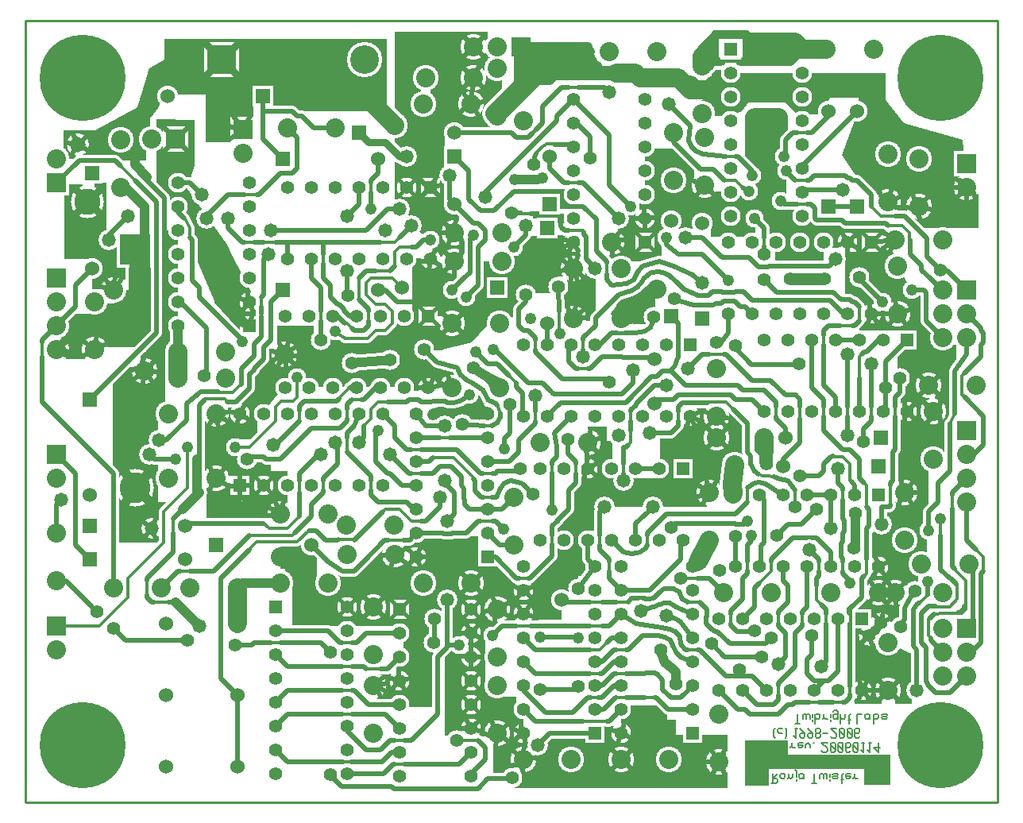
<source format=gbr>
G04 Title: Ronja Twister, layergroup #1 *
G04 Creator: pcb-bin 20050609 *
G04 CreationDate: Sat Jan 14 17:56:02 2006 UTC *
G04 For: clock *
G04 Format: Gerber/RS-274X *
G04 PCB-Dimensions: 408000 328000 *
G04 PCB-Coordinate-Origin: lower left *
%MOIN*%
%FSLAX24Y24*%
G04 contains layers solder (0) GND-sldr (1) Vcc-sldr (2) *
%IPPOS*%
%ADD11C,0.0200*%
%ADD12C,0.0800*%
%ADD13C,0.1080*%
%ADD14C,0.0400*%
%ADD15C,0.0480*%
%ADD16C,0.0680*%
%ADD17C,0.0120*%
%ADD18C,0.0300*%
%ADD19C,0.0580*%
%ADD20C,0.0700*%
%ADD21C,0.0100*%
%ADD22C,0.0374*%
%ADD23C,0.0600*%
%ADD24C,0.0880X0.0600*%
%ADD25C,0.0880*%
%ADD26C,0.0160*%
%AMTHERM1*7,0,0,0.0880,0.0600,0.0160,45*%
%ADD27THERM1*%
%ADD28C,0.0080*%
%ADD29R,0.0552X0.0552*%
%ADD30R,0.0632X0.0632*%
%ADD31R,0.0832X0.0832X0.0552X0.0552*%
%ADD32R,0.0832X0.0832*%
%ADD33C,0.0552*%
%ADD34C,0.0632*%
%ADD35C,0.0832X0.0552*%
%ADD36C,0.0832*%
%ADD37C,0.0225*%
%AMTHERM2*7,0,0,0.1080,0.0800,0.0225,45*%
%ADD38THERM2*%
%ADD39C,0.1080X0.0800*%
%ADD40R,0.0800X0.0800*%
%ADD41R,0.0880X0.0880*%
%ADD42R,0.1080X0.1080X0.0800X0.0800*%
%ADD43R,0.1080X0.1080*%
%AMTHERM3*7,0,0,0.1080,0.0800,0.0200,45*%
%ADD44THERM3*%
%ADD45C,0.0156*%
%AMTHERM4*7,0,0,0.0832,0.0552,0.0156,45*%
%ADD46THERM4*%
%ADD47R,0.0600X0.0600*%
%ADD48R,0.0680X0.0680*%
%ADD49R,0.0880X0.0880X0.0600X0.0600*%
%ADD50R,0.1300X0.1300*%
%ADD51R,0.1380X0.1380*%
%ADD52R,0.1580X0.1580X0.1300X0.1300*%
%ADD53R,0.1580X0.1580*%
%ADD54C,0.1300*%
%ADD55C,0.1380*%
%ADD56C,0.1580X0.1300*%
%ADD57C,0.1580*%
%ADD58R,0.1200X0.1200*%
%ADD59R,0.1280X0.1280*%
%AMTHERM5*7,0,0,0.1480,0.1200,0.0300,45*%
%ADD60THERM5*%
%ADD61R,0.1480X0.1480X0.1200X0.1200*%
%ADD62R,0.1480X0.1480*%
%ADD63C,0.1200*%
%ADD64C,0.1280*%
%ADD65C,0.1480X0.1200*%
%ADD66C,0.1480*%
%ADD67C,0.0091*%
%ADD68C,0.0112*%
%ADD69C,0.0084*%
%ADD70C,0.0105*%
%ADD71C,0.0118*%
%ADD72C,0.0098*%
%ADD73C,0.0139*%
%ADD74C,0.0159*%
%ADD75C,0.0207*%
%ADD76C,0.0760*%
%ADD77C,0.0760X0.0480*%
%ADD78C,0.0860*%
%ADD79C,0.0860X0.0580*%
%ADD80C,0.0560*%
%ADD81C,0.0840*%
%ADD82C,0.0840X0.0560*%
%ADD83C,0.0650*%
%ADD84C,0.0930*%
%ADD85C,0.0930X0.0650*%
%ADD86C,0.3600*%
%ADD87C,0.3680*%
%ADD88C,0.0950*%
%AMTHERM6*7,0,0,0.3880,0.3600,0.0950,45*%
%ADD89THERM6*%
%ADD90C,0.3880*%
%ADD91C,0.3880X0.3600*%
%ADD92C,0.1100*%
%AMTHERM7*7,0,0,0.1380,0.1100,0.0300,45*%
%ADD93THERM7*%
%ADD94C,0.1380X0.1100*%
%LNGROUP_0*%
%LPD*%
G01X0Y0D02*
G54D21*G36*
X22960Y24910D02*X23100D01*
Y25090D01*
X22960D01*
Y24910D01*
G37*
G36*
X12930Y18830D02*X15570D01*
Y19490D01*
X12930D01*
Y18830D01*
G37*
G36*
X10210Y18910D02*X10490D01*
Y19040D01*
X10210D01*
Y18910D01*
G37*
G36*
X34780Y4120D02*X35940D01*
Y4290D01*
X34780D01*
Y4120D01*
G37*
G36*
X34630Y4240D02*X36970D01*
Y5710D01*
X34630D01*
Y4240D01*
G37*
G36*
X25350Y4060D02*X26940D01*
Y3290D01*
X25350D01*
Y4060D01*
G37*
G36*
X11780Y18570D02*X12860D01*
Y18090D01*
X11780D01*
Y18570D01*
G37*
G36*
X17380Y17510D02*X18050D01*
Y18400D01*
X17380D01*
Y17510D01*
G37*
G36*
X16100Y17260D02*X16970D01*
Y17940D01*
X16100D01*
Y17260D01*
G37*
G36*
X35910Y8040D02*X36880D01*
Y7560D01*
X35910D01*
Y8040D01*
G37*
G36*
X10890Y17440D02*X16840D01*
Y18280D01*
X10890D01*
Y17440D01*
G37*
G36*
X35030Y8190D02*X36250D01*
Y9960D01*
X35030D01*
Y8190D01*
G37*
G36*
X36120Y7870D02*X36960D01*
Y9580D01*
X36120D01*
Y7870D01*
G37*
G36*
X19170Y4940D02*X19820D01*
Y3900D01*
X19170D01*
Y4940D01*
G37*
G36*
X35870Y8960D02*X37470D01*
Y10860D01*
X35870D01*
Y8960D01*
G37*
G36*
X37640Y17180D02*X37920D01*
Y16760D01*
X37640D01*
Y17180D01*
G37*
G36*
X19760Y4420D02*X20580D01*
Y4020D01*
X19760D01*
Y4420D01*
G37*
G36*
X17070Y23560D02*X18470D01*
Y22890D01*
X17070D01*
Y23560D01*
G37*
G36*
X16310Y20630D02*X16900D01*
Y22660D01*
X16310D01*
Y20630D01*
G37*
G36*
X22720Y9530D02*X23190D01*
Y8840D01*
X22720D01*
Y9530D01*
G37*
G36*
X17300Y32300D02*X19400D01*
Y31600D01*
X17300D01*
Y32300D01*
G37*
G36*
X15500Y26400D02*X17600D01*
Y29600D01*
X15500D01*
Y26400D01*
G37*
G36*
X7360Y16240D02*X8740D01*
Y15140D01*
X7360D01*
Y16240D01*
G37*
G36*
X26310Y3450D02*X27310D01*
Y2640D01*
X26310D01*
Y3450D01*
G37*
G36*
X33390Y23970D02*X34390D01*
Y24420D01*
X33390D01*
Y23970D01*
G37*
G36*
X25980Y24070D02*X28050D01*
Y27440D01*
X25980D01*
Y24070D01*
G37*
G36*
X36030Y22420D02*X36040Y21080D01*
X37370Y21090D01*
X36630Y22510D01*
X36030Y22420D01*
G37*
G36*
X25270Y23940D02*X26570D01*
Y25240D01*
X25270D01*
Y23940D01*
G37*
G36*
X16200Y24190D02*X17030Y23570D01*
X17190Y24680D01*
X16610Y24920D01*
X16200Y24190D01*
G37*
G36*
X25990Y23660D02*X26830D01*
Y24860D01*
X25990D01*
Y23660D01*
G37*
G36*
X15500Y26630D02*X17620D01*
Y24880D01*
X15500D01*
Y26630D01*
G37*
G36*
X28760Y23720D02*X30220D01*
Y25080D01*
X28760D01*
Y23720D01*
G37*
G36*
X30060D02*X30630D01*
Y24840D01*
X30060D01*
Y23720D01*
G37*
G36*
X16230Y22520D02*X16440D01*
Y21000D01*
X16230D01*
Y22520D01*
G37*
G36*
X8560Y19730D02*X9720D01*
Y21000D01*
X8560D01*
Y19730D01*
G37*
G36*
X8670Y22970D02*X9560Y21220D01*
X8560Y20270D01*
X7930Y20950D01*
X8670Y22970D01*
G37*
G36*
X7930Y20950D02*X8970D01*
Y21670D01*
X7930D01*
Y20950D01*
G37*
G36*
X10550Y19260D02*X12090D01*
Y19980D01*
X10550D01*
Y19260D01*
G37*
G36*
X8610Y15220D02*X9720D01*
Y16300D01*
X8610D01*
Y15220D01*
G37*
G36*
X20530Y1850D02*X22200D01*
Y580D01*
X20530D01*
Y1850D01*
G37*
G36*
X7450Y13860D02*X7880D01*
Y14780D01*
X7450D01*
Y13860D01*
G37*
G36*
X7350Y14670D02*X7790D01*
Y15370D01*
X7350D01*
Y14670D01*
G37*
G36*
X12000Y18400D02*Y18000D01*
X11300D01*
X9600Y15900D01*
X8500D01*
X8000Y16400D01*
X10100Y19000D01*
X11000D01*
X12000Y18400D01*
G37*
G36*
X17300Y32340D02*X19400D01*
Y32150D01*
X17300D01*
Y32340D01*
G37*
G36*
X16160Y7950D02*X18170D01*
Y9710D01*
X16160D01*
Y7950D01*
G37*
G36*
X17540Y9800D02*X19000D01*
Y11150D01*
X17540D01*
Y9800D01*
G37*
G36*
X16170Y9560D02*X17810D01*
Y11200D01*
X16170D01*
Y9560D01*
G37*
G36*
X12100Y8600D02*X12600D01*
Y9100D01*
X12100D01*
Y8600D01*
G37*
G36*
X15500Y9800D02*X16600D01*
Y10800D01*
X15500D01*
Y9800D01*
G37*
G36*
X14800Y9900D02*X15500D01*
Y10700D01*
X14800D01*
Y9900D01*
G37*
G36*
X14300Y9400D02*X16600D01*
Y10400D01*
X14300D01*
Y9400D01*
G37*
G36*
X13000Y8700D02*X16300D01*
Y9900D01*
X13000D01*
Y8700D01*
G37*
G36*
X12000Y7900D02*X14100D01*
Y8800D01*
X12000D01*
Y7900D01*
G37*
G36*
X13700Y7400D02*X16900D01*
Y8800D01*
X13700D01*
Y7400D01*
G37*
G36*
X11200D02*X14100D01*
Y8400D01*
X11200D01*
Y7400D01*
G37*
G36*
Y7800D02*X12200D01*
Y9800D01*
X11200D01*
Y7800D01*
G37*
G36*
X16410Y32340D02*X17750D01*
Y30330D01*
X16410D01*
Y32340D01*
G37*
G36*
X9800Y13400D02*X10300D01*
Y14300D01*
X9800D01*
Y13400D01*
G37*
G36*
X10000Y12100D02*X11000D01*
Y13900D01*
X10000D01*
Y12100D01*
G37*
G36*
X21960Y10770D02*X22810D01*
Y9810D01*
X21960D01*
Y10770D01*
G37*
G36*
X7600Y13390D02*X9010D01*
Y12560D01*
X7600D01*
Y13390D01*
G37*
G36*
X8200Y13800D02*X8700D01*
Y15500D01*
X8200D01*
Y13800D01*
G37*
G36*
X21340Y8570D02*X22490D01*
Y7650D01*
X21340D01*
Y8570D01*
G37*
G36*
X17630Y6440D02*X18420D01*
Y5870D01*
X17630D01*
Y6440D01*
G37*
G36*
X22190Y23800D02*X23540D01*
Y23130D01*
X22190D01*
Y23800D01*
G37*
G36*
X22600Y11300D02*X23600D01*
Y9500D01*
X22600D01*
Y11300D01*
G37*
G36*
X16270Y22820D02*X16970D01*
Y22470D01*
X16270D01*
Y22820D01*
G37*
G36*
X16900Y6490D02*X17330D01*
Y4740D01*
X16900D01*
Y6490D01*
G37*
G36*
X17600Y3800D02*X19100D01*
Y6100D01*
X17600D01*
Y3800D01*
G37*
G36*
X10910Y10810D02*X12230D01*
Y9210D01*
X10910D01*
Y10810D01*
G37*
G36*
X6670Y25320D02*X7100Y26740D01*
Y28640D01*
X5500Y28660D01*
X5480Y26390D01*
X5510Y25680D01*
X5860Y25330D01*
X6370Y25200D01*
X6670Y25320D01*
G37*
G36*
X16460Y20060D02*X17830D01*
Y19590D01*
X16460D01*
Y20060D01*
G37*
G36*
X22560Y21790D02*X23640D01*
Y20390D01*
X22560D01*
Y21790D01*
G37*
G36*
X22900Y12300D02*X24400D01*
Y13200D01*
X22900D01*
Y12300D01*
G37*
G36*
X22060Y11710D02*X23220D01*
Y10920D01*
X22060D01*
Y11710D01*
G37*
G36*
X19030Y22690D02*X20130D01*
Y21520D01*
X19030D01*
Y22690D01*
G37*
G36*
X20680Y23750D02*X22420D01*
Y22860D01*
X20680D01*
Y23750D01*
G37*
G36*
X22800Y11000D02*X23600D01*
Y12200D01*
X22800D01*
Y11000D01*
G37*
G36*
X22700Y12100D02*X23900D01*
Y13400D01*
X22700Y12100D01*
G37*
G36*
X20370Y21480D02*X19680Y20920D01*
X20400Y20300D01*
X21030Y21290D01*
X20370Y21480D01*
G37*
G36*
X11670Y18300D02*X12830D01*
Y18720D01*
X11670D01*
Y18300D01*
G37*
G36*
X35000Y19800D02*X37600D01*
Y21400D01*
X35000D01*
Y19800D01*
G37*
G36*
X31460Y23990D02*X33500D01*
Y22530D01*
X31460D01*
Y23990D01*
G37*
G36*
X34400Y21100D02*X35300D01*
Y23100D01*
X34400D01*
Y21100D01*
G37*
G36*
X33520Y24050D02*X34340D01*
Y23260D01*
X33520D01*
Y24050D01*
G37*
G36*
X36600Y18100D02*X37700D01*
Y19200D01*
X36600D01*
Y18100D01*
G37*
G36*
X36900Y13200D02*X37900D01*
Y15400D01*
X36900D01*
Y13200D01*
G37*
G36*
X37620Y18220D02*X38110D01*
Y17660D01*
X37620D01*
Y18220D01*
G37*
G36*
X36470Y13130D02*X37120D01*
Y15350D01*
X36470D01*
Y13130D01*
G37*
G36*
X36220Y12770D02*X37900D01*
Y13410D01*
X36220D01*
Y12770D01*
G37*
G36*
X36330Y11370D02*X37900D01*
Y12990D01*
X36330D01*
Y11370D01*
G37*
G36*
X35990Y11700D02*X37250D01*
Y12990D01*
X35990D01*
Y11700D01*
G37*
G36*
X35540Y10870D02*X37260D01*
Y11960D01*
X36210D01*
X35540Y11290D01*
Y10870D01*
G37*
G36*
X36610Y10210D02*X37820D01*
Y11680D01*
X36610D01*
Y10210D01*
G37*
G36*
X15390Y18740D02*X16520D01*
Y20390D01*
X15390D01*
Y18740D01*
G37*
G36*
X23600Y15760D02*X24390D01*
Y14760D01*
X23600D01*
Y15760D01*
G37*
G36*
X19630Y2630D02*X19940D01*
Y1240D01*
X19630D01*
Y2630D01*
G37*
G36*
X25010Y24050D02*X25970D01*
Y22690D01*
X25010D01*
Y24050D01*
G37*
G36*
X18600Y2800D02*X19300D01*
Y8000D01*
X18600D01*
Y2800D01*
G37*
G36*
X16740Y22630D02*X18000D01*
Y20980D01*
X16740D01*
Y22630D01*
G37*
G36*
X35130Y7810D02*X35720D01*
Y7140D01*
X35130D01*
Y7810D01*
G37*
G36*
X15870Y4660D02*X17020D01*
Y7540D01*
X15870D01*
Y4660D01*
G37*
G36*
X15170Y19920D02*X15630D01*
Y19660D01*
X15170D01*
Y19920D01*
G37*
G36*
X9300Y17100D02*X8800D01*
Y16600D01*
X9300Y17100D01*
G37*
G36*
X26020Y2830D02*X29450D01*
Y580D01*
X26020D01*
Y2830D01*
G37*
G36*
X26320Y12400D02*X24100D01*
Y13600D01*
X26320D01*
Y12400D01*
G37*
G36*
X37200Y20900D02*Y18100D01*
X38500D01*
Y19500D01*
X37900Y20100D01*
Y20900D01*
X37200D01*
G37*
G36*
X28900Y25600D02*X29600D01*
Y24700D01*
X28900D01*
Y25600D01*
G37*
G36*
X32600Y24600D02*X31000D01*
Y23700D01*
X32600D01*
Y24600D01*
G37*
G36*
X29600Y25600D02*X31500D01*
Y24700D01*
X29600D01*
Y25600D01*
G37*
G36*
X30600Y25000D02*X31800D01*
Y24400D01*
X30600D01*
Y25000D01*
G37*
G36*
X31400Y25100D02*Y24400D01*
X32600D01*
Y24600D01*
X31900Y25300D01*
X31400D01*
Y25100D01*
G37*
G36*
X32500Y23700D02*X33600D01*
Y24600D01*
X32500D01*
Y23700D01*
G37*
G36*
X23230Y22370D02*X23920D01*
Y20210D01*
X23230D01*
Y22370D01*
G37*
G36*
X12700Y18700D02*X12900Y18900D01*
X15200D01*
Y18000D01*
X12700D01*
Y18700D01*
G37*
G36*
X17600Y2800D02*X19100D01*
Y4200D01*
X17600D01*
Y2800D01*
G37*
G36*
X31400Y25600D02*X31800D01*
Y24400D01*
X31400D01*
Y25600D01*
G37*
G36*
X35500Y10250D02*X36520D01*
Y11290D01*
X35500D01*
Y10250D01*
G37*
G36*
X35100Y23130D02*X36110D01*
Y21320D01*
X35100D01*
Y23130D01*
G37*
G36*
X23450Y14930D02*X23850D01*
Y14150D01*
X23450D01*
Y14930D01*
G37*
G36*
X22470Y12050D02*X23160D01*
Y11480D01*
X22470D01*
Y12050D01*
G37*
G36*
X17400Y28930D02*X19750D01*
Y28080D01*
X17400D01*
Y28930D01*
G37*
G36*
X17000Y30500D02*X20000D01*
Y28700D01*
X17000D01*
Y30500D01*
G37*
G36*
X30780Y28620D02*X31980D01*
Y27170D01*
X30780D01*
Y28620D01*
G37*
G36*
X22740Y22140D02*X23260D01*
Y21490D01*
X22740D01*
Y22140D01*
G37*
G36*
X17300Y32000D02*X19600D01*
Y29700D01*
X17300D01*
Y32000D01*
G37*
G36*
X18740Y10180D02*X20020D01*
Y8070D01*
X18740D01*
Y10180D01*
G37*
G36*
X19940Y9780D02*X21540D01*
Y7590D01*
X19940D01*
Y9780D01*
G37*
G36*
X34560Y7670D02*X35600D01*
Y5640D01*
X34560D01*
Y7670D01*
G37*
G36*
X25760Y24460D02*X26230D01*
Y23640D01*
X25760D01*
Y24460D01*
G37*
G36*
X15160Y18180D02*X16690D01*
Y18850D01*
X15160D01*
Y18180D01*
G37*
G36*
X16580Y17400D02*X17520D01*
Y18600D01*
X16580D01*
Y17400D01*
G37*
G36*
X36600Y14700D02*X38500D01*
Y16900D01*
X36600D01*
Y14700D01*
G37*
G36*
X19210Y8130D02*X19890D01*
Y7210D01*
X19210D01*
Y8130D01*
G37*
G36*
X19060Y8240D02*X19330D01*
Y7940D01*
X19060D01*
Y8240D01*
G37*
G36*
X17740Y9980D02*X19250D01*
Y7520D01*
X17740D01*
Y9980D01*
G37*
G36*
X17910Y8140D02*X19190D01*
Y6580D01*
X17910D01*
Y8140D01*
G37*
G36*
X14890Y5640D02*X15320D01*
Y4890D01*
X14890D01*
Y5640D01*
G37*
G36*
X10520Y11920D02*X7600D01*
Y12640D01*
X10520D01*
Y11920D01*
G37*
G36*
X19830Y3940D02*X20910D01*
Y2500D01*
X19830D01*
Y3940D01*
G37*
G36*
X19790Y2950D02*X21250D01*
Y1230D01*
X19790D01*
Y2950D01*
G37*
G36*
X21840Y2830D02*X22880D01*
Y1970D01*
X21840D01*
Y2830D01*
G37*
G36*
X20970Y2420D02*X22090D01*
Y1580D01*
X20970D01*
Y2420D01*
G37*
G36*
X22720Y2660D02*X24130D01*
Y1590D01*
X22720D01*
Y2660D01*
G37*
G36*
X21840Y2130D02*X23940D01*
Y580D01*
X21840D01*
Y2130D01*
G37*
G36*
X23680Y2420D02*X25450D01*
Y580D01*
X23680D01*
Y2420D01*
G37*
G36*
X23950Y3180D02*X25740D01*
Y1910D01*
X23950D01*
Y3180D01*
G37*
G36*
X25000Y3920D02*X26410D01*
Y2650D01*
X25000D01*
Y3920D01*
G37*
G36*
X24740Y2820D02*X26520D01*
Y590D01*
X24740D01*
Y2820D01*
G37*
G36*
X11140Y18560D02*X13130D01*
Y19660D01*
X11140D01*
Y18560D01*
G37*
G36*
X15560Y5900D02*X16000D01*
Y5440D01*
X15560D01*
Y5900D01*
G37*
G36*
X17480Y21340D02*X18870D01*
Y19990D01*
X17480D01*
Y21340D01*
G37*
G36*
X17860Y22440D02*X18100D01*
Y21770D01*
X17860D01*
Y22440D01*
G37*
G36*
X18550Y20270D02*X18730Y19300D01*
X19370Y20000D01*
X18550Y20270D01*
G37*
G36*
X17340Y19430D02*X17480Y18980D01*
X18730Y19300D01*
X17470Y19560D01*
X17340Y19430D01*
G37*
G36*
X36480Y4380D02*X37200D01*
Y4120D01*
X36480D01*
Y4380D01*
G37*
G36*
X23590Y15150D02*X24630D01*
Y13870D01*
X23590D01*
Y15150D01*
G37*
G36*
X23050Y14030D02*X24650D01*
Y13050D01*
X23050D01*
Y14030D01*
G37*
G36*
X34850Y23950D02*X35350D01*
Y22990D01*
X34850D01*
Y23950D01*
G37*
G36*
X30570Y27470D02*X31850D01*
Y25820D01*
X30570D01*
Y27470D01*
G37*
G36*
X30500Y26310D02*X31940D01*
Y25440D01*
X30500D01*
Y26310D01*
G37*
G36*
X30210Y28460D02*X30900D01*
Y26750D01*
X30210D01*
Y28460D01*
G37*
G36*
X14770Y4900D02*X15500D01*
Y4280D01*
X14770D01*
Y4900D01*
G37*
G36*
X19040Y2950D02*X19730D01*
Y2750D01*
X19040D01*
Y2950D01*
G37*
G36*
X19170Y4110D02*X20060D01*
Y2930D01*
X19170D01*
Y4110D01*
G37*
G36*
X19990Y4210D02*X20560D01*
Y3830D01*
X19990D01*
Y4210D01*
G37*
G36*
X34860Y8330D02*X35200D01*
Y7840D01*
X34860D01*
Y8330D01*
G37*
G36*
X35150Y8260D02*X36250D01*
Y7670D01*
X35150D01*
Y8260D01*
G37*
G36*
X37200Y5400D02*X36800D01*
Y4300D01*
X37200D01*
Y5400D01*
G37*
G36*
X36180Y6710D02*Y5030D01*
X37410Y5070D01*
X37390Y6140D01*
X36180Y6710D01*
G37*
G36*
X16790Y21060D02*X17610D01*
Y20400D01*
X16790D01*
Y21060D01*
G37*
G36*
X20050Y22160D02*X20790D01*
Y21240D01*
X20050D01*
Y22160D01*
G37*
G36*
X35370Y6780D02*X36310D01*
Y5560D01*
X35370D01*
Y6780D01*
G37*
G36*
X19860Y22410D02*X20320D01*
Y21850D01*
X19860D01*
Y22410D01*
G37*
G36*
X23460Y12260D02*X23930D01*
Y11390D01*
X23460D01*
Y12260D01*
G37*
G36*
X16100Y25220D02*X15920Y24970D01*
X16240Y24280D01*
X16660Y24510D01*
X16100Y25220D01*
G37*
G36*
X16240Y25140D02*X17990D01*
Y24370D01*
X16240D01*
Y25140D01*
G37*
G36*
X17860Y24920D02*X18110D01*
Y24100D01*
X17860D01*
Y24920D01*
G37*
G36*
X17910Y24940D02*X18210D01*
Y24080D01*
X17910D01*
Y24940D01*
G37*
G36*
X24500Y23370D02*X25140D01*
Y22410D01*
X24500D01*
Y23370D01*
G37*
G36*
X24850Y24520D02*X25210D01*
Y23630D01*
X24850D01*
Y24520D01*
G37*
G36*
X16970Y24580D02*X17940D01*
Y23470D01*
X16970D01*
Y24580D01*
G37*
G36*
X25040Y24500D02*X25500D01*
Y23690D01*
X25040D01*
Y24500D01*
G37*
G36*
X25820Y23780D02*X26710D01*
Y22670D01*
X25820D01*
Y23780D01*
G37*
G36*
X21490Y9900D02*X22770D01*
Y8460D01*
X21490D01*
Y9900D01*
G37*
G36*
X14550Y19760D02*X15690D01*
Y19160D01*
X14550D01*
Y19760D01*
G37*
G36*
X7670Y15250D02*X8420D01*
Y13960D01*
X7670D01*
Y15250D01*
G37*
G36*
X9170Y13880D02*X9960D01*
Y13440D01*
X9170D01*
Y13880D01*
G37*
G36*
X9080Y13560D02*X10150D01*
Y12580D01*
X9080D01*
Y13560D01*
G37*
G36*
X8390Y14730D02*X9880D01*
Y13710D01*
X8390D01*
Y14730D01*
G37*
G36*
X15180Y5010D02*X17290D01*
Y4000D01*
X15180D01*
Y5010D01*
G37*
G36*
X34850Y24290D02*X36090D01*
Y23790D01*
X34850D01*
Y24290D01*
G37*
G36*
X35660Y23330D02*X36440D01*
Y22680D01*
X35660D01*
Y23330D01*
G37*
G36*
X34240Y24290D02*X34940D01*
Y23840D01*
X34240D01*
Y24290D01*
G37*
G36*
X38350Y16040D02*X38640D01*
Y14660D01*
X38350D01*
Y16040D01*
G37*
G36*
X37800Y18220D02*X38580D01*
Y17280D01*
X37800D01*
Y18220D01*
G37*
G36*
X38150Y17450D02*X38690D01*
Y16580D01*
X38150D01*
Y17450D01*
G37*
G36*
X38370Y19180D02*X39060D01*
Y18100D01*
X38370D01*
Y19180D01*
G37*
G36*
X38530Y18310D02*X39140D01*
Y16020D01*
X38530D01*
Y18310D01*
G37*
G36*
X38320Y16330D02*X38640D01*
Y15810D01*
X38320D01*
Y16330D01*
G37*
G36*
X36650Y18270D02*X37740D01*
Y16720D01*
X36650D01*
Y18270D01*
G37*
G36*
X18810Y21620D02*X20110D01*
Y19970D01*
X18810D01*
Y21620D01*
G37*
G36*
X6730Y25830D02*X8450Y23410D01*
X8980Y22220D01*
X7930Y21020D01*
X6100Y25330D01*
X6110Y25760D01*
X6730Y25830D01*
G37*
G36*
X18730Y19300D02*Y20350D01*
X17230Y19570D01*
X18730Y19300D01*
G37*
G36*
X16350Y19890D02*X17490D01*
Y18970D01*
X16350D01*
Y19890D01*
G37*
G36*
X16230Y21190D02*X16530D01*
Y20280D01*
X16230D01*
Y21190D01*
G37*
G36*
X20240Y22920D02*X22400D01*
Y21370D01*
X20240D01*
Y22920D01*
G37*
G36*
X22250Y23270D02*X23270D01*
Y22050D01*
X22250D01*
Y23270D01*
G37*
G36*
X15500Y32340D02*X16610D01*
Y29220D01*
X15500D01*
Y32340D01*
G37*
G36*
X34960Y30610D02*X36080D01*
Y28160D01*
X34960D01*
Y30610D01*
G37*
G36*
X28800Y30740D02*X29810D01*
Y28790D01*
X28800D01*
Y30740D01*
G37*
G36*
X37830Y25300D02*X39520D01*
Y24630D01*
X37830D01*
Y25300D01*
G37*
G36*
X29550Y30580D02*X32530D01*
Y29510D01*
X29550D01*
Y30580D01*
G37*
G36*
X29790Y28920D02*X30030Y28960D01*
X30540Y29600D01*
X29660Y29690D01*
X29630Y29100D01*
X29790Y28920D01*
G37*
G36*
X31620Y29630D02*X32360Y28890D01*
X33380Y28870D01*
X33860Y29730D01*
X33010Y30090D01*
X31800Y30100D01*
X31620Y29630D01*
G37*
G36*
X28160Y29840D02*X29010D01*
Y29220D01*
X28160D01*
Y29840D01*
G37*
G36*
X30220Y29910D02*X32170D01*
Y29370D01*
X30220D01*
Y29910D01*
G37*
G36*
X39510Y25800D02*X39980D01*
Y24270D01*
X39510D01*
Y25800D01*
G37*
G36*
X5680Y24010D02*X6410D01*
Y22890D01*
X5680D01*
Y24010D01*
G37*
G36*
X26640Y13340D02*X28380D01*
Y14760D01*
X26640D01*
Y13340D01*
G37*
G36*
X3650Y12170D02*X5570D01*
Y16750D01*
X3650D01*
Y12170D01*
G37*
G36*
X11150Y29010D02*X15150D01*
Y32040D01*
X11150D01*
Y29010D01*
G37*
G36*
X4020Y18270D02*X5170D01*
Y17490D01*
X4020D01*
Y18270D01*
G37*
G36*
X4840Y18900D02*X5940D01*
Y17800D01*
X4840D01*
Y18900D01*
G37*
G36*
X39500Y24580D02*X39980D01*
Y24100D01*
X39500D01*
Y24580D01*
G37*
G36*
X24810Y20750D02*X25240D01*
Y21150D01*
X24810D01*
Y20750D01*
G37*
G36*
X2900Y23700D02*X3400D01*
Y26000D01*
X2900D01*
Y23700D01*
G37*
G36*
X36960Y24900D02*X38680D01*
Y24340D01*
X36960D01*
Y24900D01*
G37*
G36*
X31400Y14880D02*Y14760D01*
X31360Y14500D01*
X30800Y14520D01*
X30600Y14760D01*
Y14880D01*
X31400D01*
G37*
G36*
X1630Y25920D02*X2390D01*
Y24220D01*
X1630D01*
Y25920D01*
G37*
G36*
X18600Y17070D02*X19860D01*
Y15860D01*
X18600D01*
Y17070D01*
G37*
G36*
X4190Y21480D02*X4420D01*
Y21240D01*
X4190D01*
Y21480D01*
G37*
G36*
X22300Y24600D02*X22700D01*
Y24300D01*
X22300D01*
Y24600D01*
G37*
G36*
X4340Y26940D02*X4970D01*
Y28280D01*
X4340D01*
Y26940D01*
G37*
G36*
X31900Y29700D02*X33300D01*
Y30500D01*
X31900D01*
Y29700D01*
G37*
G36*
X22600Y24920D02*X22440D01*
Y25130D01*
X22600D01*
Y24920D01*
G37*
G36*
X5040Y20540D02*X4320D01*
Y22690D01*
X5040D01*
Y20540D01*
G37*
G36*
X22550Y25440D02*X22750D01*
Y25130D01*
X22550D01*
Y25440D01*
G37*
G36*
X38040Y25960D02*X39840D01*
Y24270D01*
X38040D01*
Y25960D01*
G37*
G36*
X24700Y19600D02*X25400D01*
Y19800D01*
X24700D01*
Y19600D01*
G37*
G36*
X30380Y1500D02*X36300D01*
Y2000D01*
X30380D01*
Y1500D01*
G37*
G36*
X36300Y1540D02*X35200D01*
Y720D01*
X36300D01*
Y1540D01*
G37*
G36*
X1600Y26980D02*X3180D01*
Y28180D01*
X1600D01*
Y26980D01*
G37*
G36*
X21560Y25740D02*X22620D01*
Y25600D01*
X21560D01*
Y25740D01*
G37*
G36*
X23040Y25100D02*X23170D01*
Y24900D01*
X23040D01*
Y25100D01*
G37*
G36*
X30380Y1520D02*X31200D01*
Y700D01*
X30380D01*
Y1520D01*
G37*
G36*
X31200D02*X35200D01*
Y1400D01*
X31200D01*
Y1520D01*
G37*
G36*
X5360Y19440D02*X5980D01*
Y19110D01*
X5360D01*
Y19440D01*
G37*
G36*
X8820Y29240D02*X9560D01*
Y28440D01*
X8820D01*
Y29240D01*
G37*
G36*
X10170Y30630D02*X8690D01*
Y29230D01*
X10170D01*
Y30630D01*
G37*
G36*
X2730Y27180D02*X4600Y27150D01*
X4820Y29240D01*
X2860Y28150D01*
X2730Y27180D01*
G37*
G36*
X4960Y27990D02*X5240D01*
Y28790D01*
X4960D01*
Y27990D01*
G37*
G36*
X5820Y29700D02*X7970D01*
Y32040D01*
X5820D01*
Y29700D01*
G37*
G36*
X5140Y30610D02*X6080Y30290D01*
X6350Y30350D01*
X6490D01*
Y31450D01*
X6350D01*
X5180Y30810D01*
X5140Y30610D01*
G37*
G36*
X4930Y28280D02*X5550Y29120D01*
X6160Y30450D01*
X5180Y30810D01*
X4440Y28310D01*
X4930Y28280D01*
G37*
G36*
X4210Y26940D02*X5060D01*
Y28350D01*
X4210D01*
Y26940D01*
G37*
G36*
X29950Y14610D02*X30140D01*
Y15990D01*
X29950D01*
Y14610D01*
G37*
G36*
X3180Y26940D02*X4740D01*
Y27510D01*
X3180D01*
Y26940D01*
G37*
G36*
X32200Y11000D02*X33200D01*
Y11200D01*
X32200D01*
Y11000D01*
G37*
G36*
X28160Y14720D02*X29990D01*
Y16410D01*
X28160D01*
Y14720D01*
G37*
G36*
X35640Y30050D02*X36860Y28500D01*
X36880Y26500D01*
X35470Y26600D01*
X35130Y27890D01*
X35640Y30050D01*
G37*
G36*
X21400Y24700D02*X22500D01*
Y24500D01*
X21400D01*
Y24700D01*
G37*
G36*
X21300Y24800D02*X21600D01*
Y24500D01*
X21300D01*
Y24800D01*
G37*
G36*
X22300Y24500D02*X22600D01*
Y24700D01*
X22300D01*
Y24500D01*
G37*
G36*
X35510Y30610D02*X32780D01*
Y29560D01*
X35510D01*
Y30610D01*
G37*
G36*
X1630Y24630D02*X3210D01*
Y22780D01*
X1630D01*
Y24630D01*
G37*
G36*
X28150Y12880D02*X30040D01*
Y15010D01*
X28150D01*
Y12880D01*
G37*
G36*
X27910Y25620D02*X29180D01*
Y24280D01*
X27910D01*
Y25620D01*
G37*
G36*
X27210Y15100D02*X27550D01*
Y15460D01*
X27210D01*
Y15100D01*
G37*
G36*
X27650Y15990D02*X29100D01*
Y16760D01*
X27650D01*
Y15990D01*
G37*
G36*
X27430Y14910D02*X28300D01*
Y16710D01*
X27430D01*
Y14910D01*
G37*
G36*
X7910Y32040D02*X11630D01*
Y30290D01*
X7910D01*
Y32040D01*
G37*
G36*
X27300Y18690D02*X27500D01*
Y19720D01*
X27300D01*
Y18690D01*
G37*
G36*
X26900Y14360D02*X29100D01*
Y15100D01*
X26900D01*
Y14360D01*
G37*
G36*
X26620Y15530D02*X27670D01*
Y14300D01*
X26620D01*
Y15530D01*
G37*
G36*
X25730Y20580D02*X26430D01*
Y21750D01*
X25730D01*
Y20580D01*
G37*
G36*
X36300Y25860D02*X38460D01*
Y24640D01*
X36300D01*
Y25860D01*
G37*
G36*
X30400Y700D02*X30200D01*
Y2600D01*
X30400D01*
Y700D01*
G37*
G36*
X30380Y1980D02*X32000D01*
Y2600D01*
X30380D01*
Y1980D01*
G37*
G36*
X3750Y10910D02*X5900D01*
Y12580D01*
X3750D01*
Y10910D01*
G37*
G36*
X37020Y24680D02*X39970D01*
Y24100D01*
X37020D01*
Y24680D01*
G37*
G36*
X7570Y27700D02*X8980D01*
Y31490D01*
X7570D01*
Y27700D01*
G37*
G36*
X17090Y16800D02*X18690D01*
Y15920D01*
X17090D01*
Y16800D01*
G37*
G36*
X5930Y19420D02*X6150D01*
Y19150D01*
X5930D01*
Y19420D01*
G37*
G36*
X5470Y23020D02*X6400D01*
Y19370D01*
X5470D01*
Y23020D01*
G37*
G36*
X21580Y24910D02*X22600D01*
Y25630D01*
X21580D01*
Y24910D01*
G37*
G36*
X25160Y20070D02*X26170D01*
Y21480D01*
X25160D01*
Y20070D01*
G37*
G36*
X3500Y20860D02*X4680D01*
Y19790D01*
X3500D01*
Y20860D01*
G37*
G36*
X3650Y17960D02*X5860D01*
Y16620D01*
X3650D01*
Y17960D01*
G37*
G36*
X1320Y18610D02*X3170D01*
Y20480D01*
X1320D01*
Y18610D01*
G37*
G36*
X9970Y30530D02*X11480D01*
Y29140D01*
X9970D01*
Y30530D01*
G37*
G36*
X4600Y20570D02*X5290D01*
Y19740D01*
X4600D01*
Y20570D01*
G37*
G36*
X4520Y19830D02*X5040D01*
Y19370D01*
X4520D01*
Y19830D01*
G37*
G36*
X4960Y19790D02*X5250D01*
Y19530D01*
X4960D01*
Y19790D01*
G37*
G36*
X4530Y19420D02*X4840D01*
Y19110D01*
X4530D01*
Y19420D01*
G37*
G36*
X5050Y19110D02*X5890D01*
Y18820D01*
X5050D01*
Y19110D01*
G37*
G36*
X5220Y19250D02*X5950D01*
Y18980D01*
X5220D01*
Y19250D01*
G37*
G36*
X5010Y22650D02*X5290D01*
Y20450D01*
X5010D01*
Y22650D01*
G37*
G36*
X39470Y26840D02*X37470D01*
Y25010D01*
X39470D01*
Y26840D01*
G37*
G36*
X5690Y19810D02*X5870D01*
Y19620D01*
X5690D01*
Y19810D01*
G37*
G36*
X37680Y27010D02*X36180D01*
Y25180D01*
X37680D01*
Y27010D01*
G37*
G36*
X5530Y19670D02*X5850D01*
Y19370D01*
X5530D01*
Y19670D01*
G37*
G36*
X4050Y21060D02*X3720D01*
Y20870D01*
X4050D01*
Y21060D01*
G37*
G36*
X2800Y22390D02*X3500D01*
Y21520D01*
X2800D01*
Y22390D01*
G37*
G36*
X3010Y23560D02*X4180D01*
Y22110D01*
X3010D01*
Y23560D01*
G37*
G36*
X3460Y22180D02*X4180D01*
Y21920D01*
X3460D01*
Y22180D01*
G37*
G36*
X2920Y20940D02*X4580D01*
Y19100D01*
X2920D01*
Y20940D01*
G37*
G36*
X4020Y21280D02*X4440D01*
Y20890D01*
X4020D01*
Y21280D01*
G37*
G36*
X36450Y27180D02*X35520D01*
Y25160D01*
X36450D01*
Y27180D01*
G37*
G36*
X26280Y12400D02*X28600D01*
Y13600D01*
X26280D01*
Y12400D01*
G37*
G36*
X36190Y28530D02*X34980D01*
Y25770D01*
X36190D01*
Y28530D01*
G37*
G36*
X34940Y28970D02*X34270Y27150D01*
X34780Y26360D01*
X35140Y26110D01*
X35530Y26760D01*
X34940Y28970D01*
G37*
G36*
X34870Y29050D02*X35230D01*
Y26060D01*
X34870D01*
Y29050D01*
G37*
G36*
X36860Y28490D02*X36340Y27870D01*
X36430Y26730D01*
X37310Y26000D01*
X38580Y26010D01*
X39400Y27010D01*
X39340Y27790D01*
X36860Y28490D01*
G37*
G36*
X22440Y25130D02*X23010D01*
Y24910D01*
X22440D01*
Y25130D01*
G37*
%LNCUTS*%
%LPC*%
G54D36*X23000Y25500D03*
Y24500D03*
G54D14*X13000Y19740D02*X13420Y19470D01*
X14360D02*X14240D01*
X14680Y19790D02*X14360Y19470D01*
X13410D02*X14230D01*
G54D16*X13690Y18420D02*X15360Y18550D01*
G54D76*X13010Y19750D03*
G54D81*X15280Y18550D03*
X13690Y18430D03*
G54D15*X10000Y19100D02*Y18600D01*
X10300Y19400D02*X10000Y19100D01*
G54D13*X10870Y18800D03*
G54D15*X34600Y4530D02*Y4410D01*
Y4400D02*X34400Y4200D01*
G54D36*X35100Y4700D03*
G54D13*X36200D03*
G54D15*X34600Y6280D02*Y4860D01*
G54D16*X36200Y4700D03*
G54D15*X34600Y4530D02*Y4410D01*
X34400Y4200D02*X34300D01*
G54D14*X34600Y4860D02*Y4530D01*
G54D15*Y4400D02*X34400Y4200D01*
G54D36*X35100Y4700D03*
G54D13*X36200D03*
G54D15*X26460Y4400D02*X26960Y3900D01*
X28000D01*
G54D36*X25000D03*
Y2900D03*
G54D15*X18140Y18240D02*X18240Y17970D01*
X18490Y17720D01*
X17270Y18460D02*X17750Y18330D01*
X18140Y18240D01*
X16740Y18980D02*X17260Y18460D01*
G54D13*X17900Y17400D03*
G54D36*X15900D03*
X16900D03*
G54D15*X36890Y8140D02*X36920Y8220D01*
X37170Y8630D01*
X36900Y7710D02*X36890Y8140D01*
X36730Y7350D02*X36900Y7710D01*
G54D81*X35890Y7530D03*
X36720Y7360D03*
G54D14*X11390Y17010D02*Y17810D01*
G54D15*X13900Y17400D02*X13600D01*
X14900D02*X14700D01*
G54D14*X13100Y16900D02*X13600Y17400D01*
G54D16*X13690Y18420D02*X15360Y18550D01*
G54D15*X14700Y17400D02*X14200Y16900D01*
G54D76*X11400Y17840D03*
G54D13*X10870Y18800D03*
G54D81*X15280Y18550D03*
X13690Y18430D03*
G54D36*X13900Y17400D03*
X14900D03*
X15900D03*
X16900D03*
X10900D03*
X11900D03*
X12900D03*
G54D14*X35300Y10200D02*Y9600D01*
G54D15*X35100Y9400D02*X35200Y9500D01*
G54D14*X35300Y9600D01*
G54D15*X35100Y8600D02*X34590Y8120D01*
X35100Y8600D02*Y9400D01*
G54D13*X36500Y8800D03*
G54D36*X35800Y9900D03*
G54D13*Y8800D03*
G54D36*X34800Y9900D03*
G54D15*X37170Y8630D02*X37310Y8870D01*
X36890Y8140D02*X36920Y8220D01*
X37170Y8630D01*
X36900Y7710D02*X36890Y8140D01*
X36730Y7350D02*X36900Y7710D01*
G54D81*X35890Y7530D03*
X37320Y8860D03*
G54D13*X36500Y8800D03*
G54D36*X35800Y9900D03*
G54D13*Y8800D03*
X19800Y4900D03*
G54D15*X37170Y8630D02*X37310Y8870D01*
G54D81*X37320Y8860D03*
G54D13*X36900Y11000D03*
X36500Y8800D03*
X37600Y10000D03*
G54D36*X35800Y9900D03*
G54D13*Y8800D03*
X37900Y17500D03*
X38100Y16400D03*
G54D36*X20900Y3900D03*
G54D13*X19800Y4900D03*
G54D15*X18650Y23660D02*X18780Y23790D01*
X16700Y23600D02*X17010D01*
X18650Y22240D02*Y23660D01*
G54D76*X17010Y23600D03*
G54D36*X17000Y22800D03*
G54D13*X18000Y23900D03*
Y22700D03*
G54D32*X16900Y20400D03*
G54D36*X15900D03*
X16000Y22800D03*
X17000D03*
G54D15*X23910Y9900D02*X23200Y8970D01*
G54D25*X22500Y8500D03*
G54D81*X23200Y8970D03*
G54D13*X19800Y31700D03*
X18800D03*
X15500Y28400D02*X14300Y29600D01*
G54D15*X17800Y26300D02*Y25300D01*
G54D19*X16000Y27100D02*X15700D01*
X15100Y27700D01*
G54D13*X15500Y28400D03*
G54D78*X16000Y27100D03*
X17800Y26300D03*
G54D41*X18000Y27100D03*
G54D25*Y28100D03*
G54D13*X16700Y29300D03*
G54D15*X7300Y16600D02*Y13000D01*
G54D76*X8800Y14900D03*
G54D36*X9000Y16300D03*
G54D13*X8000D03*
G54D15*X36100Y24300D02*X34400D01*
X34260Y24440D02*X34400Y24300D01*
X33140Y24510D02*X33210Y24440D01*
X34260D01*
X27820Y27770D02*X27950Y27500D01*
X28130Y27320D02*X28440Y27200D01*
X27950Y27500D02*X28130Y27320D01*
X27200Y27700D02*X28340Y26560D01*
G54D78*X27700Y23700D03*
G54D76*X26900D03*
G54D13*X28500Y25900D03*
X27200Y26100D03*
G54D25*X27100Y24400D03*
X28400Y24300D03*
G54D36*X26000Y24500D03*
Y25500D03*
Y26500D03*
Y27500D03*
G54D15*X35000Y21970D02*X35970Y21000D01*
X37200Y21500D02*X37300D01*
X37200D02*X37700D01*
G54D76*X37200D03*
X35970Y21000D03*
G54D13*X36600Y22500D03*
G54D15*X24500Y25900D02*X25400Y25000D01*
G54D76*D03*
G54D78*X24900Y24500D03*
G54D76*X26900Y23700D03*
G54D36*X26000Y24500D03*
Y25500D03*
G54D15*X15700Y23700D02*X16200Y24200D01*
X16400Y23300D02*X16700Y23600D01*
X17010D01*
G54D76*D03*
G54D78*X16200Y24200D03*
G54D15*X26900Y23400D02*Y23800D01*
G54D76*Y23700D03*
G54D25*X27100Y24400D03*
G54D32*X26000Y23500D03*
G54D36*Y24500D03*
G54D15*X17800Y25300D02*X18800Y24300D01*
X17800Y26300D02*Y25300D01*
X15700Y24900D02*X15200D01*
G54D78*X15700D03*
X17800Y26300D03*
G54D32*X17000Y25800D03*
G54D36*X16000D03*
G54D25*X18000Y25100D03*
G54D36*X29600Y24600D03*
G54D25*X28400Y24300D03*
G54D36*X30500Y23500D03*
X29500D03*
G54D15*X30600Y24500D02*X31000Y24100D01*
G54D76*X30600Y24500D03*
G54D36*X30500Y23500D03*
X16000Y22800D03*
G54D25*X15800Y21600D03*
G54D15*X9400Y19900D02*Y20000D01*
X7300Y21200D02*X9200Y19300D01*
G54D14*X9900Y21200D02*Y20800D01*
G54D15*X9890Y20410D02*Y19530D01*
X9900Y20800D02*Y20480D01*
G54D32*X9400Y20000D03*
G54D36*Y21000D03*
G54D15*X8300Y22100D02*Y22840D01*
X7300Y21200D02*X9200Y19300D01*
G54D36*X9400Y22000D03*
G54D32*Y20000D03*
G54D36*Y21000D03*
G54D13*X10870Y18800D03*
G54D81*X12410Y19400D03*
G54D14*X10500Y16000D02*X9400Y14900D01*
G54D76*X8800D03*
G54D36*X10000Y16300D03*
X9000D03*
G54D16*X20800Y1800D02*X20900D01*
G54D15*X20400Y1000D02*X19400D01*
G54D81*X20420Y1020D03*
G54D13*X20900Y1800D03*
G54D15*X7300Y16600D02*Y13000D01*
G54D16*X7200Y14400D02*Y13000D01*
G54D13*X8000Y13600D03*
G54D15*X7300Y16600D02*Y13000D01*
G54D16*X7200Y14400D02*Y13000D01*
G54D15*X10000Y19100D02*Y18600D01*
G54D14*X11390Y17010D02*Y17810D01*
G54D15*X10300Y19400D02*X10000Y19100D01*
G54D14*X8420Y16840D02*X8500Y16760D01*
X8380Y16880D02*X8450Y16810D01*
X8380Y16890D02*X8350Y16920D01*
G54D15*X9590Y18140D02*X9410Y17960D01*
X10000Y18600D02*X9600Y18200D01*
X9410Y17360D02*X8840Y16790D01*
G54D14*X8710Y17190D02*X7650D01*
G54D15*X9590Y18730D02*X9050Y18190D01*
X9410Y17960D02*Y17360D01*
X9590Y19230D02*Y18730D01*
G54D14*X9040Y17520D02*X8710Y17190D01*
G54D15*X9050Y18190D02*Y17520D01*
G54D14*X8350Y16920D02*X7550D01*
G54D15*X8840Y16790D02*X8460D01*
X9590Y18200D02*Y18140D01*
G54D76*X11400Y17840D03*
G54D13*X10870Y18800D03*
G54D81*X12410Y19400D03*
G54D36*X10900Y17400D03*
X11900D03*
X10000Y16300D03*
X9000D03*
G54D13*X8000D03*
X19800Y31700D03*
X18800D03*
G54D15*X17700Y8500D02*Y6500D01*
G54D81*X17160Y7700D03*
G54D78*X17700Y8500D03*
G54D13*X16700Y9200D03*
X18700D03*
G54D15*X17550Y11260D02*X17870D01*
X16400Y11310D02*X17500D01*
X17550Y11260D01*
X17880Y11270D02*X17910Y11300D01*
X19000Y11800D02*X18500Y11300D01*
X17900D02*X18500D01*
G54D32*X19400Y10300D03*
G54D15*X17550Y11260D02*X17870D01*
X16400Y11310D02*X17500D01*
X16120Y11010D02*X16400Y11300D01*
X17500Y11310D02*X17550Y11260D01*
X17880Y11270D02*X17910Y11300D01*
X16120Y11010D02*X15850D01*
X17900Y11300D02*X18500D01*
G54D13*X16700Y9200D03*
G54D36*X16400Y11300D03*
Y10300D03*
G54D13*X12700Y9200D03*
G54D15*X16120Y11010D02*X16400Y11300D01*
X16120Y11010D02*X15850D01*
G54D36*X16400Y10300D03*
G54D13*X15500Y10400D03*
G54D15*X14200Y10100D02*X15060Y11010D01*
G54D13*X15500Y10400D03*
G54D15*X14200Y10100D02*X15060Y11010D01*
X13800Y9700D02*X14200Y10100D01*
G54D13*X16700Y9200D03*
G54D36*X16400Y10300D03*
G54D13*X15500Y10400D03*
G54D15*X14200Y10100D02*X15060Y11010D01*
X13300Y9700D02*X13800D01*
X12700Y10100D02*X13300Y9700D01*
X13800D02*X14200Y10100D01*
G54D13*X12700Y9200D03*
X16700D03*
G54D36*X16400Y10300D03*
G54D13*X13500Y10400D03*
X15500D03*
X14600Y8200D03*
X12700Y9200D03*
G54D36*X13500Y8200D03*
G54D13*X14600D03*
G54D16*X14700Y8100D01*
G54D81*X17160Y7700D03*
G54D36*X13500Y7200D03*
Y8200D03*
G54D13*X16700Y9200D03*
X14600Y8200D03*
G54D32*X15700Y8100D03*
G54D36*Y7100D03*
G54D15*X12700Y7200D02*X13200Y6700D01*
X10500Y7200D02*X12700D01*
G54D36*X13500D03*
Y8200D03*
G54D13*X14600D03*
X10700Y10300D03*
X12700Y9200D03*
X10700D03*
X16800Y30400D03*
G54D15*X10000Y14500D02*X9200Y14510D01*
X10100Y14400D02*X10000Y14500D01*
X10700Y14400D02*X10100D01*
G54D36*X10000Y13300D03*
D03*
X11000D03*
G54D13*X10700Y12100D03*
G54D15*X21170Y9400D02*X22100Y10330D01*
G54D14*Y10830D02*X22110Y10840D01*
G54D15*X22100Y10330D02*Y10830D01*
G54D14*X22110Y10840D02*Y11190D01*
G54D36*X22600Y11000D03*
G54D16*X6600Y12300D02*X7300Y13000D01*
G54D32*X9000Y13300D03*
G54D13*X8000Y13600D03*
G54D14*X9400Y14900D02*X8800D01*
G54D76*D03*
G54D13*X8000Y13600D03*
G54D15*X22600Y8400D02*X23700D01*
X22500Y8500D02*X22600Y8400D01*
G54D25*X22500Y8500D03*
G54D15*X17700Y6500D02*X17300Y6100D01*
X18190Y6610D02*X17710D01*
X17700Y8500D02*Y6500D01*
G54D76*X18190Y6610D03*
G54D36*X18700Y6100D03*
G54D15*X23440Y23940D02*Y23860D01*
X23540Y23740D02*Y22790D01*
X23440Y23840D02*X23540Y23740D01*
X22570Y24060D02*X22630Y24000D01*
X22800D01*
G54D14*X23380D02*X23440Y23940D01*
G54D41*X21900Y24100D03*
G54D36*X23000Y23500D03*
G54D15*X23600Y10200D02*X23910Y9890D01*
X23600Y11000D02*Y10200D01*
X23910Y9900D02*X23200Y8970D01*
G54D36*X23600Y11000D03*
X22600D03*
X23900Y9900D03*
X16000Y22800D03*
X17000D03*
G54D15*X17700Y6500D02*X17300Y6100D01*
Y3700D02*Y6100D01*
X17160Y6700D02*X17140Y6680D01*
X17160Y7700D02*Y6700D01*
G54D81*X17140Y6680D03*
G54D15*X17700Y6500D02*X17300Y6100D01*
G54D36*X18700Y4100D03*
Y5100D03*
Y6100D03*
G54D15*X12100Y10800D02*X12000D01*
G54D14*X11890Y11410D02*X11390Y10940D01*
G54D15*X12000Y10800D02*X12700Y10100D01*
G54D16*X9100Y9200D02*X10700D01*
G54D14*X9700Y10930D02*X11400D01*
G54D13*X10700Y10300D03*
G54D25*X12000Y10800D03*
G54D13*X12700Y9200D03*
X10700D03*
G54D15*X6900Y26000D02*X7400Y25500D01*
X6400Y26000D02*X6900D01*
X5840Y25360D02*Y24830D01*
X4900Y26300D02*X5840Y25360D01*
X6400Y25000D02*Y24750D01*
G54D78*X7400Y25500D03*
G54D43*X6300Y27830D03*
G54D13*X5300D03*
G54D36*X6400Y26000D03*
Y25000D03*
G54D32*X16900Y20400D03*
G54D13*X17900Y20100D03*
G54D14*X22400Y19800D02*Y20600D01*
G54D15*X22360Y21640D02*X22390Y20600D01*
G54D81*X22360Y21640D03*
G54D13*X23000Y20300D03*
G54D15*X23100Y13400D02*X22800Y13100D01*
Y12280D02*X22310Y11790D01*
X24300Y12400D02*X24100Y12200D01*
Y11200D02*Y12200D01*
X23100Y13400D02*Y13800D01*
X22800Y13100D02*Y12280D01*
G54D78*X24300Y12400D03*
G54D14*X22100Y10830D02*X22110Y10840D01*
G54D15*X22100Y10330D02*Y10830D01*
X22110Y11190D02*Y11590D01*
X22800Y12280D02*X22310Y11790D01*
X22110Y11590D02*X22350Y11830D01*
G54D14*X22110Y10840D02*Y11190D01*
G54D36*X23600Y11000D03*
X22600D03*
G54D15*X18500Y21200D02*X19000Y21700D01*
Y23300D02*Y21700D01*
G54D41*X19800Y21600D03*
G54D13*X20000Y22700D03*
G54D15*X21010Y23790D02*Y24200D01*
X20510Y23290D02*X21010Y23790D01*
G54D76*X20510Y23290D03*
G54D41*X21900Y24100D03*
G54D15*X22800Y12280D02*X22310Y11790D01*
X22800Y13100D02*Y12280D01*
X23600Y11000D02*Y10200D01*
G54D36*Y11000D03*
X22600D03*
G54D15*X22800Y12280D02*X22310Y11790D01*
X24300Y12400D02*X24100Y12200D01*
Y11200D02*Y12200D01*
X22800Y13100D02*Y12280D01*
G54D78*X24300Y12400D03*
G54D15*X21000Y21300D02*Y21000D01*
X20700Y20700D01*
Y20000D01*
G54D81*X21000Y21300D03*
G54D41*X19800Y21600D03*
G54D13*X19900Y20100D03*
G54D15*X34700Y20000D02*X34800D01*
X35000Y21970D02*X35970Y21000D01*
X34800D02*X35000Y20800D01*
X37700Y21500D02*X37800Y21400D01*
Y20200D01*
X38500Y19500D01*
X37200Y21500D02*X37300D01*
X34800Y20000D02*X35000Y20200D01*
X34800Y21000D02*X34700D01*
X37200Y21500D02*X37700D01*
G54D14*X35000Y20200D02*Y20800D01*
G54D76*X37200Y21500D03*
X35970Y21000D03*
G54D32*X37000Y19400D03*
G54D36*X36000D03*
X35000D03*
G54D13*X36600Y20500D03*
G54D36*X35500D03*
G54D15*X34010Y22770D02*X33730Y22490D01*
X31520D02*X31180D01*
X33730D02*X31510D01*
G54D36*X33500Y23500D03*
X32500D03*
X31500D03*
G54D15*X34400Y21100D02*X34600D01*
X35000Y21970D02*X35970Y21000D01*
X35000Y22010D02*Y21970D01*
X34600Y21100D02*X34700Y21000D01*
X34800D02*X35000Y20800D01*
X34220Y21100D02*X34410D01*
X34800Y21000D02*X34700D01*
X33910Y21410D02*X34220Y21100D01*
G54D78*X34000Y22800D03*
G54D81*X35000Y22020D03*
G54D32*X35500Y23500D03*
G54D36*X34500D03*
D03*
X33500D03*
G54D15*X36100Y18500D02*X37000Y19400D01*
G54D81*X36700Y17800D03*
G54D32*X37000Y19400D03*
G54D16*Y13000D02*X36800D01*
G54D13*X38100Y14400D03*
X36900Y13000D03*
X37900Y17500D03*
G54D16*X37000Y13000D02*X36800D01*
G54D15*X36400Y13500D02*Y14700D01*
X36300Y13400D02*X36400Y13500D01*
X36300Y13300D02*Y13400D01*
G54D14*Y12500D02*Y13300D01*
G54D15*X36500Y14800D02*Y16200D01*
X36400Y14700D02*X36500Y14800D01*
G54D13*X36900Y13000D03*
G54D16*X37000D02*X36800D01*
G54D15*X36400Y13500D02*Y14700D01*
X36300Y13400D02*X36400Y13500D01*
X36300Y13300D02*Y13400D01*
G54D14*Y12500D02*Y13300D01*
G54D13*X36900Y13000D03*
G54D16*X37000D02*X36800D01*
G54D14*X36300Y12500D02*Y13300D01*
G54D15*X38300Y12600D02*X37900Y12200D01*
Y11400D01*
X36310Y12500D02*Y12440D01*
X36250Y12380D01*
X35930D01*
G54D78*Y11650D03*
G54D76*X37900Y11400D03*
G54D13*X36900Y11000D03*
Y13000D03*
G54D16*X37000D02*X36800D01*
G54D14*X36300Y12500D02*Y13300D01*
G54D15*X36310Y12500D02*Y12440D01*
X36250Y12380D01*
X35930D01*
Y11640D01*
X35940Y11630D01*
G54D78*X35930Y11650D03*
G54D13*X36900Y13000D03*
G54D32*X35800Y12900D03*
G54D15*X35930Y12380D02*Y11640D01*
X35940Y11630D01*
G54D78*X35930Y11650D03*
G54D13*X36900Y11000D03*
G54D15*X37900Y12200D02*Y11400D01*
G54D76*D03*
G54D13*X36900Y11000D03*
X37600Y10000D03*
G54D15*X16720Y18980D02*X16740D01*
G54D14*X15400Y20100D02*Y20600D01*
X15100Y19800D02*X15400Y20100D01*
G54D15*X16740Y18980D02*X17260Y18460D01*
G54D16*X13690Y18420D02*X15360Y18550D01*
G54D81*X15280D03*
X16730Y18980D03*
G54D32*X16900Y20400D03*
G54D36*X15900D03*
G54D16*X23800Y15100D02*X23600D01*
X23800D02*X23400D01*
G54D13*X23600D03*
X19800Y2900D03*
G54D15*X25700Y22270D02*X25910Y22490D01*
X26580Y22710D01*
G54D13*X24600Y23500D03*
X25000Y22400D03*
G54D32*X26000Y23500D03*
G54D15*X19300Y2300D02*X19000Y2600D01*
G54D76*X19600Y7000D03*
G54D13*X19800Y2900D03*
G54D36*X18700Y3100D03*
Y4100D03*
Y5100D03*
G54D13*X19800Y4900D03*
Y6100D03*
Y8100D03*
G54D36*X18700Y6100D03*
Y7100D03*
Y8100D03*
G54D15*X17900Y21500D02*X18400Y22000D01*
G54D76*X17900Y21500D03*
G54D36*X17000Y22800D03*
G54D13*X18000Y22700D03*
G54D81*X35390Y6980D03*
X35890Y7530D03*
G54D13*X36200Y6700D03*
G54D32*X35100Y7700D03*
G54D15*X15700Y6100D02*X15200Y5600D01*
X14300Y7100D02*X15700D01*
X17160Y6700D02*X17140Y6680D01*
X17160Y7700D02*Y6700D01*
G54D81*X17140Y6680D03*
X17160Y7700D03*
G54D36*X15700Y6100D03*
Y5100D03*
Y7100D03*
G54D14*X15090Y19790D02*X14680D01*
X15400Y20100D02*Y20600D01*
X15100Y19800D02*X15400Y20100D01*
G54D15*X9410Y17360D02*X8840Y16790D01*
G54D14*X8710Y17190D02*X7650D01*
X9040Y17520D02*X8710Y17190D01*
G54D15*X8840Y16790D02*X8460D01*
G54D36*X9000Y16300D03*
G54D13*X29100Y1700D03*
G54D32*X28000Y2900D03*
G54D13*X27000Y1800D03*
G54D15*X25100Y13500D02*Y13800D01*
X24300Y12400D02*X24100Y12200D01*
Y11200D02*Y12200D01*
X26350Y12380D02*X25600Y11700D01*
G54D78*X24300Y12400D03*
X26330Y12390D03*
X25100Y13500D03*
G54D36*X24600Y14000D03*
X26600D03*
X25600D03*
G54D15*X37800Y21400D02*Y20200D01*
X38500Y19500D01*
Y19600D02*Y19500D01*
X36100Y18500D02*X37000Y19400D01*
G54D32*D03*
G54D13*X38500Y19500D03*
X28500Y25900D03*
G54D36*X29600Y25600D03*
Y24600D03*
G54D15*X30600Y24500D02*X31000Y24100D01*
Y23700D02*Y24100D01*
G54D14*Y23300D02*Y23700D01*
G54D36*X32600Y24600D03*
X32500Y23500D03*
X31500D03*
G54D15*X30600Y24500D02*X31000Y24100D01*
X30280Y25620D02*X30100Y25800D01*
X31830Y25100D02*X31700Y25230D01*
X30370Y25620D02*X30280D01*
G54D76*X30370D03*
X31700Y25230D03*
X30600Y24500D03*
G54D36*X29600Y25600D03*
Y24600D03*
G54D15*X30600Y24500D02*X31000Y24100D01*
X31830Y25100D02*X31700Y25230D01*
X32400Y25100D02*X31830D01*
G54D76*X31700Y25230D03*
X30600Y24500D03*
G54D15*X31830Y25100D02*X31700Y25230D01*
X32400Y25100D02*X31830D01*
G54D76*X31700Y25230D03*
G54D36*X32600Y24600D03*
G54D15*X33140Y24920D02*Y24510D01*
X33210Y24440D01*
X34260D01*
G54D36*X32600Y24600D03*
G54D41*X33700Y25000D03*
G54D36*X33500Y23500D03*
X32500D03*
G54D15*X23920Y20320D02*X24900Y21300D01*
X23900Y22430D02*Y22390D01*
X23540Y22790D02*X23900Y22430D01*
X23920Y20010D02*Y20320D01*
X23400Y19490D02*X23920Y20010D01*
G54D78*X23900Y22400D03*
G54D13*X23000D03*
Y20300D03*
G54D16*X13690Y18420D02*X15360Y18550D01*
G54D81*X15280D03*
X13690Y18430D03*
G54D15*X19300Y2300D02*X19000Y2600D01*
G54D81*X18100D03*
G54D36*X18700Y3100D03*
Y4100D03*
G54D15*X31830Y25100D02*X31700Y25230D01*
X32400Y25100D02*X31830D01*
G54D76*X31700Y25230D03*
G54D15*X35300Y11480D02*Y10320D01*
Y10200D02*Y10300D01*
G54D78*X35930Y11650D03*
G54D13*X36900Y11000D03*
G54D36*X35800Y9900D03*
G54D15*X35000Y21970D02*X35970Y21000D01*
X35000Y22010D02*Y21970D01*
G54D81*Y22020D03*
G54D76*X35970Y21000D03*
G54D32*X35500Y23500D03*
G54D13*X36500Y23600D03*
X36600Y22500D03*
G54D16*X23800Y15100D02*X23600D01*
X23800D02*X23400D01*
G54D13*X23600D03*
G54D36*Y14000D03*
G54D15*X22800Y12280D02*X22310Y11790D01*
X22110Y11590D02*X22350Y11830D01*
X22800Y13100D02*Y12280D01*
G54D16*X20000Y28800D02*X21600Y30400D01*
G54D13*X19700Y28900D02*X20900Y30100D01*
G54D16*X19800Y28800D02*X20000D01*
G54D15*X18000Y28100D02*X20400D01*
G54D13*X19800Y28800D03*
G54D25*X18000Y28100D03*
G54D13*X18700Y29300D03*
G54D16*X20000Y28800D02*X21600Y30400D01*
G54D13*X19700Y28900D02*X20900Y30100D01*
G54D16*X19800Y28800D02*X20000D01*
X18800Y29400D02*X18700Y29300D01*
G54D13*X19800Y28800D03*
Y30800D03*
X18800Y30400D03*
X16800D03*
X18700Y29300D03*
X16700D03*
G54D15*X31900Y27800D02*Y27180D01*
X31820Y27100D01*
Y27200D02*Y27100D01*
X31900Y27810D02*X32190Y28100D01*
X32400D01*
G54D76*X31820Y27100D03*
G54D13*X30630Y28730D03*
X31580Y28740D03*
G54D81*X22360Y21640D03*
G54D13*X23000Y22400D03*
G54D16*X18800Y29400D02*X18700Y29300D01*
G54D13*X19800Y31700D03*
X18800D03*
X19800Y30800D03*
X18800Y30400D03*
X16800D03*
X18700Y29300D03*
G54D15*X19720Y10290D02*X20610Y9400D01*
X19390Y10290D02*X19720D01*
X19400Y10300D02*Y10400D01*
G54D13*X19800Y8100D03*
G54D36*X18700D03*
G54D13*Y9200D03*
G54D32*X19400Y10300D03*
G54D15*X21170Y9400D02*X22100Y10330D01*
X21100Y9400D02*X21170D01*
G54D14*X20740D02*X21100D01*
G54D15*X20610D02*X20740D01*
X19720Y10290D02*X20610Y9400D01*
G54D14*X20600Y7400D02*X21200D01*
G54D15*X20000D02*X20600D01*
X21200D02*X23700D01*
X19600Y7000D02*X20000Y7400D01*
G54D36*X20900Y9900D03*
Y8900D03*
Y7900D03*
G54D13*X19800Y8100D03*
G54D15*X34600Y6280D02*Y4860D01*
X34580Y7180D02*Y6300D01*
X34600Y6280D01*
X34580Y7190D02*Y7490D01*
G54D14*X34620Y8070D02*Y7200D01*
G54D81*X35390Y6980D03*
X35890Y7530D03*
G54D32*X35100Y7700D03*
X26000Y23500D03*
G54D36*Y24500D03*
G54D15*X16720Y18980D02*X16740D01*
X17260Y18460D01*
G54D16*X13690Y18420D02*X15360Y18550D01*
G54D81*X15280D03*
X16730Y18980D03*
G54D15*X17270Y18460D02*X17750Y18330D01*
X18140Y18240D01*
X16740Y18980D02*X17260Y18460D01*
G54D81*X16730Y18980D03*
G54D36*X16900Y17400D03*
G54D13*X17900D03*
G54D16*X37900Y16400D02*X38100D01*
G54D15*X36500Y16600D02*Y17000D01*
X36700Y17200D01*
G54D14*X36500Y16200D02*Y16600D01*
G54D15*X36400Y13500D02*Y14700D01*
X36500Y14800D02*Y16200D01*
X36400Y14700D02*X36500Y14800D01*
G54D36*X37000Y16400D03*
G54D13*X38100D03*
Y14400D03*
G54D15*X20000Y7400D02*X20600D01*
X19600Y7000D02*X20000Y7400D01*
G54D76*X19600Y7000D03*
G54D13*X19800Y8100D03*
D03*
G54D36*X18700D03*
G54D15*X17700Y8500D02*Y6500D01*
G54D78*Y8500D03*
G54D36*X18700Y8100D03*
G54D13*Y9200D03*
G54D32*X19400Y10300D03*
G54D15*X17700Y6500D02*X17300Y6100D01*
X18190Y6610D02*X17710D01*
X17700Y8500D02*Y6500D01*
G54D78*Y8500D03*
G54D76*X18190Y6610D03*
G54D36*X18700Y7100D03*
Y8100D03*
G54D15*X15700Y6100D02*X15200Y5600D01*
X14900D01*
G54D14*X14300D02*X14900D01*
G54D13*X14600Y4900D03*
G54D36*X15700Y5100D03*
G54D15*X6800Y11700D02*X10000D01*
G54D13*X10700Y12100D03*
G54D15*X20900Y3890D02*X21390Y3400D01*
G54D36*X20900Y3900D03*
Y2900D03*
G54D13*X19800D03*
G54D16*X20800Y1800D02*X20900D01*
G54D15*X20400Y1000D02*X19400D01*
G54D81*X20420Y1020D03*
G54D78*X21500Y2400D03*
G54D36*X20900Y2900D03*
G54D13*Y1800D03*
X19800Y2900D03*
G54D15*X22000D02*X23900D01*
X21500Y2400D02*X22000Y2900D01*
G54D78*X21500Y2400D03*
G54D13*X22900Y1800D03*
G54D16*X20800D02*X20900D01*
G54D15*X21500Y2400D02*X22000Y2900D01*
G54D78*X21500Y2400D03*
G54D13*X20900Y1800D03*
X22900D03*
G54D32*X23900Y2900D03*
G54D78*X21500Y2400D03*
G54D13*X22900Y1800D03*
X25000D03*
G54D15*X22000Y2900D02*X23900D01*
X25000Y3900D02*X24500Y3400D01*
X24400D01*
G54D36*X25000Y2900D03*
G54D32*X23900D03*
G54D13*X25000Y1800D03*
G54D15*Y3900D02*X24500Y3400D01*
G54D36*X25000Y3900D03*
Y2900D03*
D03*
G54D13*X27000Y1800D03*
X25000D03*
G54D15*X12400Y19400D02*Y20200D01*
G54D14*X13000Y19740D02*X13420Y19470D01*
G54D13*X10870Y18800D03*
G54D76*X13010Y19750D03*
G54D81*X12410Y19400D03*
G54D15*X15700Y6100D02*X15200Y5600D01*
G54D36*X15700Y6100D03*
Y5100D03*
G54D15*X18500Y21200D02*X19000Y21700D01*
X17900Y21500D02*X18400Y22000D01*
G54D76*X17900Y21500D03*
X18500Y21200D03*
G54D13*X17900Y20100D03*
G54D15*Y21500D02*X18400Y22000D01*
G54D76*X17900Y21500D03*
G54D13*X18000Y22700D03*
X19900Y20100D03*
G54D78*X37400Y4700D03*
G54D13*X36200D03*
G54D16*X23800Y15100D02*X23600D01*
X23800D02*X23400D01*
G54D78*X24900Y15400D03*
G54D13*X23600Y15100D03*
G54D36*X24600Y14000D03*
X23600D03*
G54D15*X23100Y14200D02*Y14300D01*
Y13400D02*X22800Y13100D01*
G54D14*X23100Y13800D02*Y14200D01*
G54D15*Y13400D02*Y13800D01*
G54D36*X24600Y14000D03*
X23600D03*
G54D32*X35500Y23500D03*
G54D36*X34500D03*
G54D15*X31940Y26490D02*Y26460D01*
X32300Y26100D01*
X31900Y27800D02*Y27180D01*
X31820Y27100D01*
Y27200D02*Y27100D01*
X30500Y26500D02*Y26300D01*
X29900Y27100D02*X30500Y26500D01*
G54D76*X31940Y26490D03*
X30500Y26300D03*
X30370Y25620D03*
X31820Y27100D03*
G54D15*X31940Y26490D02*Y26460D01*
X32300Y26100D01*
X30280Y25620D02*X30100Y25800D01*
X31830Y25100D02*X31700Y25230D01*
X30500Y26500D02*Y26300D01*
X29900Y27100D02*X30500Y26500D01*
X30370Y25620D02*X30280D01*
G54D76*X31940Y26490D03*
X30500Y26300D03*
X30370Y25620D03*
X31700Y25230D03*
G54D15*X29900Y27100D02*X30500Y26500D01*
G54D13*X30630Y28730D03*
G54D15*X14400Y4100D02*X15700D01*
G54D13*X14600Y4900D03*
G54D36*X15700Y5100D03*
Y4100D03*
G54D15*X19300Y2300D02*X19000Y2600D01*
G54D14*X18100D01*
G54D13*X19800Y2900D03*
G54D36*X18700Y3100D03*
G54D13*X19800Y2900D03*
G54D36*X20900Y3900D03*
G54D15*X35100Y8600D02*X34590Y8120D01*
G54D32*X35100Y7700D03*
G54D81*X35890Y7530D03*
G54D32*X35100Y7700D03*
G54D15*X37400Y6400D02*Y4700D01*
G54D78*D03*
G54D15*Y6400D02*Y4700D01*
G54D16*X36200D03*
G54D15*X37250Y6550D02*X37400Y6400D01*
G54D78*Y4700D03*
G54D13*X36200Y6700D03*
Y4700D03*
G54D32*X16900Y20400D03*
G54D13*X17900Y20100D03*
G54D15*X21000Y21300D02*Y21000D01*
G54D81*Y21300D03*
G54D41*X19800Y21600D03*
G54D81*X35390Y6980D03*
G54D13*X36200Y6700D03*
G54D41*X19800Y21600D03*
G54D13*X20000Y22700D03*
G54D15*X24300Y12400D02*X24100Y12200D01*
Y11200D02*Y12200D01*
G54D78*X24300Y12400D03*
G54D36*X23600Y11000D03*
G54D15*X15700Y23700D02*X16200Y24200D01*
X15700Y24900D02*X15200D01*
G54D78*X15700D03*
X16200Y24200D03*
G54D15*X15700Y23700D02*X16200Y24200D01*
X17800Y25300D02*X18800Y24300D01*
X17800Y26300D02*Y25300D01*
X18000Y25100D02*X18100D01*
G54D78*X16200Y24200D03*
G54D25*X18000Y25100D03*
G54D13*Y23900D03*
G54D15*X17800Y25300D02*X18800Y24300D01*
X18000Y25100D02*X18100D01*
G54D25*X18000D03*
G54D13*Y23900D03*
G54D15*X17800Y25300D02*X18800Y24300D01*
X18000Y25100D02*X18100D01*
G54D25*X18000D03*
G54D13*Y23900D03*
G54D15*X24400Y22680D02*X24390Y22670D01*
X23950Y23130D02*X24400Y22680D01*
G54D14*X24390Y22600D02*X24400Y22590D01*
G54D15*X24390Y22670D02*Y22620D01*
G54D14*X24400Y22590D02*Y22240D01*
G54D13*X24600Y23500D03*
X25000Y22400D03*
G54D15*X23400Y26000D02*X24900Y24500D01*
G54D13*X24600Y23500D03*
G54D78*X24900Y24500D03*
G54D15*X16700Y23600D02*X17010D01*
G54D76*D03*
G54D13*X18000Y23900D03*
G54D15*X23400Y26000D02*X24900Y24500D01*
G54D13*X24600Y23500D03*
G54D78*X24900Y24500D03*
G54D15*X27400Y23000D02*X26900Y23400D01*
Y23800D01*
X26590Y22710D02*X27200Y22510D01*
X25700Y22270D02*X25910Y22490D01*
X26580Y22710D01*
G54D76*X26900Y23700D03*
G54D32*X26000Y23500D03*
G54D15*X21170Y9400D02*X22100Y10330D01*
X22600Y8400D02*X23700D01*
X22500Y8500D02*X22600Y8400D01*
G54D25*X22500Y8500D03*
G54D14*X15090Y19790D02*X14680D01*
X15100Y19800D02*X15400Y20100D01*
X14360Y19470D02*X14240D01*
X14680Y19790D02*X14360Y19470D01*
G54D13*X8000Y13600D03*
G54D32*X9000Y13300D03*
G54D36*X10000D03*
G54D32*X9000D03*
G54D36*X10000D03*
G54D15*Y14500D02*X9200Y14510D01*
G54D14*X10500Y16000D02*X9400Y14900D01*
G54D15*X10100Y14400D02*X10000Y14500D01*
X10700Y14400D02*X10100D01*
G54D14*X9400Y14900D02*X8800D01*
G54D76*D03*
G54D81*X9300Y14400D03*
G54D32*X9000Y13300D03*
G54D36*X10000D03*
G54D13*X8000Y13600D03*
G54D15*X14400Y4100D02*X15700D01*
X17300Y3700D02*Y6100D01*
G54D36*X15700Y5100D03*
Y4100D03*
G54D15*X36100Y24300D02*X34400D01*
X36100D02*X36200Y24200D01*
G54D14*X36800D01*
G54D32*X35500Y23500D03*
G54D36*X34500D03*
G54D13*X36500Y23600D03*
G54D16*D03*
G54D32*X35500Y23500D03*
G54D13*X36500Y23600D03*
X36600Y22500D03*
G54D15*X36100Y24300D02*X34400D01*
X34260Y24440D02*X34400Y24300D01*
X33210Y24440D02*X34260D01*
G54D36*X34500Y23500D03*
G54D14*X39000Y16300D02*X38800Y15900D01*
G54D15*Y13900D01*
G54D13*X38100Y16400D03*
Y14400D03*
X37900Y17500D03*
G54D16*Y16400D02*X38100D01*
G54D13*X37900Y17500D03*
X38100Y16400D03*
G54D15*X39000Y18080D02*X39500Y18790D01*
X39000Y16300D02*Y18080D01*
G54D13*X38500Y19500D03*
G54D15*X39000Y18080D02*X39500Y18790D01*
X39000Y16300D02*Y18080D01*
G54D14*X39300Y17100D02*X39410Y17010D01*
X39300Y17890D02*X39400Y17990D01*
X39000Y16300D02*X38800Y15900D01*
G54D15*Y13900D01*
G54D14*X39300Y17100D02*Y17890D01*
G54D13*X38100Y16400D03*
G54D43*X39500Y15600D03*
G54D16*X37900Y16400D02*X38100D01*
G54D14*X39000Y16300D02*X38800Y15900D01*
G54D15*Y13900D01*
G54D13*X38100Y16400D03*
G54D15*X36700Y17200D02*Y17700D01*
X36500Y16600D02*Y17000D01*
X36700Y17200D01*
G54D14*X36500Y16200D02*Y16600D01*
G54D81*X36700Y17800D03*
G54D36*X37000Y16400D03*
G54D13*X37900Y17500D03*
X38100Y16400D03*
G54D15*X18500Y21200D02*X19000Y21700D01*
Y23300D02*Y21700D01*
G54D76*X18500Y21200D03*
G54D41*X19800Y21600D03*
G54D13*X19900Y20100D03*
G54D15*X6400Y26000D02*X6900D01*
X8300Y22100D02*Y22840D01*
X7000Y23600D02*Y21900D01*
X6400Y24750D02*X6660Y24490D01*
X8500Y25500D02*X7600Y24600D01*
G54D14*X6700Y24500D02*X6900Y24100D01*
Y23700D01*
G54D15*X7000Y23600D01*
X6400Y25000D02*Y24750D01*
X7600Y24500D02*Y24600D01*
G54D78*X7400Y25500D03*
X7600Y24500D03*
G54D36*X6400Y26000D03*
Y25000D03*
Y24000D03*
Y23000D03*
Y22000D03*
Y21000D03*
G54D32*X16900Y20400D03*
G54D13*X17900Y20100D03*
G54D15*X16720Y18980D02*X16740D01*
X17260Y18460D01*
G54D81*X16730Y18980D03*
G54D13*X17900Y20100D03*
G54D32*X16900Y20400D03*
G54D36*X15900D03*
G54D25*X15800Y21600D03*
G54D15*X21000Y21300D02*Y21000D01*
X22360Y21640D02*X22390Y20600D01*
G54D81*X22360Y21640D03*
X21000Y21300D03*
G54D76*X20510Y23290D03*
G54D13*X20000Y22700D03*
G54D81*X22360Y21640D03*
G54D13*X23000Y22400D03*
G54D36*Y23500D03*
G54D13*X16800Y30400D03*
X16700Y29300D03*
G54D15*X32600Y26700D02*X34900Y29000D01*
G54D25*D03*
G54D16*X28700Y30900D02*X28400D01*
G54D13*Y31000D02*Y31300D01*
G54D16*X28700Y31700D02*Y30900D01*
G54D36*X29600Y30600D03*
Y29600D03*
Y28600D03*
G54D13*X28400Y28900D03*
Y30900D03*
X39500Y25800D03*
X37500Y25000D03*
G54D36*X32600Y29600D03*
Y30600D03*
X29600D03*
Y29600D03*
G54D13*X30630Y28730D03*
G54D36*X29600Y29600D03*
Y28600D03*
G54D15*X33700Y29000D02*Y28800D01*
G54D13*X31580Y28740D03*
G54D36*X32600Y29600D03*
Y28600D03*
G54D25*X33700Y29000D03*
G54D13*X27900Y30100D02*X28100Y29900D01*
X27400Y30400D02*X27900Y29900D01*
X28400Y28900D03*
X39500Y25800D03*
G54D15*X5500Y19700D02*Y25200D01*
G54D36*X6400Y24000D03*
Y23000D03*
G54D15*X26600Y14000D02*X25600D01*
G54D13*X28700Y13000D03*
G54D32*X27600Y14000D03*
G54D36*X26600D03*
G54D15*X5400Y14400D02*X5200Y14600D01*
X3700Y9000D02*Y13800D01*
X5910Y15200D02*X5620D01*
G54D16*X4500Y13300D02*X4600Y13200D01*
G54D15*X3700Y13800D02*X700Y16800D01*
X6300Y14400D02*X5400D01*
G54D78*X5610Y15210D03*
X5200Y14600D03*
G54D57*X4600Y13200D03*
G54D13*X6000Y13600D03*
Y16300D03*
X15500Y28400D02*X14300Y29600D01*
G54D15*X12100Y28300D02*X11600Y28800D01*
X11200Y29000D02*X9970D01*
X11400Y28800D02*X11200Y29000D01*
X11600Y28800D02*X11400D01*
G54D66*X14220Y31170D03*
G54D15*X2700Y16900D02*X5500Y19700D01*
G54D13*X5000Y18100D03*
X6400Y18900D02*Y17800D01*
G54D15*X2700Y16900D02*X5500Y19700D01*
G54D13*X5000Y18100D03*
X6400Y17800D03*
Y18900D03*
G54D15*X23920Y20320D02*X24900Y21300D01*
X25190Y21380D01*
X25440Y21450D01*
G54D13*X25000Y20300D03*
G54D15*X3500Y23600D02*Y23800D01*
X3490Y23590D02*Y23800D01*
X4290Y24600D01*
G54D78*X3500Y23600D03*
G54D55*X2600Y25200D03*
G54D41*X2800Y26400D03*
G54D15*X36900Y24600D02*X37400Y24100D01*
X36500Y24600D02*X36900D01*
G54D13*X37500Y25000D03*
G54D81*X31080Y14200D03*
G54D13*X31000Y15300D03*
G54D55*X2600Y25200D03*
G54D43*X1300Y26000D03*
G54D15*X18280Y16870D02*X18600Y17060D01*
X19180Y17290D02*X19420Y16870D01*
G54D14*X19800Y16650D02*X19940Y16330D01*
G54D15*X19260Y15800D02*X18320Y15870D01*
X19810Y15930D02*X19640Y15820D01*
X19940Y16330D02*X19930Y16160D01*
G54D14*X19550Y15800D02*X19260D01*
G54D15*X19640Y15820D02*X19550Y15800D01*
G54D16*X19670Y17480D02*X19710Y17340D01*
G54D15*X19930Y16160D02*X19810Y15930D01*
X19700Y16770D02*X19800Y16650D01*
X19420Y16870D02*X19700Y16770D01*
X18780Y17570D02*X19180Y17290D01*
G54D81*X18330Y15860D03*
G54D76*X18630Y17080D03*
G54D36*X19400Y16300D03*
G54D13*X19900Y17400D03*
X3710Y21490D03*
G54D15*X22510Y24110D02*X22560Y24060D01*
X22500Y24110D02*X22510D01*
G54D41*X21900Y24100D03*
G54D36*X23000Y24500D03*
G54D13*X5300Y27830D03*
X4000Y27800D03*
G54D36*X32600Y29600D03*
Y30600D03*
X23000Y25500D03*
G54D53*X4600Y23200D03*
G54D36*X23000Y25500D03*
G54D13*X39500Y25800D03*
G54D15*X25600Y19700D02*X26000Y19760D01*
G54D13*X25000Y20300D03*
G54D36*X24900Y19200D03*
G54D16*X2200Y27500D02*Y27600D01*
G54D15*X1300Y25990D02*X2250Y26940D01*
X3570D01*
G54D84*X2200Y27600D03*
G54D13*X1300Y27000D03*
G54D36*X23000Y25500D03*
G54D15*X23400Y25000D02*X23950Y24450D01*
G54D36*X23000Y25500D03*
Y24500D03*
G54D13*X6400Y18900D02*Y17800D01*
G54D15*X2700Y16900D02*X5500Y19700D01*
G54D13*X6400Y18900D03*
G54D43*X9140Y28230D03*
G54D41*X9970Y29630D03*
G54D15*X9960Y29620D02*Y27840D01*
X11200Y29000D02*X9970D01*
G54D62*X8220Y31170D03*
G54D41*X9970Y29630D03*
G54D15*X3760Y26940D02*X4000Y26700D01*
X3580Y26940D02*X3760D01*
X2250D02*X3570D01*
G54D13*X5300Y27830D03*
X4000Y27800D03*
X5300Y27830D03*
G54D25*X5970Y29630D03*
G54D62*X8220Y31170D03*
G54D43*X6300Y27830D03*
G54D13*X5300D03*
X4000Y27800D03*
G54D25*X5970Y29630D03*
G54D13*X5300Y27830D03*
X4000Y27800D03*
G54D15*X30300Y15900D02*X29700Y16500D01*
X30300Y14700D02*Y15900D01*
G54D13*X29770Y14150D02*X29660Y13360D01*
G54D15*X30430Y14540D02*X30300Y14700D01*
G54D13*X29770Y14150D03*
G54D15*X3760Y26940D02*X4000Y26700D01*
X3580Y26940D02*X3760D01*
X2250D02*X3570D01*
G54D13*X4000Y27800D03*
G54D78*X32900Y10600D03*
G54D14*X29400Y16800D02*X29700Y16500D01*
G54D15*X30300Y15900D02*X29700Y16500D01*
G54D13*X29000Y16200D03*
Y15300D03*
G54D36*X27900Y16200D03*
G54D25*X34900Y29000D03*
G54D13*X36200Y27200D03*
G54D78*X21010Y24200D03*
G54D41*X22000Y25100D03*
X21900Y24100D03*
G54D78*X21010Y24200D03*
G54D41*X22000Y25100D03*
X21900Y24100D03*
X22000Y25100D03*
X21900Y24100D03*
G54D36*X23000Y24500D03*
X32600Y29600D03*
Y30600D03*
G54D78*X3500Y23600D03*
G54D55*X2600Y25200D03*
G54D25*X2800Y22400D03*
G54D13*X29770Y14150D02*X29660Y13360D01*
X29680Y12930D01*
X29770Y14150D03*
X28700Y13000D03*
X29000Y15300D03*
G54D36*X29800Y12900D03*
G54D13*X28500Y25900D03*
G54D25*X28400Y24300D03*
G54D15*X27100Y15500D02*X26200D01*
X27400Y15800D02*X27100Y15500D01*
X28640Y16750D02*X27560D01*
X27410Y16600D01*
G54D14*X29400Y16800D02*X28700D01*
G54D13*X29000Y16200D03*
G54D36*X27900D03*
G54D14*X27400Y16400D02*Y15810D01*
G54D15*X28640Y16750D02*X27560D01*
X27410Y16600D01*
Y16410D01*
X27400Y16400D01*
Y15800D02*X27100Y15500D01*
X27390Y15800D02*Y15990D01*
G54D14*X27400Y15810D02*X27420Y15790D01*
G54D36*X27900Y16200D03*
G54D62*X8220Y31170D03*
G54D32*X27900Y19200D03*
G54D36*X26900D03*
G54D13*X29000Y15300D03*
G54D32*X27600Y14000D03*
G54D36*X26600D03*
G54D15*X27100Y15500D02*X26200D01*
X27400Y15800D02*X27100Y15500D01*
G54D78*X26200D03*
G54D32*X27600Y14000D03*
G54D36*X26600D03*
G54D15*X25440Y21450D02*X25680Y21620D01*
X25860Y21820D01*
X25970Y22010D01*
G54D81*X26370Y20350D03*
G54D13*X26500Y21520D03*
G54D14*X35900Y24600D02*X36500D01*
G54D15*X36900D02*X37400Y24100D01*
X36500Y24600D02*X36900D01*
G54D13*X37500Y25000D03*
X36200Y25200D03*
G54D14*X5800Y12200D02*Y10900D01*
Y12200D02*X6800Y13200D01*
G54D15*X3700Y9000D02*Y13800D01*
G54D14*X5800Y10900D02*X4300Y9400D01*
G54D78*X5300Y11500D03*
G54D57*X4600Y13200D03*
G54D15*X36900Y24600D02*X37400Y24100D01*
X36500Y24600D02*X36900D01*
G54D14*X36800Y24200D02*X37100Y23900D01*
G54D15*X37380Y24100D02*X37830Y23650D01*
G54D13*X37500Y25000D03*
X38500Y23600D03*
X36500D03*
G54D43*X9140Y28230D03*
G54D13*Y27230D03*
G54D62*X8220Y31170D03*
G54D15*X18090Y16780D02*X18280Y16870D01*
X17960Y16750D02*X18090Y16780D01*
X17850Y16750D02*X17960D01*
X17730Y16770D02*X17850Y16750D01*
X17600Y16820D02*X17730Y16770D01*
X17510Y16840D02*X17600Y16820D01*
X16610Y16800D02*X17510Y16840D01*
X18280Y16870D02*X18600Y17060D01*
X18330Y16030D02*Y15880D01*
X19260Y15800D02*X18320Y15870D01*
X16790Y15780D02*X17610D01*
G54D78*X17600Y15800D03*
G54D76*X17100Y16270D03*
G54D81*X18330Y15860D03*
G54D76*X18630Y17080D03*
G54D13*X6400Y18900D02*Y17800D01*
G54D16*Y20000D02*Y18900D01*
G54D13*D03*
Y17800D01*
G54D15*X6500Y21000D02*X7600Y19900D01*
X6400Y21000D02*X6500D01*
G54D16*X6400Y20000D02*Y18900D01*
G54D15*X5500Y19700D02*Y25200D01*
X2700Y16900D02*X5500Y19700D01*
G54D36*X6400Y23000D03*
Y22000D03*
Y21000D03*
Y20000D03*
G54D13*Y18900D03*
G54D41*X22000Y25100D03*
G54D36*X23000Y25500D03*
Y24500D03*
G54D15*X24900Y21300D02*X25190Y21380D01*
X25440Y21450D01*
X25680Y21620D01*
X25860Y21820D01*
X26000Y19760D02*X26240Y19940D01*
X26380Y20340D01*
G54D81*X26370Y20350D03*
G54D13*X26500Y21520D03*
X25000Y20300D03*
G54D15*X2700Y16900D02*X5500Y19700D01*
G54D13*X5000Y18100D03*
X6000Y16300D03*
G54D15*X2100Y20800D02*X700Y19400D01*
G54D13*X1300Y21000D03*
Y20000D03*
Y19000D03*
X2900D03*
Y21000D03*
G54D15*X9960Y29620D02*Y27840D01*
X11200Y29000D02*X9970D01*
X11400Y28800D02*X11200Y29000D01*
G54D41*X9970Y29630D03*
G54D15*X5500Y19700D02*Y25200D01*
X2700Y16900D02*X5500Y19700D01*
X2700Y16900D02*X5500Y19700D01*
X2700Y16900D02*X5500Y19700D01*
X2700Y16900D02*X5500Y19700D01*
G54D13*X6400Y18900D02*Y17800D01*
G54D15*X2700Y16900D02*X5500Y19700D01*
G54D13*X6400Y18900D03*
Y17800D01*
G54D15*X2700Y16900D02*X5500Y19700D01*
G54D13*X6400Y18900D03*
G54D15*X5500Y19700D02*Y25200D01*
G54D53*X4600Y23200D03*
G54D43*X39500Y26800D03*
G54D13*Y25800D03*
X37500Y25000D03*
Y27000D03*
G54D15*X5500Y19700D02*Y25200D01*
X2700Y16900D02*X5500Y19700D01*
G54D13*X37500Y25000D03*
Y27000D03*
X36200Y25200D03*
Y27200D03*
G54D15*X5500Y19700D02*Y25200D01*
X2700Y16900D02*X5500Y19700D01*
G54D13*X3710Y21490D03*
G54D15*X2800Y22400D02*X2100Y21700D01*
G54D13*X3710Y21490D03*
X2900Y21000D03*
G54D25*X2800Y22400D03*
G54D15*X3500Y23600D02*Y23800D01*
X3490Y23590D02*Y23800D01*
X2800Y22400D02*X2100Y21700D01*
G54D78*X3500Y23600D03*
G54D53*X4600Y23200D03*
G54D25*X2800Y22400D03*
G54D13*X3710Y21490D03*
G54D15*X2700Y16900D02*X5500Y19700D01*
G54D13*X2900Y19000D03*
Y21000D03*
X3710Y21490D03*
G54D14*X35900Y24600D02*X35500Y25000D01*
G54D15*Y25500D01*
X34900Y26100D01*
G54D13*X36200Y25200D03*
Y27200D03*
G54D15*X26350Y12380D02*X25600Y11700D01*
G54D78*X26330Y12390D03*
G54D13*X28700Y13000D03*
G54D32*X27600Y14000D03*
G54D36*X26600D03*
G54D15*X35500Y25500D02*X34900Y26100D01*
X34700D01*
G54D13*X36200Y27200D03*
G54D15*X35500Y25500D02*X34900Y26100D01*
X32600Y26700D02*X34900Y29000D01*
Y26100D02*X34700D01*
G54D25*X34900Y29000D03*
G54D15*X35500Y25500D02*X34900Y26100D01*
X34700D02*X34600Y26200D01*
X32600Y26700D02*X34900Y29000D01*
Y26100D02*X34700D01*
G54D25*X34900Y29000D03*
G54D43*X39500Y26800D03*
G54D13*Y25800D03*
X37500Y27000D03*
X36200Y27200D03*
G54D36*X23000Y25500D03*
Y24500D03*
%LNTRACKS*%
%LPD*%
G54D21*G36*
X10690Y10730D02*X11370D01*
Y9800D01*
X10690D01*
Y10730D01*
G37*
G36*
X30600Y14760D02*X31010Y14630D01*
X31400Y14760D01*
Y15320D01*
X30600D01*
Y14760D01*
G37*
G36*
X30800Y14700D02*X31360D01*
Y14200D01*
X30800D01*
Y14700D01*
G37*
G54D11*X8899Y4500D02*Y1500D01*
X8199Y5200D02*X8899Y4500D01*
X8199Y9400D02*Y5200D01*
X28500Y25900D02*X28900Y25500D01*
X28490Y25880D02*X27960Y26100D01*
X18730Y29270D02*X19040Y28800D01*
X24580Y23490D02*X25180Y23640D01*
X19790Y2900D02*X19740Y2340D01*
X15690Y5080D02*X15920Y4700D01*
X15690Y5100D02*X15410Y4770D01*
X17900Y17350D02*X17690Y17980D01*
X17900Y17410D02*X17390Y17600D01*
X16920Y17370D02*X16430Y17380D01*
X35890Y7530D02*X36340Y7730D01*
X35750Y7170D02*X35500Y7000D01*
X35890Y7520D02*X35750Y7170D01*
X35570Y7270D02*X35890Y7520D01*
X35360Y6950D02*X35570Y7270D01*
X35390Y6970D02*X35570Y6530D01*
X35400Y6990D02*X35010Y7170D01*
X35800Y9890D02*X36130Y9430D01*
X35800Y9890D02*X36230Y10080D01*
X35840Y9910D02*X35670Y10300D01*
X35800Y9880D02*X35590Y9480D01*
X36140Y9320D02*X35800Y8800D01*
X36550Y8760D02*X36140Y9320D01*
Y8320D02*X36550Y8760D01*
X35810Y8770D02*X36140Y8320D01*
X35810Y8760D02*X35470Y9260D01*
X35120Y4710D02*X36230D01*
X35100Y4680D02*X35370Y5150D01*
X35100Y4690D02*X35440Y4320D01*
X35090Y4700D02*X34980Y5130D01*
X35080Y4700D02*X34960Y4300D01*
X29200Y1690D02*X29330Y1170D01*
X29230Y1680D02*X29330Y2240D01*
G54D12*X6400Y18900D02*Y17800D01*
G54D11*X34500Y23490D02*X34060Y23360D01*
X29120Y1690D02*X28530Y1680D01*
X9390Y20990D02*X8970Y21160D01*
X16380Y10280D02*X16590Y10720D01*
X16400Y10280D02*X16900D01*
X10860Y18790D02*X10960Y18170D01*
X10850Y18780D02*X10350Y18520D01*
X10880Y18790D02*X11500Y18710D01*
G54D12*X8310Y22820D02*Y21760D01*
G54D11*X8010Y16290D02*X7680Y15840D01*
X8990Y16300D02*X9430Y16040D01*
X25000Y2940D02*X25460Y2660D01*
X20860Y1800D02*X20940Y2370D01*
X10690Y12100D02*X10150Y12380D01*
X7990Y13610D02*X7740Y13140D01*
X23010Y22400D02*X23180Y22960D01*
X23000Y22400D02*X23430Y22040D01*
X23000Y22390D02*X22430Y22300D01*
X18690Y7080D02*X18280Y7100D01*
G54D12*X28400Y31000D02*Y31300D01*
X32300Y31900D02*X32600Y31600D01*
X30500Y31900D02*X32300D01*
X31600Y31800D02*X32000Y31400D01*
X31500Y31800D02*X31600D01*
X31100D02*X31400Y31500D01*
X30600Y31800D02*X31100D01*
G54D14*X31780Y28650D02*Y28380D01*
X31770Y28660D02*X31780Y28650D01*
G54D12*X31580Y28510D02*X31530Y28460D01*
X31580Y28740D02*Y28510D01*
X30630Y28740D02*X31580D01*
X30610Y28310D02*X30640Y28280D01*
X30610Y28730D02*Y28310D01*
X30630Y28170D02*X30700Y28100D01*
X30630Y28730D02*Y28170D01*
G54D11*X15510Y10390D02*X16010Y10650D01*
X16390Y10290D02*X16050Y9970D01*
X18700Y6110D02*Y5680D01*
X23000Y23500D02*X22560Y23280D01*
X20910Y7920D02*X20490Y7760D01*
X20900Y8910D02*X21330Y9070D01*
X20900Y8890D02*X21310Y8540D01*
X19810Y8080D02*X20290Y7780D01*
X20900Y7900D02*X21330Y7780D01*
X20890Y7910D02*X20620Y8320D01*
X20890Y7900D02*X21190Y8280D01*
G54D14*X23050Y23550D02*Y23530D01*
X22940Y22460D02*X22990Y22410D01*
G54D11*X24600Y23480D02*X24960Y23960D01*
X16010Y10650D02*X16390Y10290D01*
X10870Y18810D02*X10360Y18930D01*
X30200Y32300D02*Y31700D01*
X23000Y22380D02*X23100D01*
X20830Y2880D02*X20510Y2560D01*
X8970Y16300D02*X9210Y16650D01*
X8020Y16290D02*X8600Y15880D01*
X16890Y17360D02*X17170Y17860D01*
X15610Y20980D02*X16310D01*
X38100Y16400D02*X38400Y16700D01*
X18710Y3120D02*X19080Y3450D01*
X22980Y23510D02*X22570Y23640D01*
X34490Y23500D02*X34860Y23830D01*
X38400Y16100D02*X37700Y16800D01*
X18690Y3110D02*X18450Y3530D01*
X17000Y22710D02*X16530D01*
X22820Y20420D02*X22750Y20780D01*
G54D14*X20800Y1800D02*X20900D01*
G54D11*X19770Y8100D02*X19680Y7600D01*
X36900Y16300D02*X37300Y16700D01*
X18000Y23900D02*X17570Y24320D01*
X17990Y23900D02*X17710Y23350D01*
X20720Y1690D02*X20910Y1220D01*
X7990Y16260D02*X8560Y16410D01*
X18700Y3110D02*X19130Y2970D01*
X23490Y14010D02*X23580Y14460D01*
G54D14*X32100Y31100D02*X32600Y31600D01*
G54D11*X29000Y31000D02*X29200D01*
X36900Y16500D02*X37300Y16100D01*
G54D17*X29200Y31000D02*X29300D01*
G54D11*X23620Y14010D02*X24020Y13630D01*
G54D14*X28700Y30900D02*X28400D01*
G54D11*X38400Y16100D02*Y15900D01*
G54D14*X37900Y17600D02*Y17500D01*
X23800Y15100D02*X23400D01*
X23800D02*X23600D01*
X36900Y13100D02*Y13000D01*
X37000D02*X36800D01*
G54D11*X36580Y20490D02*X36240Y20030D01*
X10900Y18850D02*X11400Y19120D01*
X8990Y13290D02*X9010Y12690D01*
X19810Y8110D02*X19550Y8730D01*
X18700Y6100D02*X18710Y6520D01*
X19790Y2910D02*X19560Y3410D01*
X18010Y23920D02*X18060Y24460D01*
X19700Y2700D02*X19240Y2890D01*
X8520Y13270D02*X9000Y13280D01*
X18700Y6090D02*X18260Y6120D01*
X20290Y4310D02*Y4010D01*
X36900Y16300D02*Y15900D01*
X36770Y12980D02*X36670Y12480D01*
X36610Y20490D02*X37180Y20690D01*
X38400Y16700D02*Y16900D01*
G54D14*X6400Y20000D02*Y18900D01*
G54D11*X15490Y10400D02*X14930Y10360D01*
X17000Y25800D02*X16600Y25400D01*
X17000Y25800D02*X17400Y25400D01*
X20890Y8900D02*X20500Y9060D01*
X25000Y2950D02*X24560Y3030D01*
G54D14*X23800Y13300D02*X24200D01*
G54D11*X36900Y16500D02*Y16800D01*
X34500Y23500D02*X34880Y23250D01*
X18300Y23000D02*X17600Y22300D01*
X16900Y17370D02*X17520Y17520D01*
X15700Y5100D02*X16140Y5200D01*
X30200Y31800D02*Y31200D01*
X17000Y22790D02*X16930Y22300D01*
X23510Y15030D02*X23570Y14540D01*
X23000Y20300D02*X23080D01*
X16400Y10290D02*X16570Y9880D01*
G54D17*X9060Y15800D02*Y15740D01*
G54D11*X16900Y25800D02*X16500Y26200D01*
X17400Y25400D02*Y25300D01*
X38100Y16400D02*Y16200D01*
X23600Y15090D02*X24170Y15310D01*
X30300Y31100D02*Y32300D01*
X28900D01*
X18710Y6100D02*X19140Y6090D01*
X19760Y8110D02*X19230Y7990D01*
X19790Y8090D02*X20360Y8430D01*
X10860Y18780D02*X11270Y18390D01*
X17000Y25800D02*X16900D01*
X15480Y10410D02*X15320Y9860D01*
X36580Y20450D02*Y20350D01*
X35800Y8790D02*X35380Y8350D01*
X35390Y6980D02*X35070Y6670D01*
X17990Y23900D02*X17440Y23910D01*
X14590Y4900D02*X15130Y4650D01*
X14590Y4900D02*X15010Y5240D01*
X36900Y12990D02*X37490D01*
X36600Y21160D02*X36590Y21170D01*
X35500Y20490D02*X35390Y20990D01*
X36600Y20490D02*X37010Y19980D01*
X35500Y20490D02*X35770Y20100D01*
X10690Y12100D02*X10870Y12720D01*
G54D12*X17900Y20100D03*
G54D11*X16050Y9970D02*X15480Y10410D01*
X23600Y15090D02*X23730Y15650D01*
X10860Y18750D02*X10570Y18270D01*
X26000Y24500D02*X26500Y24540D01*
X24610Y23490D02*X25130Y23140D01*
X24580Y23470D02*X24640Y22970D01*
X10680Y12070D02*X10100Y12040D01*
X14620Y4890D02*X14910Y4460D01*
X16990Y22790D02*X17200Y23150D01*
X9400Y20980D02*X9530Y20620D01*
X35880Y7520D02*X35630Y7860D01*
X24990Y2890D02*X24850Y2480D01*
X36600Y20500D02*X36010Y20480D01*
X36600Y20510D02*X36490Y21070D01*
X26020Y24500D02*X25920Y24970D01*
X25020Y2920D02*X25130Y3330D01*
X14620Y4890D02*X15190Y4980D01*
X22990Y23500D02*X23200Y23130D01*
X15680Y5080D02*X15250Y5240D01*
X23430Y13990D02*X23470Y13540D01*
X23030Y20260D02*Y20470D01*
X37020Y12940D02*X37070Y12890D01*
X23620Y14000D02*X24040Y14250D01*
X36890Y13000D02*X37220Y12470D01*
X29110Y1700D02*X28770Y2220D01*
X36910Y12990D02*X37260Y13470D01*
X23600Y15100D02*Y14800D01*
X17000Y22800D02*X17340Y22570D01*
X9390Y19970D02*X9040Y20460D01*
X23000Y20290D02*X23100Y20870D01*
X18000Y22700D02*X17600Y23100D01*
X7990Y13590D02*X7720Y14060D01*
X7970Y13600D02*X8400Y14050D01*
X8990Y13300D02*X8980Y13790D01*
X9000Y13300D02*X9460Y13310D01*
X18680Y7070D02*X18710Y6620D01*
X20990Y1920D02*X21510Y1840D01*
X18730Y29290D02*X19220Y29380D01*
X18680Y7110D02*X19050Y7500D01*
X8300Y22100D02*Y22840D01*
G54D14*X30400Y31400D02*X30600Y31200D01*
G54D11*X20880Y8900D02*X20570Y8490D01*
X23000Y20320D02*X23450Y20690D01*
X14800Y21500D02*X15100D01*
X15600Y21000D01*
X18000Y22100D02*X17900Y22000D01*
G54D14*X18800Y29400D02*X18700Y29300D01*
G54D11*X18300Y23000D02*Y23200D01*
G54D14*X29000Y31100D02*X28600D01*
X28400Y30900D02*X28600Y31100D01*
X36500Y23600D03*
G54D11*X18710Y3100D02*X18280D01*
X9390Y20000D02*X9520Y20490D01*
X9390Y20000D02*X8950Y20070D01*
X9410Y20980D02*X9100Y20630D01*
X36940Y12980D02*X36850Y12890D01*
G54D12*X32600Y31600D02*X33600D01*
G54D11*X22970Y22440D02*X22820Y22910D01*
X18690Y7100D02*X19080Y6900D01*
G54D14*X14600Y8200D02*X14700Y8100D01*
G54D11*X29100Y1680D02*X28810Y1080D01*
X18800Y30430D02*X18700Y29300D01*
X10880Y18830D02*X11030Y19300D01*
G54D14*X36200Y4700D03*
G54D11*X22970Y22420D02*X22550Y22720D01*
X18690Y7120D02*X18490Y7490D01*
G54D14*X30400Y31500D02*Y31400D01*
G54D11*X9400Y19900D02*Y20000D01*
X36490Y8800D02*X36940Y9250D01*
G54D14*X37900Y16400D02*X38100D01*
G54D11*X7990Y13620D02*X8500Y13270D01*
X9400Y20990D02*X9300Y21450D01*
G54D14*X30200Y31100D02*X32100D01*
G54D11*X36490Y23670D02*X36000Y23910D01*
X10840Y18770D02*X10650Y19260D01*
X9380Y19980D02*X8950Y20310D01*
X36500Y8800D02*X36540Y8210D01*
G54D14*X30400Y32100D02*X31100Y31400D01*
G54D11*X36440Y23550D02*X36030Y23260D01*
X36500Y23600D02*X36400D01*
G54D14*X31100Y31400D02*Y31200D01*
G54D11*X20780Y2940D02*X20430Y3100D01*
G54D14*X24200Y13400D02*X23800D01*
G54D11*X9010Y16280D02*X8850Y15850D01*
X38100Y16200D02*X37700Y15800D01*
X17700Y17200D02*Y17300D01*
X10670Y12090D02*X10460Y12680D01*
X16900Y17350D02*X16690Y17810D01*
G54D14*X30500Y31700D02*X30900Y31300D01*
G54D17*X30100Y31100D02*X29100D01*
G54D11*X30000Y31000D02*X30300D01*
G54D17*X29900D02*X30100D01*
G54D11*X29100Y32200D02*X30100D01*
G54D17*X28900Y32100D02*X30300D01*
G54D11*X29000Y32300D02*Y31200D01*
X28900Y31100D02*Y32300D01*
G54D14*Y32100D02*X28400Y31600D01*
Y30900D01*
X28700Y31700D02*Y30900D01*
G54D11*X36500Y23600D02*X35500Y23490D01*
X19790Y2890D02*X20300Y2530D01*
X35890Y7520D02*X36000Y7970D01*
X36780Y12990D02*X36750Y13600D01*
X36380Y23580D02*X36310Y23080D01*
X34500Y23500D02*X34270Y23890D01*
X22990Y20290D02*X23570Y20320D01*
X23600Y15100D02*X24030Y14670D01*
X8570Y16400D02*X8970Y16300D01*
X20940Y2900D02*X20960Y2460D01*
X20750Y1590D02*X20340Y1540D01*
X20920Y1830D02*X20380Y2180D01*
X20780Y2910D02*X20790Y3360D01*
X8020Y16260D02*X8090Y15710D01*
X19790Y2890D02*X20270Y3300D01*
X22990Y22390D02*X22850Y21820D01*
X23000Y22420D02*X23200Y21770D01*
X34490Y23500D02*X34480Y23070D01*
X18270Y23920D02*X18310Y23390D01*
X15710Y5100D02*X15660Y5560D01*
G54D14*X23600Y13000D02*X24100D01*
G54D11*X22990Y23500D02*X22810Y23100D01*
X18700Y29260D02*X18350Y29790D01*
X26000Y24490D02*Y24070D01*
X35620Y20460D02*X35600Y20480D01*
X36570D02*X36720D01*
X35500Y20490D02*X35960D01*
X26050Y24470D02*X25530Y24510D01*
X35490Y20490D02*X35320Y20050D01*
X18000Y22700D02*Y22100D01*
X18800Y30400D02*X18400Y30000D01*
X18800Y30600D02*X19100Y30900D01*
X19200Y30000D02*X18400Y30800D01*
X19200Y29800D02*X19300D01*
X17000Y25790D02*X17440Y25890D01*
X18600Y29300D02*X18200Y28900D01*
X16990Y25780D02*X17250Y26260D01*
X25000Y4900D02*X24710D01*
G54D14*X32140Y21980D02*X32120Y21960D01*
X26820Y5850D02*X27120Y5620D01*
X26640Y6410D02*X26820Y5850D01*
X32120Y21970D02*X32110Y21980D01*
G54D11*X25620Y7490D02*X26680Y7320D01*
X22170Y17120D02*X25040D01*
X27180Y8950D02*X27440Y8840D01*
X27540Y8100D02*X27950Y7910D01*
X26380Y8580D02*X26580Y8780D01*
X27910Y16200D02*X28090Y15760D01*
X6750Y16040D02*X5910Y15200D01*
X29000Y16210D02*X28600Y15730D01*
G54D17*X10990Y11480D02*X11500Y11990D01*
X10700Y11480D02*X10990D01*
X10220D02*X10690D01*
X10000Y11700D02*X10220Y11480D01*
X9400Y10630D02*Y10600D01*
X9700Y10930D02*X9400Y10630D01*
X11200Y11200D02*X9400D01*
X11300Y11300D02*X11200Y11200D01*
X14300Y21280D02*X14690Y20890D01*
X14300Y21800D02*Y21280D01*
G54D11*X7310Y16620D02*Y16670D01*
G54D17*X7550Y16910D02*X7530Y16890D01*
X7550Y16920D02*Y16910D01*
X13000Y19740D02*X13420Y19470D01*
X8380Y16890D02*X8350Y16920D01*
X8380Y16880D02*X8450Y16810D01*
X7500Y16860D02*X7520Y16880D01*
X8420Y16840D02*X8500Y16760D01*
G54D11*X13700Y16900D02*X13500Y16700D01*
X5100Y8600D02*Y8700D01*
X6000Y8400D02*X6300D01*
G54D17*X5400D02*X6000D01*
G54D11*X5300D02*X5400D01*
X18240Y17970D02*X18490Y17720D01*
G54D17*X10740Y16840D02*X11220D01*
G54D11*X27820Y27770D02*X27950Y27500D01*
G54D14*X32110Y21980D02*X32140Y22010D01*
G54D11*X34800Y21000D02*X34700D01*
X32500Y16900D02*Y16600D01*
X24400Y22680D02*X24390Y22670D01*
X29900Y17500D02*X30100Y17300D01*
X27700Y17500D02*X29900D01*
X27100Y18100D02*X27700Y17500D01*
G54D17*X27400Y16400D02*Y15810D01*
G54D11*X27410Y16410D02*X27400Y16400D01*
X27410Y16600D02*Y16410D01*
X27560Y16750D02*X27410Y16600D01*
X28640Y16750D02*X27560D01*
X31500Y16800D02*Y16600D01*
X36500Y24600D02*X36900D01*
G54D17*X32800Y25100D02*X32400D01*
G54D11*X18140Y18240D02*X18240Y17970D01*
G54D17*X19600Y11800D02*X19100D01*
X22110Y10840D02*Y11190D01*
G54D11*X31700Y5900D02*X31600Y5800D01*
X24100Y19200D02*X24600Y19700D01*
G54D17*X23100Y13800D02*Y14200D01*
G54D11*X32600Y7400D02*Y7500D01*
X32300Y7100D02*X32600Y7400D01*
X20370Y13510D02*X20670Y13440D01*
X23400Y18700D02*Y19000D01*
X17750Y18330D02*X18140Y18240D01*
X19400Y10300D02*Y10400D01*
X25600Y19700D02*X25300D01*
X22100Y12270D02*X22090Y12260D01*
G54D17*X23400Y19400D02*Y18700D01*
G54D11*X22100Y14300D02*Y14150D01*
X17270Y18460D02*X17750Y18330D01*
X30700Y4100D02*X31400D01*
X23100Y13400D02*Y13800D01*
X26720Y18100D02*X26480Y17860D01*
X24600Y19700D02*X24700D01*
X23900Y19200D02*X24100D01*
G54D17*X5800Y12200D02*X6800Y13200D01*
X3100Y7400D02*X1300D01*
G54D11*X7310Y16670D02*X7520Y16880D01*
G54D17*X14300Y21800D02*X14500Y22000D01*
X15400D01*
X15800Y21600D01*
G54D11*X29000Y16200D02*X29580Y16100D01*
X27900Y16200D02*X28320Y15990D01*
X3490Y23590D02*Y23800D01*
X18650Y22240D02*Y23660D01*
X16500Y16900D02*X16100D01*
X16600Y16800D02*X16500Y16900D01*
X19940Y16330D02*X19930Y16160D01*
X16400Y16290D02*X16790Y15780D01*
X17610D01*
X19810Y15930D02*X19640Y15820D01*
X13120Y11020D02*X13100Y11000D01*
X19800Y18400D02*X20300Y17900D01*
G54D14*X27120Y5620D02*X27310Y5470D01*
G54D11*X24260Y3900D02*X23900D01*
X25440Y8550D02*X25720D01*
X24760Y4400D02*X24260Y3900D01*
X27300Y8190D02*X27520Y8100D01*
X26180Y8540D02*X26320Y8550D01*
X26380Y8580D01*
X24800Y4400D02*X24760D01*
G54D14*X21800Y30500D02*X21500D01*
X20800Y31500D02*X21800Y30500D01*
X20800Y31700D02*Y31500D01*
X21800Y30700D02*X20800Y31700D01*
X24700Y30700D02*X21800D01*
X22000Y30300D02*X21300D01*
X20900Y29900D01*
X22200Y30500D02*X22000Y30300D01*
X24600Y30500D02*X22200D01*
G54D12*X25600Y30600D02*X24800D01*
X25600D02*X25800Y30400D01*
G54D11*X37830Y23650D02*Y22900D01*
G54D12*X25800Y30400D02*X27400D01*
G54D11*X38800Y4600D02*X38200D01*
X39500Y5300D02*X38800Y4600D01*
X27000Y29300D02*X27900Y28400D01*
X37800Y6500D02*X37600Y6700D01*
X38400Y11200D02*Y9800D01*
X4990Y18100D02*X5370Y17610D01*
X38300Y13400D02*X38800Y13900D01*
X25310Y8400D02*X25430Y8550D01*
X38410Y22310D02*X38690D01*
X11000Y4700D02*X13300D01*
X13700Y3700D02*X15100D01*
G54D17*X13300D02*X13700D01*
X35500Y16200D02*Y16600D01*
G54D11*Y16000D02*Y16200D01*
G54D17*X31600Y4900D02*Y4500D01*
X34500Y16200D02*Y16600D01*
G54D11*Y15400D02*Y16200D01*
X20740Y13880D02*Y13960D01*
G54D17*X22100Y14150D02*Y13840D01*
G54D11*X19920Y13160D02*X20100Y13400D01*
X21310Y12930D02*X21400Y12840D01*
G54D17*X21410Y27220D02*X21750Y27560D01*
X10500Y23500D02*X10000D01*
X25100Y13800D02*Y14200D01*
G54D11*X9100Y23500D02*X9200D01*
X12500Y23000D02*Y23500D01*
Y22000D02*Y22600D01*
G54D17*X15500Y23500D02*X14900D01*
X15700Y23700D02*X15500Y23500D01*
X25400Y16400D02*Y16000D01*
G54D11*X29200Y19300D02*X29500Y19700D01*
G54D14*X4590Y13180D02*X5320Y12480D01*
G54D11*X24500Y9400D02*Y9700D01*
G54D14*X25940Y21230D02*X26490Y21420D01*
G54D11*X16000Y14800D02*X16200D01*
X18100D02*X16600D01*
G54D17*X24100Y11200D02*Y10800D01*
G54D11*X26680Y7320D02*X27040Y7250D01*
X15500Y15300D02*Y15800D01*
X15000Y16300D01*
X24100Y11200D02*Y12200D01*
X26900Y23400D02*Y23800D01*
X27400Y23000D02*X26900Y23400D01*
G54D14*X32120Y21960D02*Y21970D01*
G54D11*X26540Y6980D02*X25880D01*
X30170Y11670D02*X30290Y11790D01*
X18100Y14800D02*X19100Y13800D01*
X10500Y23500D02*X14900D01*
X12500Y22000D02*X12800Y21700D01*
X6400Y26000D02*X6900D01*
X7400Y25500D01*
X8500Y24100D02*Y24500D01*
X9100Y23500D02*X8500Y24100D01*
X11000Y23500D02*Y22800D01*
X15700Y23700D02*X16200Y24200D01*
G54D17*X12500Y23000D02*Y22600D01*
G54D11*X24300Y12400D02*X24100Y12200D01*
X24500Y10200D02*X24100Y10600D01*
X23000Y29500D02*X24500Y28000D01*
Y25900D01*
G54D17*Y9700D02*Y10100D01*
G54D11*Y25900D02*X25400Y25000D01*
X9600Y23500D02*X10000D01*
X25000Y8900D02*X24500Y9400D01*
X25100Y14900D02*Y14200D01*
X29500Y20500D02*Y19700D01*
X19300Y25600D02*Y25400D01*
X22300Y28600D02*X19300Y25600D01*
X19610Y13800D02*X19690D01*
X27400Y23000D02*X28400D01*
X29500Y21900D01*
X22300Y28800D02*X23000Y29500D01*
X16000Y14800D02*X15500Y15300D01*
X22300Y28800D02*Y28600D01*
X25880Y6980D02*X25300Y6400D01*
X13100Y20900D02*X12800Y21200D01*
X25810Y8020D02*X26330Y8190D01*
X39500Y18800D02*Y19500D01*
X25100Y13500D02*Y13800D01*
G54D17*X16600Y14800D02*X16200D01*
G54D11*X24100Y10600D02*Y10800D01*
X24500Y10200D02*Y10100D01*
X19100Y13800D02*X19200D01*
G54D17*X19600D02*X19200D01*
G54D11*X26350Y8190D02*X26600Y8290D01*
X25400Y16000D02*Y15600D01*
X25100Y14900D02*X25200D01*
X25300Y15000D01*
G54D17*X25400Y15100D01*
Y15600D01*
G54D11*X26620Y8300D02*X26790Y8370D01*
X39600Y10100D02*Y10000D01*
X26790Y8370D02*X27030D01*
X19260Y15800D02*X18320Y15870D01*
X9140Y28250D02*X8670Y28850D01*
G54D17*X15300Y22300D02*X14700D01*
G54D11*X22170Y17120D02*X22080Y17210D01*
X29300Y18800D02*X29400D01*
G54D14*X4590Y26750D02*Y26870D01*
G54D11*X34560Y8120D02*Y7930D01*
G54D12*X14110Y29880D02*X13960Y29730D01*
G54D11*X34600Y4530D02*Y4410D01*
G54D17*X35300Y10200D02*Y9600D01*
G54D14*X32110Y21950D02*X33530D01*
G54D11*X3730Y21480D02*X4040Y21960D01*
X27030Y8370D02*X27210Y8270D01*
X33500Y14200D02*Y13900D01*
X27490Y7570D02*X28000Y6890D01*
X27300Y7700D02*X27490Y7570D01*
X26200Y15400D02*Y15500D01*
G54D14*X2200Y27500D02*Y27600D01*
G54D11*X6200Y10500D02*Y11300D01*
X26890Y7820D02*X27300Y7700D01*
X26790Y8970D02*X27160Y8960D01*
X29300Y8800D02*X28700Y9400D01*
X10000Y14500D02*X9200Y14510D01*
X26580Y8790D02*X26790Y8970D01*
X27210Y8270D02*X27290Y8190D01*
X5030Y18110D02*X5400Y18480D01*
X16400Y23300D02*X16700Y23600D01*
X16200Y23300D02*X16400D01*
G54D17*X15500Y23100D02*X15700Y23300D01*
G54D11*X13800Y19800D02*X14200D01*
G54D14*X23800Y31100D02*X21300D01*
G54D11*X16720Y18980D02*X16740D01*
G54D14*X4580Y13210D02*X5200Y13830D01*
G54D11*X26420Y5390D02*X26480D01*
X20400Y1000D02*X19400D01*
G54D17*X39450Y9300D02*X38980Y9770D01*
G54D11*X24390Y22670D02*Y22620D01*
G54D17*X29600Y7480D02*Y7910D01*
G54D11*X13150Y20890D02*X13360Y20680D01*
X6750Y16730D02*Y16040D01*
X26400Y4400D02*X26460D01*
G54D17*X17090Y14450D02*X17070Y14470D01*
X39280Y7920D02*X39450Y8090D01*
G54D11*X26460Y4400D02*X26960Y3900D01*
X20390Y24720D02*X20790D01*
G54D17*X39100Y8520D02*Y8900D01*
G54D11*X39470Y25790D02*X39030Y25290D01*
X14500Y26100D02*Y26000D01*
X23910Y9900D02*X23200Y8970D01*
G54D17*X34600Y4860D02*Y4530D01*
X16200Y23300D02*X15700D01*
G54D11*X26040Y5420D02*X26050Y5430D01*
X26480Y5390D02*X26740Y5130D01*
X30300Y14700D02*Y15900D01*
X15900Y1600D02*X18200D01*
X34500Y26200D02*X34400Y26300D01*
X1300Y25990D02*X2250Y26940D01*
G54D17*X19000Y2600D02*X18100D01*
G54D12*X20900Y30600D02*Y30100D01*
G54D11*X35930Y11640D02*X35940Y11630D01*
X26010Y5400D02*X26030Y5420D01*
X14200Y19800D02*X14300Y19900D01*
X34400Y4200D02*X34300D01*
X20300Y14300D02*X20700Y14700D01*
X30500Y26500D02*Y26300D01*
X5840Y25360D02*Y24830D01*
G54D17*X34300Y4200D02*X33900D01*
G54D11*X31820Y27200D02*Y27100D01*
X12900Y20390D02*Y20400D01*
X34790Y12900D02*X34800D01*
X28000Y7800D02*Y7900D01*
X38500Y19600D02*Y19500D01*
G54D17*X25720Y8580D02*X26010D01*
G54D11*X21400Y19500D02*Y19400D01*
G54D14*X4590Y26790D02*Y27160D01*
G54D11*X16700Y23600D02*X17010D01*
G54D14*X5100Y26240D02*X4590Y26750D01*
X34830Y12110D02*Y10720D01*
G54D11*X27800Y18200D02*X28400Y18800D01*
X34300Y11890D02*Y12700D01*
X13600Y20400D02*X13400Y20600D01*
X34600Y26200D02*X34500D01*
X34400Y26300D02*X33100D01*
X34350Y11840D02*X34300Y11890D01*
X30300Y15900D02*X29700Y16500D01*
X34350Y11350D02*Y11840D01*
X34300Y11300D02*X34350Y11350D01*
X34300Y10930D02*Y11300D01*
Y10930D02*X34240Y10870D01*
X33500Y5100D02*X33100Y4700D01*
G54D17*X10300Y6700D02*X10800D01*
G54D11*X33500Y19200D02*Y17500D01*
X13500Y16500D02*Y16700D01*
X39700Y6300D02*X40100Y6700D01*
Y9580D02*X40210Y9690D01*
X30590Y13390D02*X30810Y13430D01*
X32300Y13100D02*X32000Y13500D01*
X34240Y10870D02*Y10610D01*
X35300Y10200D02*Y10300D01*
G54D17*X21750Y27560D02*X21790D01*
X35200Y13400D02*X35300Y13300D01*
Y12400D01*
X21790Y27560D02*X21850Y27620D01*
G54D11*X34300Y10240D02*X34240Y10300D01*
X15500Y1600D02*X15420D01*
G54D17*X13660Y1700D02*X13320D01*
G54D11*X14310Y19900D02*X14410Y20000D01*
X35000Y13600D02*X35200Y13400D01*
X14400Y20000D02*Y20200D01*
X34300Y10100D02*Y10240D01*
G54D17*X14500Y16500D02*X14800Y16800D01*
G54D11*X30100Y17300D02*X31000D01*
G54D17*X27400Y15810D02*X27420Y15790D01*
G54D11*X27400Y17100D02*X29600D01*
X27200Y16900D02*X27400Y17100D01*
X26400Y17500D02*X26860D01*
X35930Y12380D02*Y11640D01*
X36250Y12380D02*X35930D01*
X36310Y12440D02*X36250Y12380D01*
X36310Y12500D02*Y12440D01*
G54D17*X21850Y27620D02*X22140D01*
G54D11*X28670Y12990D02*X28570Y13580D01*
X22900Y19200D02*X22800Y19100D01*
Y18500D01*
X21500Y2400D02*X22000Y2900D01*
X15360Y2100D02*X14960Y1700D01*
X28680Y12980D02*X28990Y13450D01*
X27200Y16900D02*X26400D01*
G54D17*X31500Y16600D02*Y16200D01*
G54D11*X31000Y17300D02*X31500Y16800D01*
X15710Y2100D02*X15360D01*
X30500Y16900D02*X29800D01*
X15020Y1200D02*X13490D01*
G54D17*X30100Y25800D02*X29800Y26100D01*
X29300D01*
G54D11*X29600Y17100D02*X29800Y16900D01*
X30450Y10950D02*Y11190D01*
X23100Y18200D02*X22800Y18500D01*
X39500Y25810D02*X38950Y25800D01*
X31800Y14400D02*Y14100D01*
X32500Y15100D02*X31800Y14400D01*
X34000Y19400D02*X35000D01*
X32800Y12900D02*X33800D01*
X22910Y27600D02*X23000Y27500D01*
X33600Y7900D02*Y8100D01*
X29600Y7910D02*Y8020D01*
X27200Y28100D02*Y27700D01*
X30200Y20800D02*X30500Y20500D01*
X33000Y7000D02*Y6200D01*
X14000Y25800D02*Y25100D01*
X16400Y13300D02*X15800D01*
X34800Y20000D02*X35000Y20200D01*
X15800Y13300D02*X15300Y13800D01*
X34260Y24440D02*X34400Y24300D01*
X30300Y10800D02*X30450Y10950D01*
X25050Y18670D02*X26330D01*
X14400Y20600D02*Y20700D01*
X14000Y25100D02*X13500Y24600D01*
X14700Y15500D02*Y14300D01*
X13500Y22200D02*Y21100D01*
X30300Y10090D02*Y10800D01*
G54D17*Y9730D02*Y10090D01*
G54D11*X34600Y4400D02*X34400Y4200D01*
X32300Y5700D02*X31600Y5000D01*
Y4900D01*
G54D17*X34620Y8070D02*Y7200D01*
G54D11*X37900Y12200D02*Y11400D01*
X29900Y3900D02*X30200D01*
X38300Y12600D02*X37900Y12200D01*
X35100Y8600D02*Y9400D01*
X13100Y20400D02*X12900D01*
X30300Y9600D02*Y9730D01*
X30870Y9990D02*X30800Y9920D01*
X21010Y24000D02*Y24200D01*
G54D17*X31000Y23300D02*Y23700D01*
G54D11*X24300Y30000D02*X24500Y29800D01*
X10000Y19100D02*Y18600D01*
X21700Y29200D02*X22500Y30000D01*
X21700Y28500D02*Y29200D01*
X31000Y23700D02*Y24100D01*
X20600Y27900D02*X21100D01*
X20400Y28100D02*X20600Y27900D01*
X19800Y18900D02*X21100Y17600D01*
X33900Y4200D02*X33300D01*
X29210Y21440D02*X28830D01*
G54D14*X4200Y25800D02*X4000D01*
G54D11*X30870Y10760D02*Y9990D01*
X17080Y14460D02*X16920Y14300D01*
X31000Y10890D02*X30870Y10760D01*
G54D17*X6200Y11300D02*Y11900D01*
G54D11*X4300Y24610D02*X4200Y24500D01*
X31000Y12690D02*Y10890D01*
X30800Y12890D02*X31000Y12690D01*
G54D12*X19700Y28900D02*X20900Y30100D01*
X36200Y25200D03*
G54D11*X29800Y11140D02*Y9940D01*
X34300Y25700D02*X32700D01*
X32800Y28100D02*X33000D01*
X11500Y16440D02*Y16630D01*
X11700Y16830D01*
G54D17*X5800Y10900D02*X4300Y9400D01*
G54D11*X1270Y18990D02*X1750Y18720D01*
X12000Y10800D02*X12700Y10100D01*
X12200Y11410D02*X11890D01*
X9410Y17360D02*X8840Y16790D01*
G54D12*X27400Y30400D02*X27900Y29900D01*
Y30100D02*X28100Y29900D01*
G54D11*X21100Y19800D02*X21400Y19500D01*
X20900Y19800D02*X21100D01*
G54D17*X21400Y19400D02*Y19000D01*
G54D11*X24500Y3400D02*X24400D01*
X20900Y3890D02*X21390Y3400D01*
G54D17*X13040Y16840D02*X13110Y16910D01*
X16200Y11800D02*X15700Y12300D01*
G54D11*X17400Y15300D02*X16400D01*
X14200Y15800D02*Y15300D01*
X26600Y14000D02*X25600D01*
X40100Y7890D02*Y9580D01*
G54D14*X4500Y13300D02*X4600Y13200D01*
G54D17*X14690Y20890D02*X14700D01*
G54D11*X25200Y4400D02*X26000D01*
X13000Y15100D02*X13100Y15000D01*
X17400Y12400D02*Y12800D01*
X39500Y25790D02*Y25220D01*
X23900Y18400D02*X23700Y18200D01*
G54D17*X29400Y16800D02*X29700Y16500D01*
G54D11*X34220Y21100D02*X34410D01*
X15300Y13800D02*X15200D01*
X26330Y18670D02*X26410Y18590D01*
X22450Y16770D02*X21900Y16220D01*
G54D12*X13300Y29560D02*X13490D01*
G54D11*X23600Y11000D02*Y10200D01*
X23910Y9890D01*
G54D17*X40200Y10300D02*Y9700D01*
G54D11*X40100Y6700D02*Y7900D01*
X12400Y19400D02*Y20200D01*
Y20600D02*Y21600D01*
G54D17*Y20600D02*Y20200D01*
G54D11*X15310Y22300D02*X15510Y22500D01*
G54D14*X33530Y22010D02*X33430Y21910D01*
G54D17*X21410Y27210D02*Y27220D01*
X15000Y12200D02*X15100Y12300D01*
G54D11*X32900Y10600D02*X33300Y10200D01*
X27230Y11680D02*X27080Y11530D01*
G54D17*X33300Y4200D02*X32900D01*
G54D11*X10000Y18600D02*X9600Y18200D01*
X9590Y18140D02*X9410Y17960D01*
X14900Y17400D02*X14700D01*
X12100Y28300D02*X11600Y28800D01*
X32900Y4200D02*X32300D01*
X30400Y3700D02*X31600D01*
X28700Y9400D02*X28200D01*
G54D17*X27700D01*
X17800Y15300D02*X17400D01*
G54D11*X23600Y4400D02*X22950Y3750D01*
X22360Y21640D02*X22390Y20600D01*
X2910Y19010D02*X3410Y19230D01*
X27700Y9400D02*X27500D01*
G54D17*X14000Y22000D02*Y21100D01*
G54D11*X27250Y11660D02*X27100Y11510D01*
X26900Y12100D02*X29800D01*
X29790Y11680D02*X27230D01*
X23900Y4900D02*X24200D01*
X32000Y4100D02*X32200D01*
X31800Y9300D02*X32000Y9100D01*
X27900Y7900D02*X28000Y7800D01*
X24200Y5400D02*X24700Y5900D01*
X18000Y28100D02*X20400D01*
X30280Y25620D02*X30100Y25800D01*
G54D17*X34600Y13500D02*X34700Y13400D01*
G54D11*X18500Y21200D02*X19000Y21700D01*
X31300Y10200D02*X32200Y11100D01*
X33700Y28800D02*X33000Y28100D01*
X33700Y29000D02*Y28800D01*
G54D18*X14400Y27700D02*X14000Y28100D01*
X15100Y27700D02*X14400D01*
X15700Y27100D02*X15100Y27700D01*
X16000Y27100D02*X15700D01*
G54D11*X17800Y26300D02*Y25300D01*
X29800Y11670D02*X30170D01*
X8500Y25500D02*X7600Y24600D01*
X7900Y9700D02*X9400Y11200D01*
X9960Y29620D02*Y27840D01*
X37800Y21400D02*Y20200D01*
X16120Y11010D02*X16400Y11300D01*
X12300Y14600D02*X12400D01*
X1300Y26000D02*Y26100D01*
X37980Y21960D02*X38460Y21480D01*
X11500Y13000D02*Y12000D01*
X2100Y21700D02*Y20800D01*
X2800Y22400D02*X2100Y21700D01*
G54D17*X33500Y19600D02*Y19100D01*
G54D11*X33300Y9500D02*Y9700D01*
X36100Y18500D02*X37000Y19400D01*
X1300Y14600D02*X1500D01*
X31300Y10100D02*Y10200D01*
X34300Y9600D02*Y9700D01*
G54D17*X15500Y22500D02*Y23100D01*
X23600Y18200D02*X23200D01*
X24040Y4400D02*X23720D01*
G54D11*X24210D02*X24040D01*
X15420Y1600D02*X15020Y1200D01*
X25000Y3900D02*X24500Y3400D01*
G54D17*X34300Y9700D02*Y10100D01*
G54D11*X34500Y16600D02*Y18800D01*
X15350Y670D02*X15450Y570D01*
X13260Y670D02*X15350D01*
X12790Y1140D02*X13260Y670D01*
X20900Y6900D02*X21400Y6400D01*
G54D17*X14300Y5600D02*X14900D01*
G54D11*X22500Y30000D02*X22800D01*
G54D17*X13100Y16900D02*X13600Y17400D01*
G54D11*X12790Y1160D02*Y1140D01*
X19100Y11800D02*X19000D01*
X30580Y13910D02*X30750Y13770D01*
X29790Y19050D02*X30470Y18370D01*
X13400Y20100D02*X13100Y20400D01*
X30600Y9000D02*X30800Y9200D01*
X32700Y25700D02*X32600Y25600D01*
X33000Y17400D02*X33500Y16900D01*
G54D17*X30930Y13710D02*X30790Y13770D01*
G54D11*X33000Y19400D02*Y17400D01*
X17800Y25300D02*X18800Y24300D01*
G54D14*X6300Y8400D02*X7300Y7400D01*
G54D17*X13810Y11000D02*X13790Y11020D01*
G54D11*X6800Y11700D02*X10000D01*
G54D14*X5000Y23200D02*Y25000D01*
G54D17*X15100Y19800D02*X15400Y20100D01*
G54D11*X5400Y14400D02*X5200Y14600D01*
G54D17*X15400Y20100D02*Y20600D01*
X15100Y20900D01*
G54D11*X6400Y21000D02*X6500D01*
X15200Y5600D02*X14900D01*
G54D17*X31120Y13680D02*X30930Y13710D01*
G54D11*X15000Y12200D02*X13800Y11000D01*
X37170Y8630D02*X37310Y8870D01*
X36920Y8220D02*X37170Y8630D01*
X27920Y4800D02*X28000Y4880D01*
G54D17*X14400Y20200D02*Y20600D01*
G54D11*X7300Y21600D02*Y21200D01*
X6500Y21000D02*X7600Y19900D01*
G54D17*X10500Y16600D02*Y16000D01*
G54D11*X7600Y19900D02*Y17800D01*
X36890Y8140D02*X36920Y8220D01*
X27900Y16190D02*X28330Y16380D01*
X15200Y13800D02*X14700Y14300D01*
X10300Y21000D02*Y19400D01*
G54D17*X5800Y12200D02*Y10900D01*
G54D11*X27950Y27500D02*X28130Y27320D01*
X32500Y16100D02*Y15100D01*
X28130Y27320D02*X28440Y27200D01*
G54D14*X4000Y25900D02*Y25800D01*
G54D11*X33300Y10200D02*Y10100D01*
X34500Y20490D02*X34340D01*
X28020Y20850D02*X27230Y21110D01*
X19300Y2300D02*X19000Y2600D01*
X13700Y19900D02*X13800Y19800D01*
G54D17*X39300Y17100D02*X39410Y17010D01*
G54D11*X40100Y19800D02*X40200Y19700D01*
X40100Y19900D02*Y19800D01*
X39000Y16300D02*Y18080D01*
X26430Y21450D02*X26310Y20970D01*
X40200Y19700D02*Y19300D01*
Y16200D02*X39380Y17020D01*
X39000Y18080D02*X39500Y18790D01*
X33600Y7500D02*Y5900D01*
X7300Y13000D02*X6200Y11900D01*
X7300Y16600D02*Y13000D01*
G54D17*X37900Y7000D02*X38000Y6900D01*
X22800Y24000D02*X23380D01*
G54D11*X19000Y11800D02*X18500Y11300D01*
X13700Y6700D02*X13900D01*
X20480Y25640D02*X20450Y25610D01*
X37250Y6550D02*Y8100D01*
X36730Y7350D02*X36900Y7710D01*
X34790Y13300D02*Y12900D01*
G54D17*X26060Y8560D02*X25720Y8580D01*
G54D11*X32400Y25100D02*X31830D01*
X36900Y24600D02*X37400Y24100D01*
X24700Y5900D02*X25000D01*
X25200Y5400D02*X26000D01*
X33500Y19800D02*X33700Y20000D01*
X34200D01*
X16400Y15300D02*X16500Y15200D01*
X23180Y6920D02*X23200Y6900D01*
X31900Y27180D02*X31820Y27100D01*
G54D17*X31380Y13670D02*X31120Y13680D01*
G54D11*X37200Y21500D02*X37300D01*
G54D17*X10500Y16600D02*X10740Y16840D01*
G54D11*X33910Y21410D02*X31520D01*
X13500Y15500D02*Y15300D01*
X30600Y24500D02*X31000Y24100D01*
X30580Y13910D02*X30440Y14210D01*
X34700Y26100D02*X34600Y26200D01*
X40200Y16200D02*Y15000D01*
X30430Y14540D02*X30300Y14700D01*
X38200Y4600D02*X37900Y4900D01*
X19770Y12810D02*X19570Y12800D01*
X30570Y7170D02*X29870D01*
X38800Y15900D02*Y13900D01*
X30440Y14210D02*X30430Y14540D01*
X21360Y27080D02*Y27110D01*
G54D17*X15100Y20900D02*X14700D01*
G54D11*X32800Y8200D02*X32600Y8000D01*
X21360Y27110D02*X21430Y27180D01*
X29290Y21030D02*X29220Y20960D01*
X18200Y1600D02*X18700Y2100D01*
X37800Y6500D02*Y5100D01*
X31660Y13560D02*X31380Y13670D01*
X23200Y30000D02*X24300D01*
X15100Y3700D02*X15700Y3100D01*
X35500Y16600D02*Y18400D01*
X10500Y3200D02*X11000Y3700D01*
X31830Y25100D02*X31700Y25230D01*
G54D14*X5000Y25000D02*X4200Y25800D01*
G54D11*X39500Y13600D02*X38900Y13000D01*
X32000Y13500D02*X31660Y13560D01*
X30300Y13200D02*X30590Y13390D01*
G54D17*X700Y19300D02*Y18700D01*
G54D11*X28400Y23700D02*X27700D01*
X1700Y9300D02*X2800Y8200D01*
G54D12*X20800Y31700D02*X20900Y31600D01*
G54D11*X19930Y16160D02*X19810Y15930D01*
G54D17*X13500Y20100D02*X13400D01*
G54D11*X19600Y18900D02*X19800D01*
X27250Y18340D02*X27140Y18150D01*
G54D17*X14700Y20890D02*X14710Y20900D01*
G54D11*X2100Y10800D02*X2700Y10200D01*
X34010Y22770D02*X33730Y22490D01*
G54D17*X24800Y4400D02*X25200D01*
G54D11*X13500Y16100D02*Y16000D01*
X13800Y4700D02*X14400Y4100D01*
X24400Y6700D02*X24600Y6900D01*
G54D12*X28270Y10160D02*X28700Y10990D01*
G54D17*X11890Y11410D02*X11390Y10940D01*
G54D11*X8500Y25500D02*X9200D01*
G54D17*X9700D01*
G54D11*X31600Y8000D02*Y7900D01*
X39500Y10000D02*X39600Y10100D01*
X35100Y18800D02*X35200Y18900D01*
X20700Y20000D02*X20900Y19800D01*
X9600Y6700D02*X10300D01*
G54D17*X37600Y8440D02*X37470Y8390D01*
G54D11*X28940Y6500D02*X28780Y6660D01*
X27340Y18520D02*X27250Y18340D01*
X31600Y5900D02*Y5800D01*
X32600Y8000D02*Y7900D01*
X33600Y5900D02*X33400Y5700D01*
G54D14*X25100Y20790D02*X25320Y20560D01*
G54D11*X4920Y18040D02*X4550Y17750D01*
X6900Y9700D02*X7900D01*
X32800Y9900D02*Y8200D01*
X14400Y4100D02*X15700D01*
X10500Y4200D02*X11000Y4700D01*
X26960Y3900D02*X28000D01*
X34600Y14800D02*X35000Y14400D01*
X13300Y3700D02*X11000D01*
G54D17*X22800Y30000D02*X23200D01*
G54D14*X9100Y9200D02*X10700D01*
X8900Y9000D02*X9100Y9200D01*
X5000Y23200D02*X4600D01*
G54D11*X18700Y1200D02*X19300Y1800D01*
X13100Y11000D02*X12600D01*
X9700Y25500D02*X9800D01*
G54D17*X21400Y16400D02*Y16000D01*
G54D14*X25930Y21250D02*X26410Y21680D01*
G54D17*X33600Y7900D02*Y7500D01*
G54D11*X27400Y18680D02*X27340Y18520D01*
X25540Y20200D02*X25520Y20370D01*
X25250Y20140D02*X25540Y20200D01*
X17180Y16170D02*X17390Y16310D01*
G54D12*X8900Y7500D02*Y9000D01*
G54D11*X21400Y16000D02*Y15900D01*
X39500Y11000D02*Y12600D01*
X22900Y27600D02*X23000Y27500D01*
X26240Y19940D02*X26380Y20340D01*
X10100Y14400D02*X10000Y14500D01*
X27390Y15800D02*Y15990D01*
X19390Y11310D02*X19910Y10790D01*
X34100Y13400D02*Y14000D01*
X37800Y20200D02*X38500Y19500D01*
X11000Y5700D02*X10500Y6200D01*
X33600Y8100D02*X33400Y8300D01*
G54D17*X33200Y8500D01*
G54D11*X21400Y5400D02*X20900Y5900D01*
X24200Y4900D02*X24700Y5400D01*
X33200Y9400D02*Y9100D01*
X23700Y6400D02*X21400D01*
G54D17*X25720Y8550D02*X25990Y8540D01*
G54D11*X11200Y26400D02*X10700D01*
X18980Y570D02*X19410Y1000D01*
G54D17*X23700Y6400D02*X24100D01*
G54D11*X37700Y21500D02*X37800Y21400D01*
X16400Y11310D02*X17500D01*
X29770Y21030D02*X29290D01*
X5310Y11490D02*X5460Y11060D01*
X5280Y11450D02*X5480Y11950D01*
X5280Y11490D02*X4880Y11810D01*
X26000Y19760D02*X26240Y19940D01*
X3580Y26940D02*X3760D01*
X32600Y26600D02*Y26700D01*
X34900Y29000D01*
Y25000D02*X33700D01*
G54D17*X34580Y8110D02*X34620Y8070D01*
G54D11*X14700Y22300D02*X14300D01*
G54D17*X13410Y19470D02*X14230D01*
G54D11*X35500Y25000D02*Y25500D01*
X25600Y11700D02*Y11000D01*
X35100Y8600D02*X34590Y8120D01*
G54D17*X34300Y12700D02*Y13100D01*
X15090Y19790D02*X14680D01*
X14360Y19470D01*
G54D11*X4200Y6800D02*X6800D01*
X13800Y4700D02*X13700D01*
X13900Y6700D02*X14300Y7100D01*
X15700D01*
Y6100D02*X15200Y5600D01*
G54D17*X11220Y16840D02*X11390Y17010D01*
G54D11*X6400Y9700D02*X6500D01*
X13300Y5700D02*X11000D01*
G54D17*X37850Y8690D02*X37600Y8440D01*
G54D11*X37850Y8700D02*Y9240D01*
X27450Y6960D02*X27510Y6630D01*
G54D14*X27990Y9890D02*Y10000D01*
G54D11*X21830Y3750D02*X22950D01*
X27400Y18720D02*Y18680D01*
G54D14*X28000Y9880D02*X28270Y10160D01*
G54D17*X13500Y16500D02*Y16100D01*
G54D11*X25420Y10440D02*X25110Y10500D01*
G54D17*X11500Y16460D02*Y16010D01*
G54D11*X25670Y10450D02*X25420Y10440D01*
X38000Y6800D02*X38400Y6400D01*
X5500Y19700D02*Y25200D01*
X700Y19400D02*Y19300D01*
X17100Y13800D02*X17400Y14100D01*
X12600Y11000D02*X12200Y11400D01*
X26100Y11300D02*Y11200D01*
X5840Y24820D02*Y23990D01*
X4990Y18090D02*X5070D01*
X5000Y18690D02*X4840Y18310D01*
X3700Y13800D02*X700Y16800D01*
G54D17*X35900Y24600D02*X36500D01*
G54D11*X26480Y17860D02*X26270D01*
X5910Y15200D02*X5620D01*
G54D17*X16600Y13800D02*X16200D01*
X35900Y24600D02*X35500Y25000D01*
G54D14*X19670Y17480D02*X19710Y17340D01*
G54D11*X21090Y17600D02*X21690D01*
X23700Y18200D02*X23600D01*
X23200D02*X23100D01*
G54D14*X33430Y21910D02*X32130D01*
G54D11*X28450Y27200D02*X29400Y27100D01*
X7300Y21200D02*X9200Y19300D01*
X26310Y20970D02*X26190Y21130D01*
X39500Y20500D02*X40100Y19900D01*
X14800Y12600D02*X14500Y12900D01*
X12500Y13600D02*X13100Y14200D01*
G54D14*X4600Y23600D02*Y23200D01*
G54D11*X11500Y16000D02*X10500Y15000D01*
X16600Y13800D02*X17100D01*
X39390Y8230D02*X39400Y8240D01*
X17390Y16310D02*X17510Y16330D01*
X3700Y7300D02*X4200Y6800D01*
X32300Y7100D02*Y5700D01*
X33500Y16900D02*Y16600D01*
X33800Y10100D02*Y9900D01*
G54D17*X33500Y16600D02*Y16200D01*
G54D11*X33200Y12300D02*X32560Y11660D01*
X33700Y5100D02*X33100D01*
X33200Y11100D02*X33800Y10500D01*
X5290Y11500D02*X4950Y11060D01*
X30100Y7700D02*X30600Y8200D01*
X33200Y9400D02*X33300Y9500D01*
X37800Y5090D02*X37900Y4910D01*
X31600Y8000D02*X32000Y8400D01*
X32200Y4100D02*X32300Y4200D01*
X30600Y9000D02*Y8200D01*
G54D12*X13640Y29410D02*X14560D01*
G54D11*X23720Y4400D02*X23600D01*
X30600Y7200D02*X30570Y7170D01*
G54D17*X33300Y9700D02*Y10100D01*
G54D11*X29340Y6100D02*X30900D01*
X34100Y5500D02*X33700Y5100D01*
X33800Y12900D02*Y11500D01*
X34300Y14800D02*X34600D01*
X31800Y9900D02*Y9300D01*
G54D17*X28700Y18800D02*X29300D01*
X30800Y9200D02*X31300Y9700D01*
G54D11*X32000Y9100D02*Y8400D01*
X39390Y8120D02*Y8230D01*
X24600Y11000D02*X25100Y10500D01*
G54D17*X30300Y13200D02*Y12600D01*
G54D11*X25790Y10500D02*X25670Y10450D01*
X27500Y10800D02*X27600Y10900D01*
X26100Y11300D02*X26900Y12100D01*
X36900Y7710D02*X36890Y8140D01*
X29800Y12100D02*X30300Y12600D01*
X31900Y27800D02*Y27180D01*
X33800Y9900D02*Y10500D01*
X31160Y13290D02*X31770Y12900D01*
G54D17*X39300Y17100D02*Y17890D01*
G54D11*X26350Y12380D02*X25600Y11700D01*
X39220Y7950D02*X39390Y8120D01*
X18410Y22000D02*X18650Y22240D01*
X19400Y18400D02*X18900Y18900D01*
X31040Y13370D02*X31160Y13290D01*
G54D17*X32600Y7900D02*Y7500D01*
G54D11*X32800Y5400D02*X33100Y5100D01*
X22200Y27600D02*X22900D01*
X27510Y6630D02*X27700Y6400D01*
G54D14*X34830Y10720D02*X34760Y10650D01*
G54D11*X29870Y7170D02*X29600Y7440D01*
G54D17*X33200Y8500D02*Y9100D01*
G54D11*X39130Y7950D02*X39220D01*
X13100Y15000D02*Y14200D01*
G54D17*X13300Y6700D02*X13700D01*
G54D11*X19400Y12400D02*Y12300D01*
G54D17*X38850Y9350D02*X39100Y9100D01*
G54D11*X5700Y9000D02*X6400Y9700D01*
X34300Y13200D02*X34100Y13400D01*
X16100Y13800D02*X15300Y14600D01*
X31050Y6650D02*X29550D01*
G54D17*X32300Y13100D02*Y12500D01*
G54D11*X18700Y1100D02*Y1200D01*
X16100Y13800D02*X16200D01*
X12000Y22800D02*Y22000D01*
X12400Y21600D01*
G54D17*X26100Y11200D02*Y10800D01*
G54D11*X21900Y20100D02*Y19200D01*
X27100Y20400D02*X27400Y20100D01*
X24680Y16770D02*X22450D01*
X17400Y14100D02*X17800D01*
X25510Y17590D02*Y18130D01*
X30500Y16900D02*X31000Y16400D01*
X31900Y15300D02*Y15700D01*
X21690Y17600D02*X22070Y17220D01*
G54D17*X14360Y19470D02*X14240D01*
G54D11*X14800Y15600D02*X14700Y15500D01*
G54D17*X38850Y9380D02*Y9350D01*
X23380Y24000D02*X23440Y23940D01*
G54D11*X31900Y15700D02*X31500Y16100D01*
X32800Y25100D02*X32960D01*
X20860Y16260D02*X20910Y16210D01*
X18900Y18800D02*X19000Y18900D01*
X20700Y20700D02*Y20000D01*
X21400Y15900D02*X20700Y15200D01*
X20070Y14830D02*X20080Y14820D01*
X18000Y25100D02*X18100D01*
X19000Y23300D02*Y21700D01*
X2100Y13800D02*Y10800D01*
X39500Y6300D02*X39700D01*
X25040Y17120D02*X25510Y17590D01*
X38840Y9380D02*X38780D01*
X34300Y13200D02*Y13100D01*
X28400Y18800D02*X28700D01*
X23400Y26000D02*X24900Y24500D01*
X2100Y20800D02*X700Y19400D01*
X5100Y9300D02*Y9400D01*
X3700Y9000D02*Y13800D01*
X29190Y22910D02*X28400Y23700D01*
X3760Y26940D02*X4000Y26700D01*
X10300Y19400D02*X10000Y19100D01*
G54D17*X6800Y14900D02*Y13200D01*
G54D11*X30100Y8520D02*Y9400D01*
G54D17*X39100Y8880D02*Y9120D01*
G54D11*X38780Y9380D02*X38400Y9760D01*
X38900Y9900D02*X38990Y9810D01*
X38900Y12330D02*Y9900D01*
G54D17*Y12690D02*Y12330D01*
G54D11*X36100Y24300D02*X34400D01*
X39900Y10600D02*X39500Y11000D01*
X6400Y24750D02*X6660Y24490D01*
G54D17*X20300Y17900D02*X20600Y17600D01*
G54D11*X7000Y23600D02*Y21900D01*
X34000Y17000D02*Y16400D01*
G54D17*X38780Y8200D02*X39100Y8520D01*
G54D11*X2180Y27600D02*X2640Y28010D01*
X35500Y25500D02*X34900Y26100D01*
X29100Y4700D02*X29900Y3900D01*
G54D17*X35200Y9500D02*X35300Y9600D01*
G54D11*X8200Y9400D02*X9400Y10600D01*
X39400Y18000D02*X40100Y18700D01*
X29800Y27100D02*X29900D01*
X29600Y8020D02*X30100Y8520D01*
X33200Y4700D02*X33100D01*
G54D17*X6500Y9700D02*X6900D01*
G54D11*X11700Y16830D02*X13050D01*
X1240Y18980D02*X1780Y19370D01*
G54D17*X15100Y12300D02*X15700D01*
G54D11*X16600Y11800D02*X16800D01*
X13700Y5700D02*X14200D01*
G54D17*X29200Y20900D02*X29300Y21000D01*
G54D11*X34240Y10300D02*Y10620D01*
X35400Y11580D02*X35300Y11480D01*
Y10320D01*
X34600Y9300D02*X34300Y9600D01*
G54D17*X39000Y16300D02*X38800Y15900D01*
G54D11*X30200Y3900D02*X30400Y3700D01*
G54D17*X10500Y16000D02*X9400Y14900D01*
G54D11*X36100Y18500D02*Y16500D01*
G54D17*X38230Y8200D02*X38780D01*
G54D11*X34650Y13450D02*X34790Y13310D01*
X13900Y17400D02*X13600D01*
X10500Y15000D02*X10400D01*
X38000Y6900D02*Y6800D01*
X27890Y16190D02*X27760Y15800D01*
X16400Y12300D02*X16300D01*
X16000Y12600D01*
X14800D01*
X39730Y25780D02*X39860Y25320D01*
X3500Y23600D02*Y23800D01*
X1600Y14300D02*X2100Y13800D01*
X6200Y10500D02*X5100Y9400D01*
X32000Y4100D02*X31600Y3700D01*
X29790Y19160D02*Y19050D01*
X33490Y13900D02*X33290Y13700D01*
X8899Y1500D02*X8900Y1500D01*
X32960Y25100D02*X33140Y24920D01*
G54D17*X13300Y5700D02*X13700D01*
X38180Y8250D02*X38230Y8200D01*
X29400Y16800D02*X28700D01*
G54D11*X27350Y5140D02*X27330Y4930D01*
X31500Y16200D02*Y16100D01*
X14200Y5700D02*X14300Y5600D01*
X24200Y5400D02*X24100D01*
X29010Y16210D02*X29430Y15720D01*
X22110Y11590D02*X22350Y11830D01*
X7200Y17100D02*X6750Y16730D01*
X24700Y5400D02*X24800D01*
X2200Y27620D02*X2010Y28040D01*
X37400Y6400D02*Y4700D01*
X31520Y21410D02*X30990Y21940D01*
X24700Y6400D02*X24800D01*
X13500Y16000D02*X13200Y15700D01*
X12000D02*X13200D01*
X7000Y21900D02*X7300Y21600D01*
G54D17*X4300Y8600D02*X3100Y7400D01*
G54D11*X700Y18700D02*Y16800D01*
G54D17*X4300Y9400D02*Y8600D01*
G54D11*X37900Y8240D02*X38170D01*
X11200Y26400D02*X11400Y26600D01*
X9800Y25500D02*X10700Y26400D01*
X37600Y7940D02*X37900Y8240D01*
X7600Y24500D02*Y24600D01*
X11400Y27900D02*X11000Y28300D01*
X12500Y13100D02*Y13000D01*
X14200Y15300D02*X14000Y15100D01*
G54D17*X38350Y7920D02*X39280D01*
G54D11*X11400Y27900D02*Y26600D01*
X13000Y28300D02*X12100D01*
X17260Y16320D02*X17460Y16400D01*
X11600Y28800D02*X11400D01*
X11200Y29000D01*
X10800Y27000D02*X9960Y27840D01*
X2910Y19000D02*X2440Y18740D01*
G54D12*X14550Y29980D02*X14120D01*
G54D11*X14310Y22300D02*X14010Y22000D01*
G54D17*X32800Y26100D02*X32300D01*
G54D11*X25300Y6400D02*X25200D01*
G54D17*X9600Y23500D02*X9200D01*
G54D11*X21000Y21300D02*Y21000D01*
X40200Y19300D02*X40100Y19200D01*
G54D17*X24800Y6400D02*X25200D01*
X24800Y5400D02*X25200D01*
G54D11*X28780Y6660D02*X29340Y6100D01*
X33500Y19800D02*Y19600D01*
X31400Y4100D02*X31600Y4300D01*
X20500Y12800D02*X20000Y12300D01*
X19400D01*
X35400D02*Y11580D01*
G54D14*X6600Y12300D02*X7300Y13000D01*
G54D11*X11300Y11300D02*X12000Y12000D01*
X6800Y11700D02*X6700Y11600D01*
G54D17*X38310Y7880D02*X38350Y7920D01*
X38140Y7880D02*X38310D01*
X9400Y14900D02*X8800D01*
G54D11*X17040Y16390D02*X17370Y16490D01*
X12000Y12000D02*Y12500D01*
G54D14*X32140Y22010D02*X33530D01*
G54D11*X23060Y4730D02*X23190Y4860D01*
X12500Y13000D02*X12000Y12500D01*
X27140Y18150D02*X27110Y18090D01*
G54D14*X7200Y14400D02*Y13000D01*
G54D11*X10800Y21500D02*X10300Y21000D01*
X6400Y25000D02*Y24750D01*
G54D17*X23700Y5400D02*X24100D01*
G54D11*X27400Y15800D02*X27100Y15500D01*
X26540Y6980D02*X26820Y6920D01*
G54D17*X31300Y10100D02*Y9700D01*
X12690Y16840D02*X13040D01*
G54D11*X14700Y17400D02*X14200Y16900D01*
X28500Y25900D02*X28130Y25420D01*
X15450Y570D02*X18980D01*
G54D17*X23400Y3400D02*X24400D01*
G54D11*X20500Y10500D02*Y10800D01*
X23920Y20320D02*X24900Y21300D01*
X27100Y15500D02*X26200D01*
X9590Y18200D02*Y18140D01*
X19800Y18400D02*X19400D01*
X22630Y24000D02*X22800D01*
X37940Y7680D02*X38140Y7880D01*
X19800Y13880D02*X20740D01*
X34100Y7700D02*Y5500D01*
X22800Y12280D02*X22310Y11790D01*
G54D17*X15230Y11010D02*X15860D01*
G54D11*X16920Y14300D02*X16410D01*
X31000Y23330D02*Y22940D01*
X25600Y19700D02*X26000Y19760D01*
X2200Y27610D02*X1720Y27670D01*
G54D17*X26400Y4400D02*X26000D01*
G54D11*X24700Y6400D02*X24200Y5900D01*
X23900D01*
X25000Y6900D02*X24600D01*
X2200Y27610D02*X1940Y27160D01*
X9900Y20800D02*Y20480D01*
X23700Y5400D02*X21400D01*
X19000Y24300D02*X19300Y24000D01*
X30370Y25620D02*X30280D01*
G54D17*X36200Y24200D02*X36800D01*
G54D11*X27100Y18100D02*X26720D01*
X33770Y21060D02*X30510D01*
X36100Y24300D02*X36200Y24200D01*
X31520Y22490D02*X31180D01*
X1300Y9300D02*X1700D01*
X29900Y27100D02*X30500Y26500D01*
X34340Y20490D02*X33770Y21060D01*
X25400Y16450D02*X25620Y16670D01*
X36700Y17200D02*Y17700D01*
X34900Y26100D02*X34700D01*
X8840Y16790D02*X8460D01*
G54D12*X29770Y14150D02*X29660Y13360D01*
G54D17*X37100Y23900D02*Y23600D01*
G54D11*X1290Y18980D02*X1850Y18890D01*
X25910Y22490D02*X26580Y22710D01*
X29000Y20920D02*X28840Y20850D01*
X25400Y16400D02*Y16450D01*
X38900Y13000D02*Y12900D01*
G54D17*X13700Y19900D02*X13500Y20100D01*
G54D11*X35100Y9400D02*X35200Y9500D01*
G54D17*X37900Y7700D02*Y7000D01*
X17970Y14450D02*X17090D01*
G54D12*X15500Y28400D02*X14300Y29600D01*
G54D11*X33730Y22490D02*X31510D01*
G54D17*X15500Y1600D02*X16000D01*
G54D11*X15900D01*
X34580Y7190D02*Y7490D01*
X12800Y21700D02*Y21200D01*
X22570Y24060D02*X22630Y24000D01*
G54D14*X24860Y20430D02*X25100Y20790D01*
G54D11*X15700Y24900D02*X15200D01*
G54D17*X24390Y22600D02*X24400Y22590D01*
G54D11*X2700Y16900D02*X5500Y19700D01*
X25250Y20130D02*X25520Y20510D01*
X13320Y1700D02*X11010D01*
G54D17*X39300Y17890D02*X39400Y17990D01*
G54D11*X24670Y20490D02*X25060Y20960D01*
X20510Y23290D02*X21010Y23790D01*
X30370Y22860D02*X30230D01*
X21400Y28200D02*X21700Y28500D01*
X37600Y6700D02*Y7940D01*
X32000Y11660D02*X31520Y11180D01*
X30760Y22470D02*X30370Y22860D01*
X13360Y20640D02*X13410Y20590D01*
X9890Y20410D02*Y19530D01*
X21010Y23790D02*Y24200D01*
G54D17*X38400Y11200D02*Y11900D01*
G54D11*X9890Y19530D02*X9590Y19230D01*
X25620Y16670D02*Y16720D01*
G54D14*X21500Y30500D02*X21300Y30700D01*
G54D11*X3700Y21480D02*X3180Y21620D01*
X26610Y22270D02*X26840Y22200D01*
X37380Y24100D02*X37830Y23650D01*
X16120Y11010D02*X15850D01*
X38300Y13400D02*Y12600D01*
X17160Y6700D02*X17140Y6680D01*
X21600Y6920D02*X23180D01*
X28860Y26560D02*X29320Y26100D01*
X37140Y23600D02*Y22990D01*
X33210Y24440D02*X34260D01*
X28340Y26560D02*X28860D01*
X27200Y27700D02*X28340Y26560D01*
X28570Y7490D02*X28820Y7240D01*
X4560Y23230D02*X5160Y22370D01*
X2920Y19010D02*X2400Y19360D01*
X4520Y23200D02*X4460Y22370D01*
G54D14*X4570Y23200D02*X4750Y22310D01*
G54D11*X18410Y13170D02*Y12720D01*
X37480Y25010D02*X37210Y25540D01*
X18290Y13290D02*X18410Y13170D01*
X17850Y14090D02*X18290Y13650D01*
X17700Y6500D02*X17300Y6100D01*
G54D12*X28700Y29900D02*X28900Y30100D01*
G54D11*X37520Y25000D02*X38160Y24830D01*
X3700Y21480D02*X3750Y22070D01*
X19720Y13800D02*X19800Y13880D01*
X17900Y21500D02*X18400Y22000D01*
X39520Y26010D02*X39070Y26130D01*
X28600Y7860D02*X28590Y7850D01*
G54D17*X13790Y11020D02*X13120D01*
G54D11*X19220Y12790D02*X19130D01*
G54D17*X19560D02*X19140D01*
G54D11*X29400Y18800D02*X30500Y17700D01*
X16100Y16900D02*X16000Y16800D01*
X18630Y12290D02*X19430D01*
X5160Y18090D02*X5630Y18040D01*
G54D17*X32800Y28100D02*X32400D01*
G54D14*X23700Y31500D02*X21100D01*
G54D11*X33140Y24510D02*X33210Y24440D01*
G54D17*X11390Y17010D02*Y17810D01*
G54D11*X26250Y22220D02*X26610Y22270D01*
X1310Y19010D02*X1610Y19420D01*
X34580Y6300D02*X34600Y6280D01*
X31180Y22490D02*X31160Y22470D01*
X25970Y22010D02*X26250Y22220D01*
G54D14*X4570Y13200D02*X4150Y13890D01*
G54D11*X25860Y21820D02*X25970Y22010D01*
G54D17*X18800Y13560D02*Y13620D01*
G54D11*X18850Y13510D02*X18800Y13560D01*
G54D14*X24000Y30900D02*X21500D01*
G54D11*X18850Y13070D02*Y13510D01*
X25680Y21620D02*X25860Y21820D01*
X23090Y28530D02*X23690Y27930D01*
X18420Y12500D02*X18630Y12290D01*
X18420Y12710D02*Y12500D01*
G54D17*X22400Y19800D02*Y20600D01*
G54D11*X29750Y21380D02*X29270D01*
G54D14*X4890Y23250D02*X5050Y22220D01*
G54D17*X36800Y24200D02*X37100Y23900D01*
G54D11*X38830Y9380D02*X39060Y9150D01*
X25180Y16770D02*X24900D01*
X26100Y10800D02*X26020Y10660D01*
X24190Y18680D02*X25040D01*
G54D17*X16200Y11800D02*X16600D01*
G54D11*X9590Y19230D02*Y18730D01*
X17550Y11260D02*X17870D01*
X33100Y26300D02*X32900Y26100D01*
X28190Y21280D02*X28180D01*
X28210Y21260D02*X28190Y21280D01*
X13360Y20680D02*Y20640D01*
G54D14*X4570Y23180D02*X4870Y22350D01*
G54D11*X23910Y18400D02*X24190Y18680D01*
X12100Y10800D02*X12000D01*
X13300Y9700D02*X13800D01*
X14200Y10100D02*X15060Y11010D01*
X28650Y21260D02*X28210D01*
X19300Y23600D02*X19000Y23300D01*
X11200Y29000D02*X9970D01*
X7350Y17240D02*X7210Y17100D01*
X20900Y4680D02*X21830Y3750D01*
X17880Y11270D02*X17910Y11300D01*
X17500Y11310D02*X17550Y11260D01*
X30510Y21060D02*X30140Y21430D01*
X28850Y7240D02*X28930Y7160D01*
X28590Y7810D02*X28570Y7790D01*
X28590Y7850D02*Y7810D01*
X25040Y18680D02*X25050Y18670D01*
X27990Y21360D02*X28160Y21290D01*
X29270Y21380D02*X29210Y21440D01*
X19400Y14300D02*X20300D01*
X18410Y12720D02*X18420Y12710D01*
X32900Y26100D02*X32800D01*
X28830Y21440D02*X28800Y21410D01*
X34580Y7180D02*Y6300D01*
X9410Y17960D02*Y17360D01*
G54D14*X23700Y31300D02*X21200D01*
G54D11*X33910Y21410D02*X34220Y21100D01*
X40100Y19200D02*Y18700D01*
X19300Y24000D02*Y23600D01*
X19130Y12790D02*X18850Y13070D01*
X18800Y24300D02*X19000D01*
X13100Y20890D02*X13150D01*
X27020Y22100D02*X27390Y21750D01*
X13900Y20400D02*X13600D01*
X17800Y14090D02*X17850D01*
X18290Y13650D02*Y13290D01*
X4900Y26340D02*Y26300D01*
X11010Y1700D02*X10510Y2200D01*
X17700Y8500D02*Y6500D01*
X36040Y25110D02*X35830Y25650D01*
X37500Y25000D02*X37940Y25470D01*
X28600Y8100D02*Y7860D01*
X24450Y17760D02*X24550Y17660D01*
X19660Y24820D02*X19080D01*
X18600Y25300D01*
X22540Y17760D02*X24450D01*
X10500Y7200D02*X12700D01*
X17160Y7700D02*Y6700D01*
X37290Y24970D02*X37560Y24430D01*
X30000Y20800D02*X30200D01*
X24690Y16770D02*X24920D01*
X38400Y22380D02*X38510Y22420D01*
X29260Y21000D02*X29180Y20920D01*
X28820Y21430D02*X28650Y21260D01*
X29180Y20920D02*X29000D01*
X21100Y27900D02*X21300Y28100D01*
X30450Y11190D02*X30470Y11210D01*
X39060Y9150D02*Y9120D01*
G54D17*X39450Y8090D02*Y9300D01*
G54D11*X25700Y22270D02*X25910Y22490D01*
G54D14*X4530Y13240D02*X4200Y12570D01*
G54D11*X23180Y25000D02*X23390D01*
X9500Y6600D02*X9600Y6700D01*
X37200Y21500D02*X37700D01*
X15060Y11010D02*X15220D01*
X27160Y6570D02*X27330Y6270D01*
G54D17*X38900Y12900D02*Y12680D01*
X14500Y26000D02*Y25600D01*
G54D11*X26840Y22200D02*X27020Y22100D01*
X30140Y21430D02*X29800D01*
X30810Y13430D02*X31040Y13370D01*
G54D17*X14200Y15800D02*X14500Y16100D01*
G54D11*X13050Y16830D02*X13150Y16930D01*
X30000Y20800D02*X29770Y21030D01*
X25620Y16720D02*X26400Y17500D01*
X21400Y19000D02*Y18900D01*
X2900Y19000D02*X2980Y19610D01*
X27400Y20100D02*Y19700D01*
G54D14*X13690Y18420D02*X15360Y18550D01*
G54D11*X19140Y12790D02*X19220D01*
X29800Y21430D02*X29750Y21380D01*
X18190Y6610D02*X17710D01*
X25440Y21450D02*X25680Y21620D01*
X25190Y21380D02*X25440Y21450D01*
X9590Y18730D02*X9050Y18190D01*
G54D12*X14750Y29690D02*Y29300D01*
G54D11*X24900Y21300D02*X25190Y21380D01*
X27200Y22510D02*X28010Y22130D01*
X37470Y24890D02*X36940Y24960D01*
X26590Y22710D02*X27200Y22510D01*
X20900Y4890D02*Y4680D01*
X27640Y21530D02*X28000Y21350D01*
X23950Y23130D02*X24400Y22680D01*
X27390Y21750D02*X27640Y21530D01*
X36000Y16400D02*X36100Y16500D01*
G54D17*X8350Y16920D02*X7550D01*
G54D11*X18650Y23660D02*X18780Y23790D01*
X33140Y24920D02*Y24510D01*
X14960Y1700D02*X13660D01*
X4900Y26300D02*X5840Y25360D01*
G54D17*X18800Y13620D02*X17970Y14450D01*
X14500Y16100D02*Y16500D01*
G54D11*X32190Y28100D02*X32400D01*
X31900Y27810D02*X32190Y28100D01*
X8800Y6600D02*X9500D01*
X27000Y5760D02*X27350Y5140D01*
X16740Y18980D02*X17260Y18460D01*
X13200Y6700D02*X13300D01*
G54D14*X21500Y30900D02*X21400Y30800D01*
G54D11*X4980Y17910D02*X4890Y17490D01*
G54D17*X15200Y16800D02*X14800D01*
G54D11*X16000D02*X15200D01*
X20700Y14700D02*Y15190D01*
G54D14*X27310Y5470D02*Y5120D01*
G54D11*X14800Y26400D02*X14500Y26100D01*
X19920Y13160D02*X19770Y12810D01*
X14800Y27000D02*Y26400D01*
G54D17*X29400Y27100D02*X29800D01*
G54D11*X12700Y7200D02*X13200Y6700D01*
X25520Y21940D02*X25700Y22260D01*
X25230Y21760D02*X25520Y21940D01*
G54D17*X9700Y10930D02*X11400D01*
G54D11*X24610Y21690D02*X25230Y21760D01*
X28820Y7240D02*X28850D01*
X8080Y17240D02*X7350D01*
X28570Y7790D02*Y7490D01*
X13800Y9700D02*X14200Y10100D01*
G54D14*X20530Y26130D02*X21490Y26120D01*
G54D11*X36210Y25190D02*X36350Y25790D01*
X36220Y25200D02*X36770Y25440D01*
X3700Y21480D02*X3320Y21960D01*
G54D12*X14560Y29500D02*X14750Y29690D01*
X14560Y29410D02*Y29500D01*
G54D11*X22000Y2900D02*X23900D01*
X33500Y17500D02*X34000Y17000D01*
X31050Y6650D02*X31300Y6900D01*
G54D12*X13490Y29560D02*X13640Y29410D01*
G54D17*X32500Y16600D02*Y16100D01*
G54D11*X2230Y27590D02*X2670Y27330D01*
X34800Y21000D02*X35000Y20800D01*
X17900Y11300D02*X18500D01*
X34600Y21100D02*X34700Y21000D01*
X12700Y10100D02*X13300Y9700D01*
X4450Y18130D02*X4790Y18250D01*
X5100Y8600D02*X5300Y8400D01*
X35300Y12400D02*X35400Y12300D01*
G54D17*X35000Y20200D02*Y20800D01*
X13300Y4700D02*X13800D01*
G54D11*X17400Y12400D02*X16800Y11800D01*
G54D17*X40200Y10300D02*X39800Y10700D01*
G54D11*X40200Y15000D02*X39800Y14600D01*
X18490Y17720D02*X18780Y17570D01*
X6300Y14400D02*X5400D01*
X37830Y22900D02*X38410Y22320D01*
X21400Y18900D02*X22540Y17760D01*
X23400Y3400D02*X21390D01*
X14010Y21100D02*X14410Y20700D01*
G54D17*X21300Y28100D02*X21400Y28200D01*
G54D11*X37400Y8290D02*X37480Y8360D01*
X38400Y9760D02*Y9920D01*
X39800Y14600D02*X39500D01*
X32000Y11660D02*X32560D01*
X37430Y8340D02*X37260Y8110D01*
X24710Y4900D02*X24210Y4400D01*
X39760Y9800D02*X39560Y10000D01*
X39760Y7540D02*Y9800D01*
X34600Y6280D02*Y4860D01*
X39500Y7280D02*X39760Y7540D01*
X35000Y14400D02*Y13600D01*
X30470Y18370D02*X32480D01*
X33300Y13700D02*X32400D01*
G54D14*X19560Y17660D02*X19670Y17480D01*
G54D17*X34200Y20000D02*X34700D01*
G54D14*X19320Y17890D02*X19560Y17660D01*
G54D11*X31160Y22470D02*X30760D01*
G54D17*X14500Y13500D02*Y13100D01*
G54D11*Y12900D01*
X35170Y15670D02*Y15140D01*
X25990Y8540D02*X26180D01*
G54D17*X24100Y6400D02*X24400Y6700D01*
G54D11*X9050Y18190D02*Y17520D01*
G54D17*X9040D02*X8710Y17190D01*
G54D11*X31600Y4500D02*Y4300D01*
X34700Y20000D02*X34800D01*
G54D14*X19770Y17660D02*X20070Y17490D01*
G54D17*X5100Y8700D02*Y9300D01*
G54D11*X12000Y15700D02*X10700Y14400D01*
X10100D01*
X19300Y1800D02*Y2300D01*
G54D14*X23600Y31700D02*X21000D01*
G54D11*X36180Y24980D02*X36750Y24960D01*
G54D12*X28200Y29900D02*X28700D01*
G54D11*X23920Y20010D02*Y20320D01*
G54D14*X19370Y17860D02*X19770Y17660D01*
G54D11*X14500Y25600D02*Y24900D01*
X28840Y20850D02*X28020D01*
X23400Y25000D02*X23950Y24450D01*
X27800Y18200D02*X27900D01*
X24390Y22170D02*Y21920D01*
X23540Y22790D02*X23900Y22430D01*
X23440Y23840D02*X23540Y23740D01*
Y22790D01*
X22000Y27100D02*Y26600D01*
X32800Y6000D02*Y5400D01*
X33000Y6200D02*X32800Y6000D01*
X30100Y9400D02*X30300Y9600D01*
X29600Y7440D02*Y7480D01*
G54D17*X24400Y22230D02*Y22140D01*
G54D11*X37250Y6550D02*X37400Y6400D01*
X22600Y26000D02*X22800D01*
X18000Y27100D02*X18600Y26500D01*
Y25300D01*
X1300Y12500D02*X1500Y12700D01*
X1300Y11300D02*Y12500D01*
X20480Y25640D02*X19660Y24820D01*
X21200Y24700D02*X21400D01*
X23950Y24450D02*Y23130D01*
X10000Y22800D02*Y21300D01*
X9900Y21200D01*
X23900Y22430D02*Y22390D01*
G54D17*X22800Y26000D02*X23200D01*
G54D11*X14300Y24000D02*X15200Y24900D01*
G54D14*X21490Y26120D02*X21710Y26200D01*
G54D11*X10200Y23000D02*X10000Y22800D01*
X10300Y24000D02*X14300D01*
G54D17*X24400Y22590D02*Y22240D01*
G54D11*X23440Y23940D02*Y23860D01*
G54D12*X29660Y13360D02*X29680Y12930D01*
G54D14*X19120Y17980D02*X19370Y17860D01*
G54D17*X9900Y21200D02*Y20800D01*
X20800Y24700D02*X21200D01*
G54D14*X18780Y18230D02*X19120Y17980D01*
G54D11*X28010Y22130D02*X28420Y21760D01*
X23200Y26000D02*X23400D01*
X19600Y7000D02*X20000Y7400D01*
X12500Y13600D02*Y13500D01*
G54D17*Y13100D01*
G54D11*X13800Y15800D02*X14000Y16300D01*
X11500Y13800D02*X12300Y14600D01*
G54D17*X13500Y15300D02*Y14700D01*
G54D11*X14500Y13700D01*
Y13500D01*
X13500Y15500D02*X13800Y15800D01*
X11500Y13800D02*Y13500D01*
G54D17*Y13000D01*
G54D11*X21360Y27110D02*Y27050D01*
Y27110D02*Y26820D01*
X21000Y21000D02*X20700Y20700D01*
X21400Y17000D02*Y16400D01*
G54D17*X8710Y17190D02*X7650D01*
G54D11*X33500Y16200D02*Y15600D01*
X34300Y14800D02*X33500Y15600D01*
X29040Y7160D02*X29550Y6650D01*
G54D17*X33890Y14510D02*X34300Y14500D01*
X34600Y14200D01*
Y13500D01*
G54D11*X33800Y14500D02*X33500Y14200D01*
X33800Y14500D02*X33890Y14520D01*
G54D17*X7500Y16850D02*X7310Y16630D01*
G54D11*X22000Y26600D02*X22600Y26000D01*
G54D17*X31600Y7900D02*Y7500D01*
G54D11*X22500Y8500D02*X22600Y8400D01*
X23700D01*
G54D17*X24200D01*
G54D11*X24800D01*
G54D17*X25300D01*
G54D11*X27250Y7150D02*X27450Y6960D01*
X27040Y7250D02*X27250Y7150D01*
X27550Y8530D02*X27780Y8410D01*
X27490Y6110D02*X28020Y5860D01*
X27330Y6270D02*X27490Y6110D01*
G54D17*X27800Y8400D02*X28300D01*
G54D11*X28600Y8100D01*
X31900Y6100D02*X31600Y5800D01*
Y7500D02*Y7400D01*
X12400Y6700D02*X10700D01*
X12400D02*X12800Y6300D01*
G54D17*X14100Y16900D02*X13700D01*
G54D11*X31600Y7400D02*X31900Y7100D01*
Y6100D01*
X14200Y16900D02*X14100D01*
X20080Y15250D02*Y14820D01*
X24390Y21920D02*X24610Y21700D01*
X20080Y14820D02*X20070Y14810D01*
X20100Y13400D02*X20370Y13510D01*
X22100Y13840D02*Y12270D01*
X30500Y5300D02*X31100Y4700D01*
G54D17*X35100Y18800D02*X35000Y18700D01*
X36500Y16200D02*Y16600D01*
G54D11*Y17000D02*X36700Y17200D01*
X36500Y16600D02*Y17000D01*
X26270Y17860D02*X25180Y16770D01*
X17700Y11900D02*Y11800D01*
X30500Y17700D02*X31270D01*
X23690Y27930D02*Y27030D01*
X27700Y6400D02*X27800D01*
X24200Y7400D02*X24500D01*
X17300Y3700D02*Y6100D01*
X19640Y15820D02*X19550Y15800D01*
G54D17*X19260D01*
G54D11*X18000Y12100D02*X17700Y11800D01*
X27080Y4380D02*X27500D01*
X27990Y4870D01*
X26740Y4720D02*X27080Y4380D01*
G54D17*X27800Y6400D02*X28200D01*
G54D11*X16200Y2600D02*X17300Y3700D01*
X35800Y19400D02*X36000D01*
X17600Y13500D02*Y13400D01*
X35000Y17800D02*Y16400D01*
X17600Y13400D02*X18000Y13000D01*
Y12100D01*
X15500Y2600D02*X15300D01*
X13500Y3000D02*X14300Y2200D01*
X14900D02*X15300Y2600D01*
X31270Y17700D02*X31890Y17080D01*
X32320D01*
X25000Y7900D02*X24500Y7400D01*
G54D17*X15900Y2600D02*X15500D01*
G54D11*X16200D02*X15900D01*
X21200Y7400D02*X23700D01*
X13500Y3200D02*Y3000D01*
X14900Y2200D02*X14300D01*
X26050Y5430D02*X26440D01*
X26740Y5130D02*Y4720D01*
X29940Y5310D02*Y5560D01*
X20000Y7400D02*X20600D01*
G54D17*X21200D01*
X23700D02*X24200D01*
G54D11*X28200Y6400D02*X28300D01*
X29400Y5300D01*
X30500D01*
X28930Y7160D02*X29040D01*
X30600Y7200D02*X30500Y7100D01*
X30100Y4700D02*X30700Y4100D01*
X23100Y14200D02*Y14300D01*
X22770Y14630D01*
Y15230D01*
X22900Y16200D02*X22200Y15500D01*
X22280Y14930D01*
Y14480D01*
X22100Y14300D01*
X22110Y11190D02*Y11590D01*
X21020Y13190D02*X21310Y12930D01*
X23100Y13400D02*X22800Y13100D01*
X20670Y13440D02*X20860Y13350D01*
X21020Y13190D01*
X19910Y10790D02*X20530D01*
X20740Y13960D02*X20750Y13970D01*
X25000Y8900D02*X26200D01*
X27500Y10200D01*
Y10800D01*
G54D14*X28220Y9910D02*X28400Y10010D01*
X28010Y9870D02*X28220Y9910D01*
X28040Y10120D02*X28260Y10600D01*
G54D11*X21590Y4730D02*X23060D01*
X37980Y21950D02*X37600Y22330D01*
Y22530D01*
X37140Y22990D01*
X39500Y21500D02*X38690Y22310D01*
X35000Y22010D02*Y21970D01*
X35970Y21000D01*
X27900Y28390D02*X27820Y27770D01*
X18780Y17570D02*X19180Y17290D01*
X34400Y21100D02*X34600D01*
X2250Y26940D02*X3570D01*
X4600Y26100D02*X5500Y25200D01*
G54D17*X4600Y26100D02*X4000Y26700D01*
G54D11*X6900Y23700D02*X7000Y23600D01*
G54D17*X6900Y24100D02*Y23700D01*
G54D11*X35500Y16000D02*X35170Y15670D01*
X28690Y12990D02*X28180Y13330D01*
X28680Y12960D02*X28100Y12780D01*
G54D17*X36300Y12500D02*Y13300D01*
G54D11*Y13400D01*
X36400Y13500D01*
Y14700D01*
X36500Y14800D01*
Y16200D01*
X22800Y13100D02*Y12280D01*
G54D17*X35000Y17800D02*Y18700D01*
G54D11*X35200Y18900D02*X35300D01*
X35800Y19400D01*
X28990Y16200D02*X28480Y16390D01*
X3490Y23800D02*X4290Y24600D01*
X28690Y12980D02*X28440Y12530D01*
G54D14*X33530Y21950D02*X33540Y21940D01*
X33530Y21980D02*X32140D01*
G54D17*X6700Y24500D02*X6900Y24100D01*
G54D11*X27060Y6810D02*X27160Y6580D01*
X26820Y6920D02*X27060Y6810D01*
X31940Y26460D02*X32300Y26100D01*
X26650Y6400D02*X27000Y5760D01*
G54D14*X19800Y28800D02*X20000D01*
X21600Y30400D01*
G54D12*X20900Y31600D02*Y30100D01*
G54D11*X30240Y22860D02*X29240D01*
X27440Y8840D02*X27550Y8530D01*
X32320Y17080D02*X32500Y16900D01*
X29240Y22860D02*X29180Y22920D01*
X31940Y26490D02*Y26460D01*
X24980Y7900D02*X25620Y7490D01*
X22460Y24400D02*Y24160D01*
X22500Y24120D01*
Y24110D02*X22510D01*
X22560Y24060D01*
X23400Y19410D02*Y19490D01*
X23920Y20010D01*
X22100Y10330D02*Y10830D01*
G54D17*X22110Y10840D01*
G54D11*X19390Y10290D02*X19720D01*
X20610Y9400D01*
X20740D01*
G54D17*X21100D01*
G54D11*X21170D01*
X22100Y10330D01*
X19600Y11800D02*X19720D01*
X20060Y11460D01*
X26020Y10660D02*X25800Y10500D01*
X18330Y16030D02*Y15880D01*
X17800Y15300D02*X19410D01*
X29800Y9940D02*X29780Y9920D01*
G54D14*X28000Y9880D02*X28040Y10120D01*
G54D11*X20610Y17590D02*Y17420D01*
X20860Y17170D01*
Y16260D01*
X20330Y16690D02*Y15500D01*
X20080Y15250D01*
X19180Y17290D02*X19420Y16870D01*
X19700Y16770D01*
X19800Y16650D01*
G54D17*X19940Y16330D01*
G54D11*X16610Y16800D02*X17510Y16840D01*
X17600Y16820D01*
X17730Y16770D01*
X17850Y16750D01*
X17960D01*
X18090Y16780D01*
X18280Y16870D01*
X18600Y17060D01*
X19400Y16300D02*X19040Y16170D01*
X19410Y16300D02*X19120Y16670D01*
G54D14*X19390Y16300D02*X18920Y16420D01*
G54D11*X19200Y16530D02*X19480Y16450D01*
X18970Y16170D02*X19420Y16150D01*
X9140Y28180D02*X9450Y28850D01*
X9130Y28190D02*X8430Y28380D01*
X9150Y28180D02*X8550Y27820D01*
X21580Y25640D02*X20480D01*
G04 Text: rev. 20060114 *
G54D28*X32150Y2350D02*Y2500D01*
Y2350D02*X32200Y2300D01*
X32300D01*
X32100D02*X32150Y2350D01*
X32470Y2500D02*X32620D01*
X32420Y2450D02*X32470Y2500D01*
X32420Y2350D02*Y2450D01*
Y2350D02*X32470Y2300D01*
X32570D01*
X32620Y2350D01*
X32420Y2400D02*X32620D01*
Y2350D02*Y2400D01*
X32740Y2300D02*Y2400D01*
X32840Y2500D01*
X32940Y2400D01*
Y2300D02*Y2400D01*
X33060Y2500D02*X33110D01*
X33410Y2150D02*X33460Y2100D01*
X33610D01*
X33660Y2150D01*
Y2250D01*
X33410Y2500D02*X33660Y2250D01*
X33410Y2500D02*X33660D01*
X33780Y2450D02*X33830Y2500D01*
X33780Y2150D02*Y2450D01*
Y2150D02*X33830Y2100D01*
X33930D01*
X33980Y2150D01*
Y2450D01*
X33930Y2500D02*X33980Y2450D01*
X33830Y2500D02*X33930D01*
X33780Y2400D02*X33980Y2200D01*
X34100Y2450D02*X34150Y2500D01*
X34100Y2150D02*Y2450D01*
Y2150D02*X34150Y2100D01*
X34250D01*
X34300Y2150D01*
Y2450D01*
X34250Y2500D02*X34300Y2450D01*
X34150Y2500D02*X34250D01*
X34100Y2400D02*X34300Y2200D01*
X34570Y2100D02*X34620Y2150D01*
X34470Y2100D02*X34570D01*
X34420Y2150D02*X34470Y2100D01*
X34420Y2150D02*Y2450D01*
X34470Y2500D01*
X34570Y2300D02*X34620Y2350D01*
X34420Y2300D02*X34570D01*
X34470Y2500D02*X34570D01*
X34620Y2450D01*
Y2350D02*Y2450D01*
X34740D02*X34790Y2500D01*
X34740Y2150D02*Y2450D01*
Y2150D02*X34790Y2100D01*
X34890D01*
X34940Y2150D01*
Y2450D01*
X34890Y2500D02*X34940Y2450D01*
X34790Y2500D02*X34890D01*
X34740Y2400D02*X34940Y2200D01*
X35110Y2500D02*X35210D01*
X35160Y2100D02*Y2500D01*
X35060Y2200D02*X35160Y2100D01*
X35381Y2500D02*X35481D01*
X35431Y2100D02*Y2500D01*
X35331Y2200D02*X35431Y2100D01*
X35601Y2300D02*X35801Y2100D01*
X35601Y2300D02*X35851D01*
X35801Y2100D02*Y2500D01*
G04 Text: Ronja Twister *
X31300Y800D02*X31500D01*
X31550Y850D01*
Y950D01*
X31500Y1000D02*X31550Y950D01*
X31350Y1000D02*X31500D01*
X31350Y800D02*Y1200D01*
Y1000D02*X31550Y1200D01*
X31670Y1050D02*Y1150D01*
Y1050D02*X31720Y1000D01*
X31820D01*
X31870Y1050D01*
Y1150D01*
X31820Y1200D02*X31870Y1150D01*
X31720Y1200D02*X31820D01*
X31670Y1150D02*X31720Y1200D01*
X32040Y1050D02*Y1200D01*
Y1050D02*X32090Y1000D01*
X32140D01*
X32190Y1050D01*
Y1200D01*
X31990Y1000D02*X32040Y1050D01*
X32360Y900D02*Y950D01*
Y1050D02*Y1300D01*
X32310Y1350D02*X32360Y1300D01*
X32610Y1000D02*X32660Y1050D01*
X32510Y1000D02*X32610D01*
X32460Y1050D02*X32510Y1000D01*
X32460Y1050D02*Y1150D01*
X32510Y1200D01*
X32660Y1000D02*Y1150D01*
X32710Y1200D01*
X32510D02*X32610D01*
X32660Y1150D01*
X33010Y800D02*X33210D01*
X33110D02*Y1200D01*
X33330Y1000D02*Y1150D01*
X33380Y1200D01*
X33430D01*
X33480Y1150D01*
Y1000D02*Y1150D01*
X33530Y1200D01*
X33580D01*
X33630Y1150D01*
Y1000D02*Y1150D01*
X33750Y900D02*Y950D01*
Y1050D02*Y1200D01*
X33900D02*X34050D01*
X34100Y1150D01*
X34050Y1100D02*X34100Y1150D01*
X33900Y1100D02*X34050D01*
X33850Y1050D02*X33900Y1100D01*
X33850Y1050D02*X33900Y1000D01*
X34050D01*
X34100Y1050D01*
X33850Y1150D02*X33900Y1200D01*
X34270Y800D02*Y1150D01*
X34320Y1200D01*
X34220Y950D02*X34320D01*
X34471Y1200D02*X34621D01*
X34421Y1150D02*X34471Y1200D01*
X34421Y1050D02*Y1150D01*
Y1050D02*X34471Y1000D01*
X34571D01*
X34621Y1050D01*
X34421Y1100D02*X34621D01*
Y1050D02*Y1100D01*
X34791Y1050D02*Y1200D01*
Y1050D02*X34841Y1000D01*
X34941D01*
X34741D02*X34791Y1050D01*
G04 Text: (c) 1998-2006 *
X31400Y3050D02*X31450Y3100D01*
X31400Y2750D02*X31450Y2700D01*
X31400Y2750D02*Y3050D01*
X31620Y2900D02*X31770D01*
X31570Y2950D02*X31620Y2900D01*
X31570Y2950D02*Y3050D01*
X31620Y3100D01*
X31770D01*
X31890Y2700D02*X31940Y2750D01*
Y3050D01*
X31890Y3100D02*X31940Y3050D01*
X32290Y3100D02*X32390D01*
X32340Y2700D02*Y3100D01*
X32240Y2800D02*X32340Y2700D01*
X32510Y3100D02*X32710Y2900D01*
Y2750D02*Y2900D01*
X32660Y2700D02*X32710Y2750D01*
X32560Y2700D02*X32660D01*
X32510Y2750D02*X32560Y2700D01*
X32510Y2750D02*Y2850D01*
X32560Y2900D01*
X32710D01*
X32830Y3100D02*X33030Y2900D01*
Y2750D02*Y2900D01*
X32980Y2700D02*X33030Y2750D01*
X32880Y2700D02*X32980D01*
X32830Y2750D02*X32880Y2700D01*
X32830Y2750D02*Y2850D01*
X32880Y2900D01*
X33030D01*
X33150Y3050D02*X33200Y3100D01*
X33150Y2950D02*Y3050D01*
Y2950D02*X33200Y2900D01*
X33300D01*
X33350Y2950D01*
Y3050D01*
X33300Y3100D02*X33350Y3050D01*
X33200Y3100D02*X33300D01*
X33150Y2850D02*X33200Y2900D01*
X33150Y2750D02*Y2850D01*
Y2750D02*X33200Y2700D01*
X33300D01*
X33350Y2750D01*
Y2850D01*
X33300Y2900D02*X33350Y2850D01*
X33470Y2900D02*X33670D01*
X33790Y2750D02*X33840Y2700D01*
X33990D01*
X34040Y2750D01*
Y2850D01*
X33790Y3100D02*X34040Y2850D01*
X33790Y3100D02*X34040D01*
X34160Y3050D02*X34210Y3100D01*
X34160Y2750D02*Y3050D01*
Y2750D02*X34210Y2700D01*
X34310D01*
X34360Y2750D01*
Y3050D01*
X34310Y3100D02*X34360Y3050D01*
X34210Y3100D02*X34310D01*
X34160Y3000D02*X34360Y2800D01*
X34481Y3050D02*X34531Y3100D01*
X34481Y2750D02*Y3050D01*
Y2750D02*X34531Y2700D01*
X34631D01*
X34681Y2750D01*
Y3050D01*
X34631Y3100D02*X34681Y3050D01*
X34531Y3100D02*X34631D01*
X34481Y3000D02*X34681Y2800D01*
X34951Y2700D02*X35001Y2750D01*
X34851Y2700D02*X34951D01*
X34801Y2750D02*X34851Y2700D01*
X34801Y2750D02*Y3050D01*
X34851Y3100D01*
X34951Y2900D02*X35001Y2950D01*
X34801Y2900D02*X34951D01*
X34851Y3100D02*X34951D01*
X35001Y3050D01*
Y2950D02*Y3050D01*
G04 Text: Twibright Labs *
X32300Y3300D02*X32500D01*
X32400D02*Y3700D01*
X32620Y3500D02*Y3650D01*
X32670Y3700D01*
X32720D01*
X32770Y3650D01*
Y3500D02*Y3650D01*
X32820Y3700D01*
X32870D01*
X32920Y3650D01*
Y3500D02*Y3650D01*
X33040Y3400D02*Y3450D01*
Y3550D02*Y3700D01*
X33140Y3300D02*Y3700D01*
Y3650D02*X33190Y3700D01*
X33290D01*
X33340Y3650D01*
Y3550D02*Y3650D01*
X33290Y3500D02*X33340Y3550D01*
X33190Y3500D02*X33290D01*
X33140Y3550D02*X33190Y3500D01*
X33510Y3550D02*Y3700D01*
Y3550D02*X33560Y3500D01*
X33660D01*
X33460D02*X33510Y3550D01*
X33780Y3400D02*Y3450D01*
Y3550D02*Y3700D01*
X34030Y3500D02*X34080Y3550D01*
X33930Y3500D02*X34030D01*
X33880Y3550D02*X33930Y3500D01*
X33880Y3550D02*Y3650D01*
X33930Y3700D01*
X34030D01*
X34080Y3650D01*
X33880Y3800D02*X33930Y3850D01*
X34030D01*
X34080Y3800D01*
Y3500D02*Y3800D01*
X34200Y3300D02*Y3700D01*
Y3550D02*X34250Y3500D01*
X34350D01*
X34400Y3550D01*
Y3700D01*
X34570Y3300D02*Y3650D01*
X34620Y3700D01*
X34520Y3450D02*X34620D01*
X34900Y3300D02*Y3700D01*
X35100D01*
X35371Y3500D02*X35421Y3550D01*
X35271Y3500D02*X35371D01*
X35221Y3550D02*X35271Y3500D01*
X35221Y3550D02*Y3650D01*
X35271Y3700D01*
X35421Y3500D02*Y3650D01*
X35471Y3700D01*
X35271D02*X35371D01*
X35421Y3650D01*
X35591Y3300D02*Y3700D01*
Y3650D02*X35641Y3700D01*
X35741D01*
X35791Y3650D01*
Y3550D02*Y3650D01*
X35741Y3500D02*X35791Y3550D01*
X35641Y3500D02*X35741D01*
X35591Y3550D02*X35641Y3500D01*
X35961Y3700D02*X36111D01*
X36161Y3650D01*
X36111Y3600D02*X36161Y3650D01*
X35961Y3600D02*X36111D01*
X35911Y3550D02*X35961Y3600D01*
X35911Y3550D02*X35961Y3500D01*
X36111D01*
X36161Y3550D01*
X35911Y3650D02*X35961Y3700D01*
G54D23*X5900Y7500D03*
Y1500D03*
X8900D03*
Y7500D03*
G54D29*X28000Y2900D03*
G54D33*Y3900D03*
Y4900D03*
Y5900D03*
Y6900D03*
Y7900D03*
Y8900D03*
Y9900D03*
X25000D03*
Y8900D03*
Y7900D03*
Y6900D03*
Y5900D03*
Y4900D03*
Y3900D03*
Y2900D03*
G54D12*X29100Y3700D03*
Y1700D03*
G54D40*X39500Y21500D03*
G54D12*Y20500D03*
Y19500D03*
X38500Y21500D03*
Y20500D03*
Y19500D03*
G54D40*X1300Y7400D03*
G54D12*Y6400D03*
G54D40*X39500Y15600D03*
G54D12*Y14600D03*
Y13600D03*
Y12600D03*
G54D40*X20800Y31700D03*
G54D12*X19800D03*
X18800D03*
G54D11*X18422Y32078D02*X19178Y31322D01*
X18422D02*X19178Y32078D01*
G54D40*X1300Y22000D03*
G54D12*Y21000D03*
Y20000D03*
Y19000D03*
G54D29*X17000Y25800D03*
G54D33*X16000D03*
G54D45*X15708Y26091D02*X16291Y25508D01*
X15708D02*X16291Y26091D01*
G54D33*X15000Y25800D03*
X14000D03*
X13000D03*
X12000D03*
X11000D03*
Y22800D03*
X12000D03*
X13000D03*
X14000D03*
X15000D03*
X16000D03*
X17000D03*
G54D29*X37000Y19400D03*
G54D33*X36000D03*
X35000D03*
X34000D03*
X33000D03*
X32000D03*
X31000D03*
Y16400D03*
X32000D03*
X33000D03*
X34000D03*
X35000D03*
X36000D03*
X37000D03*
G54D40*X9140Y28230D03*
G54D12*Y27230D03*
G54D47*X10800Y21500D03*
G54D23*X14800D03*
G54D50*X4600Y23200D03*
G54D54*Y13200D03*
G54D47*X2700Y16900D03*
G54D23*Y12900D03*
G54D29*X29600Y31600D03*
G54D33*Y30600D03*
Y29600D03*
Y28600D03*
Y27600D03*
Y26600D03*
Y25600D03*
Y24600D03*
X32600D03*
Y25600D03*
Y26600D03*
Y27600D03*
Y28600D03*
Y29600D03*
Y30600D03*
Y31600D03*
G54D47*X2700Y10200D03*
G54D23*X6700D03*
G54D12*X28700Y11000D03*
Y13000D03*
G54D47*X34900Y25000D03*
G54D23*Y29000D03*
G54D12*X26500Y31500D03*
X24500D03*
G54D40*X39500Y26800D03*
G54D12*Y25800D03*
X27000Y1800D03*
X25000D03*
G54D37*X24622Y2178D02*X25378Y1422D01*
X24622D02*X25378Y2178D01*
G54D12*X28500Y27900D03*
Y25900D03*
X35600Y31600D03*
X33600D03*
X28400Y28900D03*
Y30900D03*
X18700Y29300D03*
X16700D03*
X25000Y22400D03*
X23000D03*
X19900Y17400D03*
X17900D03*
X19900Y20100D03*
X17900D03*
G54D37*X17522Y20478D02*X18278Y19722D01*
X17522D02*X18278Y20478D01*
G54D12*X13000Y28300D03*
X11000D03*
G54D47*X9970Y29630D03*
G54D23*X5970D03*
G54D12*X6900Y9000D03*
X8900D03*
X12700Y9200D03*
X10700D03*
X20000Y22700D03*
X18000D03*
X20000Y23900D03*
X18000D03*
X8400Y18900D03*
X6400D03*
X8400Y17800D03*
X6400D03*
X6000Y16300D03*
X8000D03*
X6000Y13600D03*
X8000D03*
X38100Y14400D03*
Y16400D03*
X39900Y17500D03*
X37900D03*
G54D37*X37522Y17878D02*X38278Y17122D01*
X37522D02*X38278Y17878D01*
G54D12*X38500Y8800D03*
X36500D03*
X21600Y15100D03*
X23600D03*
X33800Y8800D03*
X35800D03*
X36900Y11000D03*
Y13000D03*
X36600Y22500D03*
Y20500D03*
X38500Y23600D03*
X36500D03*
X13500Y10400D03*
X15500D03*
X13460Y11640D03*
X15460D03*
G54D47*X10800Y27000D03*
G54D23*X14800D03*
G54D58*X8220Y31170D03*
G54D18*X7480Y31910D02*X8960Y30430D01*
X7480D02*X8960Y31910D01*
G54D63*X14220Y31170D03*
G54D40*X39500Y7300D03*
G54D12*Y6300D03*
Y5300D03*
X38500Y7300D03*
Y6300D03*
Y5300D03*
G54D47*X33700Y25000D03*
G54D23*Y29000D03*
G54D12*X18800Y30400D03*
X16800D03*
G54D47*X28400Y20300D03*
G54D23*Y24300D03*
G54D47*X18000Y27100D03*
G54D23*X22000D03*
G54D47*X35900Y15300D03*
G54D23*X31900D03*
G54D47*X14000Y28100D03*
G54D23*X18000D03*
G54D47*X27100Y20400D03*
G54D23*Y24400D03*
G54D29*X27900Y19200D03*
G54D33*X26900D03*
X25900D03*
X24900D03*
X23900D03*
X22900D03*
X21900D03*
X20900D03*
Y16200D03*
X21900D03*
X22900D03*
X23900D03*
X24900D03*
X25900D03*
X26900D03*
X27900D03*
G54D47*X35800Y14100D03*
G54D23*X31800D03*
G54D47*X21900Y24100D03*
G54D23*Y20100D03*
G54D47*X22000Y25100D03*
G54D23*X18000D03*
G54D12*X31000Y15300D03*
X29000D03*
G54D37*X28622Y15678D02*X29378Y14922D01*
X28622D02*X29378Y15678D01*
G54D12*X29000Y18200D03*
Y16200D03*
G54D47*X19800Y21600D03*
G54D23*X15800D03*
G54D12*X20900Y30600D03*
Y28600D03*
G54D47*X2800Y26400D03*
G54D23*Y22400D03*
G54D29*X19400Y10300D03*
G54D33*Y11300D03*
Y12300D03*
Y13300D03*
Y14300D03*
Y15300D03*
Y16300D03*
X16400D03*
Y15300D03*
Y14300D03*
Y13300D03*
Y12300D03*
Y11300D03*
Y10300D03*
G54D40*X1300Y26000D03*
G54D12*Y27000D03*
G54D29*X9400Y20000D03*
G54D33*Y21000D03*
Y22000D03*
Y23000D03*
Y24000D03*
Y25000D03*
Y26000D03*
X6400D03*
Y25000D03*
Y24000D03*
Y23000D03*
Y22000D03*
Y21000D03*
Y20000D03*
G54D29*X9000Y13300D03*
G54D33*X10000D03*
G54D45*X9708Y13591D02*X10291Y13008D01*
X9708D02*X10291Y13591D01*
G54D33*X11000Y13300D03*
X12000D03*
X13000D03*
X14000D03*
X15000D03*
Y16300D03*
X14000D03*
X13000D03*
X12000D03*
X11000D03*
X10000D03*
X9000D03*
G54D47*X8000Y10800D03*
G54D23*X12000D03*
G54D12*X29300Y8800D03*
X31300D03*
G54D29*X35500Y23500D03*
G54D45*X35084Y23916D02*X35916Y23084D01*
X35084D02*X35916Y23916D01*
G54D33*X34500Y23500D03*
X33500D03*
X32500D03*
X31500D03*
X30500D03*
X29500D03*
Y20500D03*
X30500D03*
X31500D03*
X32500D03*
X33500D03*
X34500D03*
X35500D03*
G54D12*X16700Y9200D03*
X18700D03*
G54D37*X18322Y9578D02*X19078Y8822D01*
X18322D02*X19078Y9578D01*
G54D12*X20500Y10800D03*
Y12800D03*
G54D29*X26000Y23500D03*
G54D45*X25584Y23916D02*X26416Y23084D01*
X25584D02*X26416Y23916D01*
G54D33*X26000Y24500D03*
Y25500D03*
Y26500D03*
Y27500D03*
Y28500D03*
Y29500D03*
X23000D03*
Y28500D03*
Y27500D03*
Y26500D03*
Y25500D03*
Y24500D03*
Y23500D03*
G54D47*X2700Y11600D03*
G54D23*X6700D03*
G54D12*X2900Y21000D03*
Y19000D03*
G54D29*X35800Y12900D03*
G54D33*X34800D03*
X33800D03*
X32800D03*
X31800D03*
X30800D03*
X29800D03*
Y9900D03*
X30800D03*
X31800D03*
X32800D03*
X33800D03*
X34800D03*
X35800D03*
G54D12*X5700Y9000D03*
X3700D03*
X37600Y10000D03*
X39600D03*
X1300Y11300D03*
Y9300D03*
G54D29*X16900Y20400D03*
G54D45*X16484Y20816D02*X17316Y19984D01*
X16484D02*X17316Y20816D01*
G54D33*X15900Y20400D03*
X14900D03*
X13900D03*
X12900D03*
X11900D03*
X10900D03*
Y17400D03*
X11900D03*
X12900D03*
X13900D03*
X14900D03*
X15900D03*
X16900D03*
G54D12*X25000Y20300D03*
X23000D03*
X27200Y28100D03*
Y26100D03*
G54D40*X1300Y14600D03*
G54D12*Y13600D03*
X36200Y25200D03*
Y27200D03*
X37500Y25000D03*
Y27000D03*
X19800Y28800D03*
Y30800D03*
X4000Y25800D03*
Y27800D03*
X12700Y12100D03*
X10700D03*
X36200Y6700D03*
Y4700D03*
G54D37*X35822Y5078D02*X36578Y4322D01*
X35822D02*X36578Y5078D01*
G54D29*X35100Y7700D03*
G54D33*X34100D03*
X33100D03*
X32100D03*
X31100D03*
X30100D03*
X29100D03*
Y4700D03*
X30100D03*
X31100D03*
X32100D03*
X33100D03*
X34100D03*
X35100D03*
G54D29*X10500Y8200D03*
G54D33*Y7200D03*
Y6200D03*
Y5200D03*
Y4200D03*
Y3200D03*
Y2200D03*
Y1200D03*
X13500D03*
Y2200D03*
Y3200D03*
Y4200D03*
Y5200D03*
Y6200D03*
Y7200D03*
Y8200D03*
G54D45*X13208Y8491D02*X13791Y7908D01*
X13208D02*X13791Y8491D01*
G54D29*X15700Y8100D03*
G54D45*X15284Y8516D02*X16116Y7684D01*
X15284D02*X16116Y8516D01*
G54D33*X15700Y7100D03*
Y6100D03*
Y5100D03*
Y4100D03*
Y3100D03*
Y2100D03*
Y1100D03*
X18700D03*
Y2100D03*
Y3100D03*
Y4100D03*
G54D45*X18408Y4391D02*X18991Y3808D01*
X18408D02*X18991Y4391D01*
G54D33*X18700Y5100D03*
G54D45*X18408Y5391D02*X18991Y4808D01*
X18408D02*X18991Y5391D01*
G54D33*X18700Y6100D03*
Y7100D03*
Y8100D03*
G54D45*X18408Y8391D02*X18991Y7808D01*
X18408D02*X18991Y8391D01*
G54D12*X14600Y6200D03*
Y8200D03*
G54D37*X14222Y8578D02*X14978Y7822D01*
X14222D02*X14978Y8578D01*
G54D12*X14600Y2900D03*
Y4900D03*
X19800Y6100D03*
Y8100D03*
G54D29*X27600Y14000D03*
G54D33*X26600D03*
X25600D03*
X24600D03*
X23600D03*
X22600D03*
X21600D03*
Y11000D03*
X22600D03*
X23600D03*
X24600D03*
X25600D03*
X26600D03*
X27600D03*
G54D12*X19800Y4900D03*
Y2900D03*
X22900Y1800D03*
X20900D03*
G54D29*X23900Y2900D03*
G54D33*Y3900D03*
Y4900D03*
Y5900D03*
Y6900D03*
Y7900D03*
Y8900D03*
Y9900D03*
X20900D03*
Y8900D03*
Y7900D03*
Y6900D03*
Y5900D03*
Y4900D03*
Y3900D03*
Y2900D03*
G54D40*X6300Y27830D03*
G54D37*X5760Y28370D02*X6840Y27290D01*
X5760D02*X6840Y28370D01*
G54D12*X5300Y27830D03*
G54D15*X20510Y23290D03*
G54D19*X21010Y24200D03*
G54D12*X3710Y21490D03*
G54D19*X16000Y27100D03*
X17800Y26300D03*
X27700Y23700D03*
X33400Y5700D03*
X32900Y10600D03*
X5300Y11500D03*
G54D80*X32300Y12400D03*
G54D19*X25510Y18130D03*
X31600Y5800D03*
X26330Y12390D03*
G54D15*X22440Y19670D03*
G54D19*X26200Y15500D03*
G54D23*X22500Y8500D03*
G54D80*X29790Y19170D03*
X20420Y1020D03*
G54D15*X19630Y18980D03*
G54D19*X23400Y18700D03*
G54D15*X25400Y25000D03*
X37200Y21500D03*
G54D83*X2200Y27600D03*
G54D19*X7600Y24500D03*
G54D86*X2400Y30400D03*
G54D12*X15500Y28400D03*
G54D19*X25820Y8020D03*
X37400Y4700D03*
G54D80*X31000Y23000D03*
X21330Y26770D03*
X36100Y17400D03*
G54D19*X24900Y24500D03*
G54D80*X18100Y2600D03*
G54D19*X17400Y12800D03*
X12400Y14600D03*
G54D80*X15280Y18550D03*
G54D15*X17100Y16270D03*
G54D80*X31300Y6900D03*
X38410Y22320D03*
G54D15*X19600Y7000D03*
X20050Y11450D03*
G54D80*X20390Y24720D03*
X22770Y15230D03*
G54D15*X14800Y15600D03*
X30290Y11800D03*
G54D80*X29000Y19300D03*
G54D19*X26900Y17500D03*
X33800Y11500D03*
G54D15*X17010Y23600D03*
G54D80*X31080Y14200D03*
G54D15*X18900Y18900D03*
G54D19*X15300Y14600D03*
X27000Y29300D03*
G54D80*X28780Y6660D03*
G54D19*X4300Y24610D03*
G54D80*X30990Y21940D03*
G54D12*X5000Y18100D03*
G54D19*X3500Y23600D03*
X24500Y29800D03*
G54D15*X30370Y25620D03*
X31700Y25230D03*
X31820Y27100D03*
X30500Y26300D03*
X31940Y26490D03*
G54D80*X32460Y18400D03*
G54D15*X13010Y19750D03*
G54D92*X2600Y25200D03*
G54D18*X2117Y25683D02*X3083Y24717D01*
X2117D02*X3083Y25683D01*
G54D15*X6300Y14400D03*
G54D80*X24490Y17640D03*
G54D15*X21200Y20300D03*
X14500Y24900D03*
X37900Y11400D03*
X30600Y24500D03*
G54D19*X34000Y22800D03*
X34300Y25700D03*
G54D80*X32110Y21960D03*
X13690Y18430D03*
X23200Y8970D03*
G54D19*X13500Y24600D03*
G54D80*X13520Y21270D03*
G54D23*X26400Y16720D03*
G54D19*X5200Y14600D03*
G54D15*X8800Y14900D03*
G54D19*X14000Y15100D03*
X13000D03*
X26890Y7830D03*
X10400Y15000D03*
X7300Y7400D03*
X34500Y18800D03*
X34100Y14000D03*
X24900Y15400D03*
G54D80*X33540Y21950D03*
X36700Y17800D03*
G54D19*X27800Y18200D03*
G54D15*X38400Y11900D03*
G54D19*X35930Y11650D03*
X35500Y18400D03*
G54D23*X26400Y18600D03*
G54D80*X12790Y1170D03*
G54D19*X34500Y15400D03*
X21410Y17070D03*
G54D80*X18330Y15860D03*
G54D19*X15100Y24000D03*
G54D80*X12410Y19400D03*
G54D15*X6800Y14900D03*
G54D80*X31520Y11180D03*
G54D15*X22090Y12270D03*
X18630Y17080D03*
G54D80*X27230Y21120D03*
G54D15*X18780Y23790D03*
G54D80*X7500Y17900D03*
G54D15*X18500Y21200D03*
G54D19*X7400Y25500D03*
X25100Y13500D03*
X24300Y12400D03*
G54D80*X27100Y11520D03*
G54D19*X16200Y24200D03*
X19300Y25400D03*
G54D15*X26900Y23700D03*
G54D19*X8500Y24500D03*
G54D15*X29500Y21900D03*
G54D19*X10300Y24000D03*
X15700Y24900D03*
X5610Y15210D03*
X1500Y12700D03*
X10200Y23000D03*
X28400Y21800D03*
X23900Y22400D03*
G54D80*X32500Y13700D03*
G54D15*X34600Y9200D03*
X23200Y6900D03*
G54D80*X27500Y9400D03*
G54D15*X11400Y17840D03*
G54D80*X16730Y18980D03*
G54D12*X26500Y21520D03*
G54D15*X9090Y19320D03*
G54D80*X23690Y27030D03*
X22360Y21640D03*
G54D15*X20080Y14820D03*
G54D80*X20330Y16700D03*
X21000Y21300D03*
G54D15*X20530Y26130D03*
X21690Y26200D03*
G54D80*X18790Y18230D03*
G54D19*X21500Y2400D03*
G54D80*X21310Y12930D03*
X3000Y8000D03*
X3700Y7300D03*
X6800Y6800D03*
X8800Y6600D03*
X12800Y6300D03*
X30900Y6100D03*
X17140Y6680D03*
X17160Y7700D03*
G54D15*X21600Y6920D03*
G54D80*X30600Y7200D03*
G54D19*X17600Y15800D03*
Y13500D03*
X17700Y11800D03*
Y8500D03*
G54D80*X9300Y14400D03*
G54D15*X18190Y6610D03*
G54D80*X29960Y5550D03*
X33200Y12300D03*
G54D15*X30470Y11190D03*
G54D80*X29120Y9740D03*
X33000Y7000D03*
X22900Y16200D03*
X20750Y13980D03*
X26650Y6410D03*
X21590Y4740D03*
X35000Y22020D03*
G54D15*X35970Y21000D03*
G54D80*X35170Y15140D03*
G54D86*X2400Y2400D03*
G54D19*X13500Y22280D03*
G54D15*X17900Y21500D03*
G54D86*X38400Y2400D03*
Y30400D03*
G54D15*X37850Y9250D03*
G54D80*X37320Y8860D03*
X36720Y7360D03*
X23200Y4870D03*
X26370Y20350D03*
X29790Y11150D03*
G54D12*X29770Y14150D03*
G54D80*X34830Y12130D03*
X34770Y10670D03*
X27300Y4970D03*
G54D12*X30630Y28730D03*
X10700Y10300D03*
X30600Y31800D03*
G54D80*X35390Y6980D03*
G54D12*X24600Y23500D03*
X10870Y18800D03*
G54D80*X35890Y7530D03*
G54D12*X31500Y31800D03*
X31580Y28740D03*
G54D23*X5899Y4500D03*
X8899D03*
*G04 Outline ***
G54D21*X0Y0D02*X40800Y0D01*
X40800Y0D02*X40800Y32800D01*
X40800Y32800D02*X0Y32800D01*
X0Y32800D02*X0Y0D01*
M02*

</source>
